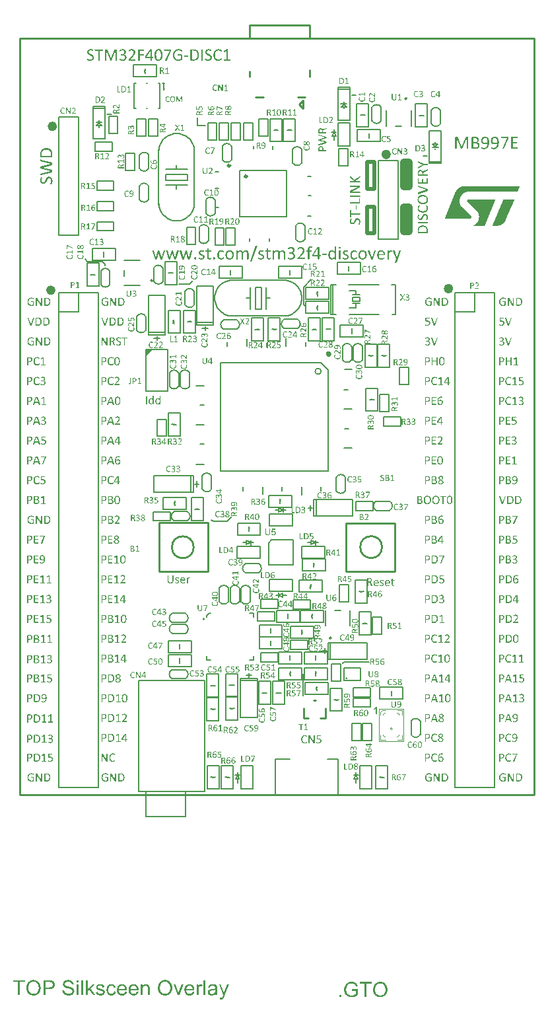
<source format=gto>
G04*
G04 #@! TF.GenerationSoftware,Altium Limited,Altium Designer,20.0.11 (256)*
G04*
G04 Layer_Color=65535*
%FSLAX43Y43*%
%MOMM*%
G71*
G01*
G75*
%ADD10C,0.254*%
%ADD11C,0.127*%
%ADD12C,0.152*%
%ADD13C,0.120*%
%ADD14C,0.305*%
%ADD15C,0.150*%
%ADD16C,0.203*%
%ADD17C,0.200*%
%ADD18C,0.140*%
%ADD19C,0.500*%
%ADD20C,1.000*%
G36*
X25124Y91048D02*
X25134D01*
X25145Y91047D01*
X25169Y91043D01*
X25170D01*
X25175Y91041D01*
X25180Y91040D01*
X25189Y91039D01*
X25207Y91033D01*
X25228Y91026D01*
X25230D01*
X25232Y91025D01*
X25238Y91022D01*
X25245Y91019D01*
X25261Y91012D01*
X25278Y91003D01*
X25279D01*
X25280Y91002D01*
X25289Y90996D01*
X25299Y90989D01*
X25307Y90982D01*
X25309Y90981D01*
X25311Y90978D01*
X25316Y90974D01*
X25317Y90970D01*
X25318Y90967D01*
X25321Y90960D01*
Y90958D01*
X25323Y90955D01*
Y90951D01*
X25324Y90946D01*
Y90944D01*
X25325Y90941D01*
Y90934D01*
Y90927D01*
Y90926D01*
Y90920D01*
Y90915D01*
X25324Y90908D01*
Y90906D01*
X25323Y90902D01*
X25320Y90892D01*
Y90891D01*
X25318Y90889D01*
X25314Y90884D01*
X25313D01*
X25306Y90882D01*
X25304D01*
X25300Y90884D01*
X25292Y90886D01*
X25282Y90893D01*
X25279Y90895D01*
X25270Y90900D01*
X25259Y90909D01*
X25242Y90919D01*
X25241Y90920D01*
X25238Y90922D01*
X25232Y90924D01*
X25225Y90929D01*
X25217Y90933D01*
X25207Y90937D01*
X25183Y90946D01*
X25182D01*
X25177Y90947D01*
X25170Y90950D01*
X25160Y90953D01*
X25148Y90954D01*
X25134Y90957D01*
X25118Y90958D01*
X25091D01*
X25082Y90957D01*
X25069Y90955D01*
X25053Y90953D01*
X25038Y90950D01*
X25021Y90944D01*
X25004Y90937D01*
X25003Y90936D01*
X24997Y90933D01*
X24989Y90929D01*
X24979Y90922D01*
X24967Y90913D01*
X24955Y90902D01*
X24943Y90889D01*
X24931Y90875D01*
X24929Y90874D01*
X24925Y90868D01*
X24919Y90860D01*
X24914Y90847D01*
X24905Y90833D01*
X24897Y90816D01*
X24890Y90796D01*
X24883Y90775D01*
Y90772D01*
X24880Y90765D01*
X24879Y90752D01*
X24876Y90737D01*
X24873Y90717D01*
X24870Y90695D01*
X24869Y90669D01*
X24867Y90641D01*
Y90640D01*
Y90638D01*
Y90634D01*
Y90628D01*
X24869Y90614D01*
Y90596D01*
X24872Y90576D01*
X24874Y90554D01*
X24877Y90531D01*
X24883Y90509D01*
X24884Y90506D01*
X24886Y90499D01*
X24890Y90489D01*
X24895Y90475D01*
X24901Y90459D01*
X24910Y90444D01*
X24919Y90428D01*
X24929Y90413D01*
X24931Y90411D01*
X24935Y90407D01*
X24942Y90400D01*
X24950Y90392D01*
X24962Y90382D01*
X24974Y90372D01*
X24989Y90363D01*
X25004Y90355D01*
X25005Y90354D01*
X25012Y90352D01*
X25021Y90349D01*
X25034Y90345D01*
X25048Y90341D01*
X25065Y90338D01*
X25083Y90337D01*
X25104Y90335D01*
X25121D01*
X25132Y90337D01*
X25145Y90338D01*
X25158Y90339D01*
X25186Y90346D01*
X25187D01*
X25192Y90348D01*
X25199Y90351D01*
X25207Y90354D01*
X25225Y90362D01*
X25245Y90372D01*
X25247D01*
X25249Y90375D01*
X25254Y90377D01*
X25259Y90380D01*
X25273Y90389D01*
X25286Y90397D01*
X25287D01*
X25289Y90399D01*
X25296Y90404D01*
X25304Y90408D01*
X25311Y90410D01*
X25314D01*
X25318Y90407D01*
X25320D01*
X25321Y90406D01*
X25323Y90404D01*
X25324Y90400D01*
Y90399D01*
X25325Y90397D01*
Y90393D01*
X25327Y90386D01*
Y90385D01*
X25328Y90380D01*
Y90373D01*
Y90363D01*
Y90362D01*
Y90358D01*
Y90352D01*
X25327Y90345D01*
Y90344D01*
Y90341D01*
X25324Y90332D01*
X25323Y90330D01*
X25320Y90324D01*
Y90323D01*
X25318Y90321D01*
X25316Y90317D01*
X25311Y90313D01*
X25310Y90311D01*
X25306Y90308D01*
X25299Y90303D01*
X25286Y90294D01*
X25285D01*
X25283Y90291D01*
X25279Y90290D01*
X25273Y90286D01*
X25258Y90279D01*
X25238Y90269D01*
X25237D01*
X25232Y90268D01*
X25227Y90265D01*
X25220Y90262D01*
X25210Y90259D01*
X25199Y90256D01*
X25172Y90251D01*
X25170D01*
X25165Y90249D01*
X25158Y90248D01*
X25148Y90246D01*
X25135Y90245D01*
X25121Y90244D01*
X25090Y90242D01*
X25077D01*
X25062Y90244D01*
X25044Y90245D01*
X25022Y90248D01*
X24998Y90253D01*
X24974Y90259D01*
X24950Y90268D01*
X24948Y90269D01*
X24941Y90272D01*
X24929Y90279D01*
X24915Y90286D01*
X24898Y90297D01*
X24881Y90310D01*
X24863Y90325D01*
X24846Y90342D01*
X24845Y90345D01*
X24839Y90351D01*
X24831Y90362D01*
X24821Y90377D01*
X24811Y90394D01*
X24800Y90416D01*
X24788Y90439D01*
X24778Y90466D01*
Y90468D01*
X24777Y90469D01*
Y90473D01*
X24776Y90479D01*
X24773Y90486D01*
X24771Y90494D01*
X24767Y90516D01*
X24763Y90540D01*
X24760Y90569D01*
X24757Y90600D01*
X24756Y90635D01*
Y90637D01*
Y90640D01*
Y90645D01*
Y90652D01*
X24757Y90661D01*
Y90671D01*
X24759Y90693D01*
X24762Y90720D01*
X24766Y90750D01*
X24771Y90779D01*
X24780Y90809D01*
Y90810D01*
X24781Y90812D01*
X24783Y90816D01*
X24784Y90822D01*
X24790Y90836D01*
X24798Y90854D01*
X24808Y90875D01*
X24821Y90896D01*
X24835Y90919D01*
X24850Y90940D01*
X24853Y90943D01*
X24859Y90948D01*
X24869Y90958D01*
X24881Y90971D01*
X24898Y90984D01*
X24917Y90998D01*
X24938Y91010D01*
X24960Y91022D01*
X24962D01*
X24963Y91023D01*
X24972Y91026D01*
X24984Y91030D01*
X25003Y91036D01*
X25024Y91041D01*
X25048Y91046D01*
X25075Y91048D01*
X25103Y91050D01*
X25115D01*
X25124Y91048D01*
D02*
G37*
G36*
X26035Y91040D02*
X26036D01*
X26042Y91039D01*
X26046Y91037D01*
X26051Y91036D01*
X26053D01*
X26054Y91034D01*
X26060Y91029D01*
X26061Y91027D01*
X26063Y91022D01*
Y90294D01*
Y90293D01*
Y90287D01*
X26061Y90282D01*
X26058Y90275D01*
X26057Y90273D01*
X26056Y90270D01*
X26047Y90260D01*
X26046Y90259D01*
X26043Y90258D01*
X26037Y90255D01*
X26032Y90252D01*
X26027D01*
X26022Y90251D01*
X25971D01*
X25963Y90252D01*
X25953Y90253D01*
X25951D01*
X25946Y90256D01*
X25937Y90259D01*
X25929Y90265D01*
X25927Y90266D01*
X25923Y90270D01*
X25916Y90279D01*
X25908Y90289D01*
Y90290D01*
X25906Y90291D01*
X25901Y90300D01*
X25892Y90311D01*
X25884Y90328D01*
X25643Y90776D01*
X25641Y90778D01*
X25640Y90782D01*
X25636Y90789D01*
X25631Y90798D01*
X25626Y90809D01*
X25619Y90822D01*
X25605Y90848D01*
X25603Y90850D01*
X25602Y90855D01*
X25598Y90862D01*
X25593Y90872D01*
X25588Y90884D01*
X25582Y90896D01*
X25569Y90923D01*
X25568D01*
Y90922D01*
Y90916D01*
Y90906D01*
X25569Y90895D01*
Y90882D01*
Y90867D01*
Y90833D01*
Y90831D01*
Y90826D01*
Y90816D01*
X25571Y90805D01*
Y90791D01*
Y90776D01*
Y90743D01*
Y90266D01*
Y90263D01*
X25568Y90258D01*
X25565Y90256D01*
X25562Y90255D01*
X25558Y90253D01*
X25557D01*
X25554Y90252D01*
X25550D01*
X25543Y90251D01*
X25541D01*
X25535Y90249D01*
X25527Y90248D01*
X25509D01*
X25500Y90249D01*
X25492Y90251D01*
X25490D01*
X25486Y90252D01*
X25481D01*
X25476Y90253D01*
X25475D01*
X25473Y90255D01*
X25468Y90258D01*
Y90259D01*
Y90260D01*
X25466Y90266D01*
Y90995D01*
Y90996D01*
Y90999D01*
X25468Y91008D01*
X25472Y91019D01*
X25479Y91029D01*
X25482Y91030D01*
X25489Y91034D01*
X25499Y91039D01*
X25510Y91040D01*
X25572D01*
X25581Y91039D01*
X25590Y91036D01*
X25593D01*
X25598Y91033D01*
X25606Y91030D01*
X25613Y91026D01*
X25614Y91025D01*
X25619Y91020D01*
X25624Y91015D01*
X25631Y91006D01*
X25633Y91005D01*
X25637Y90998D01*
X25644Y90988D01*
X25651Y90975D01*
X25837Y90630D01*
X25839Y90628D01*
X25840Y90624D01*
X25843Y90619D01*
X25847Y90610D01*
X25853Y90600D01*
X25858Y90589D01*
X25870Y90566D01*
X25871Y90565D01*
X25872Y90561D01*
X25875Y90555D01*
X25879Y90548D01*
X25889Y90528D01*
X25901Y90507D01*
X25902Y90506D01*
X25903Y90503D01*
X25906Y90497D01*
X25910Y90490D01*
X25920Y90472D01*
X25930Y90451D01*
Y90449D01*
X25933Y90447D01*
X25936Y90441D01*
X25939Y90432D01*
X25949Y90414D01*
X25958Y90393D01*
X25960D01*
Y90396D01*
Y90401D01*
Y90411D01*
Y90424D01*
X25958Y90438D01*
Y90455D01*
Y90473D01*
Y90493D01*
Y90496D01*
Y90502D01*
Y90513D01*
Y90525D01*
Y90541D01*
Y90558D01*
Y90593D01*
Y91022D01*
Y91023D01*
Y91025D01*
X25960Y91029D01*
Y91030D01*
X25963Y91032D01*
X25968Y91036D01*
X25970D01*
X25972Y91037D01*
X25978Y91039D01*
X25985Y91040D01*
X25987D01*
X25992Y91041D01*
X26026D01*
X26035Y91040D01*
D02*
G37*
G36*
X26542Y91044D02*
X26543D01*
X26548Y91043D01*
X26553Y91041D01*
X26558Y91040D01*
X26559D01*
X26560Y91039D01*
X26563Y91037D01*
X26565Y91034D01*
X26566Y91033D01*
X26567Y91027D01*
Y90337D01*
X26713D01*
X26718Y90334D01*
X26720D01*
X26721Y90332D01*
X26725Y90325D01*
Y90324D01*
X26727Y90321D01*
X26728Y90317D01*
X26729Y90311D01*
Y90310D01*
X26731Y90307D01*
X26732Y90300D01*
Y90293D01*
Y90291D01*
Y90286D01*
X26731Y90280D01*
X26729Y90273D01*
Y90272D01*
X26728Y90269D01*
X26725Y90260D01*
X26724Y90258D01*
X26718Y90253D01*
X26715D01*
X26710Y90252D01*
X26295D01*
X26290Y90253D01*
X26288Y90255D01*
X26283Y90260D01*
Y90262D01*
X26281Y90265D01*
X26278Y90273D01*
Y90275D01*
Y90279D01*
X26277Y90284D01*
Y90293D01*
Y90294D01*
Y90300D01*
Y90306D01*
X26278Y90311D01*
Y90313D01*
X26280Y90317D01*
X26283Y90325D01*
Y90327D01*
X26284Y90328D01*
X26290Y90334D01*
X26291D01*
X26292Y90335D01*
X26298Y90337D01*
X26463D01*
Y90936D01*
X26311Y90845D01*
X26309Y90844D01*
X26304Y90841D01*
X26298Y90838D01*
X26292Y90837D01*
X26285D01*
X26281Y90840D01*
Y90841D01*
X26278Y90843D01*
X26277Y90847D01*
X26276Y90853D01*
Y90854D01*
Y90860D01*
X26274Y90867D01*
Y90877D01*
Y90878D01*
Y90882D01*
Y90893D01*
Y90895D01*
X26276Y90898D01*
Y90902D01*
X26277Y90906D01*
Y90908D01*
X26278Y90909D01*
X26281Y90915D01*
X26283Y90916D01*
X26284Y90917D01*
X26291Y90922D01*
X26472Y91037D01*
X26473Y91039D01*
X26477Y91040D01*
X26479D01*
X26480Y91041D01*
X26487Y91043D01*
X26488D01*
X26491Y91044D01*
X26501D01*
X26505Y91046D01*
X26534D01*
X26542Y91044D01*
D02*
G37*
G36*
X36607Y7676D02*
X36620D01*
X36635Y7674D01*
X36667Y7669D01*
X36669D01*
X36674Y7667D01*
X36682Y7665D01*
X36693Y7663D01*
X36717Y7656D01*
X36745Y7647D01*
X36746D01*
X36750Y7645D01*
X36757Y7641D01*
X36767Y7637D01*
X36787Y7628D01*
X36809Y7617D01*
X36811D01*
X36813Y7615D01*
X36824Y7608D01*
X36837Y7598D01*
X36848Y7589D01*
X36850Y7587D01*
X36854Y7584D01*
X36859Y7578D01*
X36861Y7572D01*
X36863Y7569D01*
X36867Y7560D01*
Y7558D01*
X36869Y7554D01*
Y7548D01*
X36870Y7541D01*
Y7539D01*
X36872Y7535D01*
Y7526D01*
Y7517D01*
Y7515D01*
Y7508D01*
Y7500D01*
X36870Y7491D01*
Y7489D01*
X36869Y7484D01*
X36865Y7471D01*
Y7469D01*
X36863Y7467D01*
X36857Y7460D01*
X36856D01*
X36846Y7458D01*
X36845D01*
X36839Y7460D01*
X36828Y7463D01*
X36815Y7472D01*
X36811Y7474D01*
X36800Y7482D01*
X36785Y7493D01*
X36763Y7506D01*
X36761Y7508D01*
X36757Y7510D01*
X36750Y7513D01*
X36741Y7519D01*
X36730Y7524D01*
X36717Y7530D01*
X36685Y7541D01*
X36683D01*
X36678Y7543D01*
X36669Y7547D01*
X36656Y7550D01*
X36639Y7552D01*
X36620Y7556D01*
X36600Y7558D01*
X36565D01*
X36552Y7556D01*
X36535Y7554D01*
X36515Y7550D01*
X36495Y7547D01*
X36472Y7539D01*
X36450Y7530D01*
X36448Y7528D01*
X36441Y7524D01*
X36430Y7519D01*
X36417Y7510D01*
X36402Y7498D01*
X36385Y7484D01*
X36370Y7467D01*
X36354Y7448D01*
X36352Y7447D01*
X36346Y7439D01*
X36339Y7428D01*
X36332Y7411D01*
X36320Y7393D01*
X36309Y7371D01*
X36300Y7345D01*
X36291Y7317D01*
Y7313D01*
X36287Y7304D01*
X36285Y7287D01*
X36282Y7267D01*
X36278Y7241D01*
X36274Y7211D01*
X36272Y7178D01*
X36270Y7141D01*
Y7139D01*
Y7137D01*
Y7132D01*
Y7124D01*
X36272Y7106D01*
Y7082D01*
X36276Y7056D01*
X36280Y7026D01*
X36283Y6997D01*
X36291Y6967D01*
X36293Y6963D01*
X36295Y6954D01*
X36300Y6941D01*
X36308Y6923D01*
X36315Y6902D01*
X36326Y6882D01*
X36339Y6861D01*
X36352Y6841D01*
X36354Y6839D01*
X36359Y6834D01*
X36369Y6824D01*
X36380Y6813D01*
X36395Y6800D01*
X36411Y6787D01*
X36430Y6776D01*
X36450Y6765D01*
X36452Y6763D01*
X36461Y6761D01*
X36472Y6758D01*
X36489Y6752D01*
X36507Y6747D01*
X36530Y6743D01*
X36554Y6741D01*
X36582Y6739D01*
X36604D01*
X36619Y6741D01*
X36635Y6743D01*
X36652Y6745D01*
X36689Y6754D01*
X36691D01*
X36696Y6756D01*
X36706Y6760D01*
X36717Y6763D01*
X36741Y6774D01*
X36767Y6787D01*
X36769D01*
X36772Y6791D01*
X36778Y6795D01*
X36785Y6798D01*
X36804Y6810D01*
X36820Y6821D01*
X36822D01*
X36824Y6823D01*
X36833Y6830D01*
X36845Y6836D01*
X36854Y6837D01*
X36857D01*
X36863Y6834D01*
X36865D01*
X36867Y6832D01*
X36869Y6830D01*
X36870Y6824D01*
Y6823D01*
X36872Y6821D01*
Y6815D01*
X36874Y6806D01*
Y6804D01*
X36876Y6798D01*
Y6789D01*
Y6776D01*
Y6774D01*
Y6769D01*
Y6761D01*
X36874Y6752D01*
Y6750D01*
Y6747D01*
X36870Y6736D01*
X36869Y6732D01*
X36865Y6724D01*
Y6723D01*
X36863Y6721D01*
X36859Y6715D01*
X36854Y6710D01*
X36852Y6708D01*
X36846Y6704D01*
X36837Y6697D01*
X36820Y6686D01*
X36819D01*
X36817Y6682D01*
X36811Y6680D01*
X36804Y6674D01*
X36783Y6665D01*
X36757Y6652D01*
X36756D01*
X36750Y6650D01*
X36743Y6647D01*
X36733Y6643D01*
X36720Y6639D01*
X36706Y6636D01*
X36670Y6628D01*
X36669D01*
X36661Y6626D01*
X36652Y6624D01*
X36639Y6623D01*
X36622Y6621D01*
X36604Y6619D01*
X36563Y6617D01*
X36546D01*
X36526Y6619D01*
X36502Y6621D01*
X36474Y6624D01*
X36443Y6632D01*
X36411Y6639D01*
X36380Y6650D01*
X36376Y6652D01*
X36367Y6656D01*
X36352Y6665D01*
X36333Y6674D01*
X36311Y6689D01*
X36289Y6706D01*
X36265Y6726D01*
X36243Y6748D01*
X36241Y6752D01*
X36233Y6760D01*
X36222Y6774D01*
X36209Y6795D01*
X36196Y6817D01*
X36182Y6845D01*
X36167Y6876D01*
X36154Y6911D01*
Y6913D01*
X36152Y6915D01*
Y6921D01*
X36150Y6928D01*
X36146Y6937D01*
X36145Y6948D01*
X36139Y6976D01*
X36133Y7008D01*
X36130Y7047D01*
X36126Y7087D01*
X36124Y7134D01*
Y7135D01*
Y7139D01*
Y7147D01*
Y7156D01*
X36126Y7167D01*
Y7180D01*
X36128Y7210D01*
X36132Y7245D01*
X36137Y7284D01*
X36145Y7323D01*
X36156Y7361D01*
Y7363D01*
X36158Y7365D01*
X36159Y7371D01*
X36161Y7378D01*
X36169Y7397D01*
X36180Y7421D01*
X36193Y7448D01*
X36209Y7476D01*
X36228Y7506D01*
X36248Y7534D01*
X36252Y7537D01*
X36259Y7545D01*
X36272Y7558D01*
X36289Y7574D01*
X36311Y7591D01*
X36335Y7610D01*
X36363Y7626D01*
X36393Y7641D01*
X36395D01*
X36396Y7643D01*
X36408Y7647D01*
X36424Y7652D01*
X36448Y7660D01*
X36476Y7667D01*
X36507Y7672D01*
X36543Y7676D01*
X36580Y7678D01*
X36596D01*
X36607Y7676D01*
D02*
G37*
G36*
X37804Y7665D02*
X37806D01*
X37813Y7663D01*
X37818Y7661D01*
X37826Y7660D01*
X37828D01*
X37830Y7658D01*
X37837Y7650D01*
X37839Y7648D01*
X37841Y7641D01*
Y6686D01*
Y6684D01*
Y6676D01*
X37839Y6669D01*
X37835Y6660D01*
X37833Y6658D01*
X37831Y6654D01*
X37820Y6641D01*
X37818Y6639D01*
X37815Y6637D01*
X37807Y6634D01*
X37800Y6630D01*
X37794D01*
X37787Y6628D01*
X37720D01*
X37709Y6630D01*
X37696Y6632D01*
X37694D01*
X37687Y6636D01*
X37676Y6639D01*
X37665Y6647D01*
X37663Y6648D01*
X37657Y6654D01*
X37648Y6665D01*
X37637Y6678D01*
Y6680D01*
X37635Y6682D01*
X37628Y6693D01*
X37617Y6708D01*
X37606Y6730D01*
X37289Y7319D01*
X37287Y7321D01*
X37285Y7326D01*
X37280Y7335D01*
X37274Y7347D01*
X37267Y7361D01*
X37257Y7378D01*
X37239Y7413D01*
X37237Y7415D01*
X37235Y7422D01*
X37230Y7432D01*
X37224Y7445D01*
X37217Y7460D01*
X37209Y7476D01*
X37193Y7511D01*
X37191D01*
Y7510D01*
Y7502D01*
Y7489D01*
X37193Y7474D01*
Y7458D01*
Y7437D01*
Y7393D01*
Y7391D01*
Y7384D01*
Y7371D01*
X37194Y7356D01*
Y7337D01*
Y7319D01*
Y7274D01*
Y6648D01*
Y6645D01*
X37191Y6637D01*
X37187Y6636D01*
X37183Y6634D01*
X37178Y6632D01*
X37176D01*
X37172Y6630D01*
X37167D01*
X37157Y6628D01*
X37156D01*
X37148Y6626D01*
X37137Y6624D01*
X37113D01*
X37102Y6626D01*
X37091Y6628D01*
X37089D01*
X37083Y6630D01*
X37076D01*
X37070Y6632D01*
X37069D01*
X37067Y6634D01*
X37059Y6637D01*
Y6639D01*
Y6641D01*
X37057Y6648D01*
Y7606D01*
Y7608D01*
Y7611D01*
X37059Y7622D01*
X37065Y7637D01*
X37074Y7650D01*
X37078Y7652D01*
X37087Y7658D01*
X37100Y7663D01*
X37115Y7665D01*
X37196D01*
X37207Y7663D01*
X37220Y7660D01*
X37224D01*
X37230Y7656D01*
X37241Y7652D01*
X37250Y7647D01*
X37252Y7645D01*
X37257Y7639D01*
X37265Y7632D01*
X37274Y7621D01*
X37276Y7619D01*
X37281Y7610D01*
X37291Y7597D01*
X37300Y7580D01*
X37544Y7126D01*
X37546Y7124D01*
X37548Y7119D01*
X37552Y7111D01*
X37557Y7100D01*
X37565Y7087D01*
X37572Y7073D01*
X37587Y7043D01*
X37589Y7041D01*
X37591Y7036D01*
X37594Y7028D01*
X37600Y7019D01*
X37613Y6993D01*
X37628Y6965D01*
X37630Y6963D01*
X37631Y6960D01*
X37635Y6952D01*
X37641Y6943D01*
X37654Y6919D01*
X37667Y6891D01*
Y6889D01*
X37670Y6886D01*
X37674Y6878D01*
X37678Y6867D01*
X37691Y6843D01*
X37704Y6815D01*
X37706D01*
Y6819D01*
Y6826D01*
Y6839D01*
Y6856D01*
X37704Y6874D01*
Y6897D01*
Y6921D01*
Y6947D01*
Y6950D01*
Y6958D01*
Y6973D01*
Y6989D01*
Y7010D01*
Y7032D01*
Y7078D01*
Y7641D01*
Y7643D01*
Y7645D01*
X37706Y7650D01*
Y7652D01*
X37709Y7654D01*
X37717Y7660D01*
X37718D01*
X37722Y7661D01*
X37730Y7663D01*
X37739Y7665D01*
X37741D01*
X37748Y7667D01*
X37793D01*
X37804Y7665D01*
D02*
G37*
G36*
X38630Y7661D02*
X38631D01*
X38633Y7660D01*
X38639Y7650D01*
Y7648D01*
X38641Y7645D01*
X38642Y7639D01*
X38644Y7632D01*
Y7630D01*
X38646Y7624D01*
X38648Y7615D01*
Y7604D01*
Y7602D01*
Y7600D01*
X38646Y7587D01*
X38644Y7574D01*
X38639Y7560D01*
X38637Y7558D01*
X38633Y7552D01*
X38628Y7547D01*
X38618Y7545D01*
X38250D01*
Y7252D01*
X38252D01*
X38254Y7254D01*
X38259D01*
X38267Y7256D01*
X38283Y7258D01*
X38315D01*
X38322Y7260D01*
X38383D01*
X38400Y7258D01*
X38420D01*
X38442Y7254D01*
X38468Y7250D01*
X38494Y7245D01*
X38518Y7237D01*
X38522D01*
X38530Y7234D01*
X38541Y7228D01*
X38555Y7223D01*
X38574Y7213D01*
X38591Y7204D01*
X38609Y7191D01*
X38626Y7178D01*
X38628Y7176D01*
X38633Y7171D01*
X38641Y7163D01*
X38650Y7152D01*
X38661Y7137D01*
X38672Y7123D01*
X38681Y7104D01*
X38691Y7084D01*
X38692Y7082D01*
X38694Y7074D01*
X38698Y7063D01*
X38702Y7048D01*
X38705Y7030D01*
X38709Y7010D01*
X38713Y6985D01*
Y6961D01*
Y6958D01*
Y6947D01*
X38711Y6932D01*
X38709Y6911D01*
X38705Y6889D01*
X38700Y6863D01*
X38692Y6839D01*
X38683Y6813D01*
X38681Y6810D01*
X38678Y6802D01*
X38672Y6791D01*
X38663Y6776D01*
X38652Y6758D01*
X38639Y6739D01*
X38622Y6721D01*
X38604Y6704D01*
X38602Y6702D01*
X38594Y6697D01*
X38583Y6689D01*
X38570Y6680D01*
X38552Y6669D01*
X38531Y6658D01*
X38507Y6647D01*
X38481Y6637D01*
X38478D01*
X38468Y6634D01*
X38455Y6630D01*
X38435Y6626D01*
X38413Y6623D01*
X38387Y6619D01*
X38357Y6617D01*
X38326Y6615D01*
X38309D01*
X38296Y6617D01*
X38281D01*
X38267Y6619D01*
X38233Y6623D01*
X38231D01*
X38226Y6624D01*
X38218Y6626D01*
X38207Y6628D01*
X38183Y6634D01*
X38157Y6639D01*
X38155D01*
X38152Y6641D01*
X38146Y6643D01*
X38139Y6645D01*
X38120Y6650D01*
X38102Y6658D01*
X38098Y6660D01*
X38091Y6663D01*
X38081Y6669D01*
X38074Y6673D01*
Y6674D01*
X38070Y6676D01*
X38067Y6682D01*
Y6684D01*
X38065Y6686D01*
X38061Y6695D01*
Y6697D01*
Y6700D01*
X38059Y6711D01*
Y6713D01*
Y6719D01*
Y6726D01*
Y6737D01*
Y6739D01*
Y6745D01*
Y6752D01*
Y6761D01*
Y6763D01*
X38061Y6767D01*
Y6773D01*
X38063Y6778D01*
Y6780D01*
X38065Y6782D01*
X38070Y6789D01*
X38072D01*
X38074Y6791D01*
X38081Y6793D01*
X38083D01*
X38087Y6791D01*
X38094Y6789D01*
X38105Y6782D01*
X38109Y6780D01*
X38117Y6776D01*
X38131Y6769D01*
X38150Y6760D01*
X38152D01*
X38155Y6758D01*
X38161Y6756D01*
X38170Y6752D01*
X38180Y6748D01*
X38193Y6745D01*
X38220Y6737D01*
X38222D01*
X38228Y6736D01*
X38237Y6734D01*
X38248D01*
X38263Y6732D01*
X38281Y6730D01*
X38300Y6728D01*
X38339D01*
X38354Y6730D01*
X38368D01*
X38385Y6734D01*
X38418Y6739D01*
X38420D01*
X38426Y6741D01*
X38435Y6745D01*
X38446Y6748D01*
X38470Y6761D01*
X38496Y6780D01*
X38498Y6782D01*
X38502Y6786D01*
X38507Y6791D01*
X38515Y6798D01*
X38524Y6810D01*
X38531Y6821D01*
X38548Y6848D01*
Y6850D01*
X38552Y6856D01*
X38554Y6865D01*
X38557Y6876D01*
X38561Y6891D01*
X38563Y6908D01*
X38567Y6928D01*
Y6948D01*
Y6950D01*
Y6958D01*
Y6967D01*
X38565Y6978D01*
X38559Y7006D01*
X38550Y7036D01*
Y7037D01*
X38548Y7043D01*
X38544Y7048D01*
X38539Y7058D01*
X38524Y7078D01*
X38502Y7098D01*
X38500Y7100D01*
X38496Y7102D01*
X38489Y7108D01*
X38480Y7113D01*
X38468Y7119D01*
X38454Y7126D01*
X38439Y7132D01*
X38420Y7137D01*
X38418D01*
X38411Y7139D01*
X38402Y7141D01*
X38387Y7145D01*
X38370Y7147D01*
X38350Y7148D01*
X38326Y7150D01*
X38274D01*
X38246Y7148D01*
X38218Y7145D01*
X38213D01*
X38205Y7143D01*
X38198D01*
X38176Y7141D01*
X38154Y7139D01*
X38150D01*
X38141Y7141D01*
X38131Y7145D01*
X38122Y7150D01*
X38120Y7152D01*
X38118Y7160D01*
X38115Y7173D01*
X38113Y7191D01*
Y7611D01*
Y7613D01*
Y7615D01*
X38115Y7626D01*
X38118Y7641D01*
X38124Y7652D01*
X38126Y7654D01*
X38133Y7660D01*
X38144Y7663D01*
X38159Y7665D01*
X38620D01*
X38630Y7661D01*
D02*
G37*
G36*
X44505Y36018D02*
X44518D01*
X44533Y36015D01*
X44550Y36012D01*
X44567Y36008D01*
X44584Y36003D01*
X44585D01*
X44591Y36000D01*
X44599Y35995D01*
X44609Y35991D01*
X44633Y35977D01*
X44645Y35969D01*
X44656Y35959D01*
X44657Y35957D01*
X44660Y35953D01*
X44666Y35948D01*
X44673Y35940D01*
X44680Y35931D01*
X44687Y35919D01*
X44694Y35907D01*
X44700Y35893D01*
Y35891D01*
X44702Y35887D01*
X44704Y35878D01*
X44707Y35869D01*
X44709Y35857D01*
X44711Y35843D01*
X44714Y35814D01*
Y35812D01*
Y35808D01*
Y35800D01*
X44712Y35791D01*
Y35780D01*
X44711Y35767D01*
X44707Y35739D01*
Y35737D01*
X44705Y35732D01*
X44704Y35725D01*
X44701Y35715D01*
X44697Y35702D01*
X44691Y35688D01*
X44685Y35673D01*
X44677Y35657D01*
X44676Y35656D01*
X44673Y35650D01*
X44668Y35642D01*
X44661Y35629D01*
X44653Y35615D01*
X44642Y35599D01*
X44629Y35581D01*
X44615Y35561D01*
X44614Y35558D01*
X44608Y35551D01*
X44598Y35540D01*
X44587Y35526D01*
X44570Y35508D01*
X44551Y35487D01*
X44530Y35464D01*
X44506Y35439D01*
X44382Y35309D01*
X44728D01*
X44733Y35306D01*
X44735D01*
X44736Y35305D01*
X44742Y35298D01*
Y35296D01*
X44743Y35293D01*
X44745Y35289D01*
X44746Y35284D01*
Y35282D01*
X44747Y35278D01*
X44749Y35272D01*
Y35264D01*
Y35262D01*
Y35258D01*
X44747Y35253D01*
X44746Y35245D01*
Y35244D01*
X44745Y35240D01*
X44742Y35230D01*
Y35229D01*
X44740Y35227D01*
X44735Y35222D01*
X44732D01*
X44725Y35220D01*
X44284D01*
X44274Y35222D01*
X44272D01*
X44271Y35223D01*
X44264Y35229D01*
Y35230D01*
X44261Y35231D01*
X44260Y35236D01*
X44257Y35241D01*
Y35243D01*
Y35248D01*
X44255Y35255D01*
Y35265D01*
Y35268D01*
Y35272D01*
Y35279D01*
Y35286D01*
Y35288D01*
X44257Y35292D01*
X44260Y35302D01*
Y35303D01*
X44261Y35306D01*
X44267Y35316D01*
X44268Y35317D01*
X44271Y35320D01*
X44275Y35326D01*
X44279Y35331D01*
X44437Y35494D01*
X44440Y35496D01*
X44446Y35503D01*
X44457Y35513D01*
X44468Y35526D01*
X44482Y35542D01*
X44498Y35558D01*
X44512Y35575D01*
X44525Y35592D01*
X44526Y35594D01*
X44530Y35599D01*
X44536Y35609D01*
X44544Y35619D01*
X44551Y35632D01*
X44560Y35646D01*
X44568Y35660D01*
X44575Y35674D01*
X44577Y35675D01*
X44578Y35680D01*
X44581Y35687D01*
X44585Y35697D01*
X44594Y35718D01*
X44599Y35740D01*
Y35742D01*
X44601Y35746D01*
X44602Y35752D01*
X44604Y35759D01*
X44605Y35777D01*
X44606Y35797D01*
Y35798D01*
Y35801D01*
Y35807D01*
X44605Y35814D01*
X44602Y35829D01*
X44597Y35846D01*
Y35847D01*
X44595Y35850D01*
X44594Y35854D01*
X44591Y35860D01*
X44582Y35873D01*
X44571Y35887D01*
X44570Y35888D01*
X44568Y35890D01*
X44560Y35897D01*
X44546Y35907D01*
X44529Y35915D01*
X44528D01*
X44525Y35917D01*
X44519Y35919D01*
X44512Y35921D01*
X44504Y35924D01*
X44494Y35925D01*
X44471Y35926D01*
X44457D01*
X44449Y35925D01*
X44437Y35924D01*
X44426Y35922D01*
X44402Y35915D01*
X44401D01*
X44396Y35914D01*
X44391Y35911D01*
X44384Y35908D01*
X44367Y35901D01*
X44348Y35893D01*
X44347D01*
X44344Y35891D01*
X44340Y35888D01*
X44336Y35886D01*
X44323Y35877D01*
X44310Y35870D01*
X44308Y35869D01*
X44302Y35866D01*
X44294Y35862D01*
X44286Y35860D01*
X44284D01*
X44278Y35862D01*
X44277Y35864D01*
X44272Y35870D01*
Y35871D01*
X44271Y35874D01*
Y35878D01*
X44270Y35884D01*
Y35886D01*
Y35891D01*
Y35898D01*
Y35907D01*
Y35908D01*
Y35912D01*
Y35922D01*
Y35924D01*
Y35926D01*
X44271Y35933D01*
Y35935D01*
X44272Y35936D01*
X44275Y35943D01*
Y35945D01*
X44278Y35946D01*
X44281Y35949D01*
X44285Y35953D01*
X44286Y35955D01*
X44291Y35959D01*
X44299Y35964D01*
X44310Y35971D01*
X44312D01*
X44313Y35973D01*
X44317Y35976D01*
X44323Y35979D01*
X44337Y35986D01*
X44356Y35993D01*
X44357D01*
X44361Y35994D01*
X44367Y35997D01*
X44374Y36000D01*
X44382Y36003D01*
X44394Y36005D01*
X44416Y36011D01*
X44418D01*
X44422Y36012D01*
X44429Y36014D01*
X44437Y36015D01*
X44447Y36017D01*
X44458Y36018D01*
X44484Y36019D01*
X44494D01*
X44505Y36018D01*
D02*
G37*
G36*
X43872Y36007D02*
X43890Y36005D01*
X43910Y36003D01*
X43928Y35998D01*
X43947Y35994D01*
X43948D01*
X43954Y35991D01*
X43962Y35988D01*
X43973Y35984D01*
X43997Y35971D01*
X44010Y35963D01*
X44021Y35955D01*
X44023Y35953D01*
X44027Y35950D01*
X44033Y35945D01*
X44038Y35938D01*
X44047Y35928D01*
X44054Y35917D01*
X44061Y35905D01*
X44068Y35891D01*
X44069Y35890D01*
X44071Y35884D01*
X44074Y35877D01*
X44076Y35867D01*
X44079Y35854D01*
X44081Y35840D01*
X44083Y35825D01*
Y35808D01*
Y35807D01*
Y35804D01*
Y35798D01*
X44082Y35791D01*
X44081Y35774D01*
X44076Y35754D01*
Y35753D01*
X44075Y35750D01*
X44074Y35745D01*
X44071Y35739D01*
X44065Y35723D01*
X44055Y35706D01*
Y35705D01*
X44052Y35704D01*
X44047Y35694D01*
X44037Y35681D01*
X44023Y35668D01*
X44021D01*
X44020Y35666D01*
X44016Y35663D01*
X44010Y35659D01*
X43996Y35650D01*
X43978Y35640D01*
X43979D01*
X43983Y35639D01*
X43989Y35637D01*
X43997Y35636D01*
X44017Y35629D01*
X44038Y35618D01*
X44040D01*
X44043Y35615D01*
X44048Y35612D01*
X44055Y35606D01*
X44071Y35594D01*
X44086Y35577D01*
X44088Y35575D01*
X44091Y35573D01*
X44093Y35567D01*
X44099Y35560D01*
X44103Y35551D01*
X44109Y35542D01*
X44120Y35518D01*
Y35516D01*
X44122Y35512D01*
X44124Y35505D01*
X44127Y35496D01*
X44129Y35485D01*
X44131Y35474D01*
X44133Y35446D01*
Y35444D01*
Y35439D01*
Y35432D01*
X44131Y35423D01*
X44130Y35412D01*
X44129Y35401D01*
X44123Y35377D01*
Y35375D01*
X44122Y35371D01*
X44119Y35365D01*
X44116Y35358D01*
X44107Y35340D01*
X44096Y35320D01*
X44095Y35319D01*
X44093Y35316D01*
X44089Y35312D01*
X44085Y35305D01*
X44072Y35291D01*
X44055Y35277D01*
X44054Y35275D01*
X44051Y35274D01*
X44045Y35269D01*
X44040Y35265D01*
X44031Y35261D01*
X44021Y35255D01*
X44000Y35245D01*
X43999D01*
X43995Y35244D01*
X43989Y35241D01*
X43981Y35238D01*
X43972Y35236D01*
X43961Y35231D01*
X43935Y35226D01*
X43934D01*
X43930Y35224D01*
X43923D01*
X43913Y35223D01*
X43902Y35222D01*
X43888D01*
X43873Y35220D01*
X43648D01*
X43642Y35222D01*
X43634Y35224D01*
X43624Y35229D01*
X43622Y35230D01*
X43618Y35237D01*
X43614Y35247D01*
X43613Y35262D01*
Y35964D01*
Y35966D01*
Y35969D01*
X43614Y35977D01*
X43617Y35988D01*
X43624Y35998D01*
X43627Y36000D01*
X43632Y36004D01*
X43641Y36007D01*
X43651Y36008D01*
X43856D01*
X43872Y36007D01*
D02*
G37*
G36*
X40463Y25683D02*
X40480Y25682D01*
X40485D01*
X40489Y25680D01*
X40494D01*
X40507Y25678D01*
X40523Y25673D01*
X40525D01*
X40534Y25671D01*
X40545Y25668D01*
X40555Y25664D01*
X40558Y25662D01*
X40562Y25661D01*
X40569Y25658D01*
X40573Y25655D01*
X40575D01*
X40576Y25654D01*
X40579Y25648D01*
X40580Y25645D01*
X40583Y25640D01*
Y25638D01*
X40585Y25637D01*
Y25628D01*
Y25627D01*
X40586Y25624D01*
Y25620D01*
Y25614D01*
Y25613D01*
Y25609D01*
Y25603D01*
X40585Y25596D01*
Y25594D01*
Y25592D01*
X40583Y25587D01*
X40582Y25583D01*
X40580Y25580D01*
X40576Y25576D01*
X40575Y25575D01*
X40568Y25573D01*
X40564D01*
X40558Y25575D01*
X40549Y25578D01*
X40548Y25579D01*
X40542Y25580D01*
X40533Y25583D01*
X40521Y25586D01*
X40518Y25587D01*
X40510Y25589D01*
X40499Y25593D01*
X40482Y25596D01*
X40480D01*
X40478Y25597D01*
X40473D01*
X40466Y25599D01*
X40459Y25600D01*
X40449D01*
X40428Y25601D01*
X40418D01*
X40408Y25600D01*
X40394Y25599D01*
X40380Y25596D01*
X40363Y25592D01*
X40346Y25586D01*
X40331Y25578D01*
X40330Y25576D01*
X40324Y25573D01*
X40317Y25568D01*
X40307Y25562D01*
X40297Y25552D01*
X40286Y25542D01*
X40275Y25530D01*
X40263Y25516D01*
X40262Y25514D01*
X40259Y25508D01*
X40255Y25500D01*
X40249Y25489D01*
X40244Y25476D01*
X40236Y25461D01*
X40231Y25442D01*
X40225Y25424D01*
Y25421D01*
X40224Y25415D01*
X40221Y25406D01*
X40220Y25391D01*
X40217Y25376D01*
X40214Y25358D01*
X40213Y25338D01*
X40211Y25317D01*
X40213D01*
X40214Y25318D01*
X40221Y25322D01*
X40232Y25328D01*
X40246Y25335D01*
X40248D01*
X40251Y25336D01*
X40255Y25339D01*
X40260Y25341D01*
X40273Y25346D01*
X40290Y25352D01*
X40291D01*
X40294Y25353D01*
X40299Y25355D01*
X40306Y25356D01*
X40321Y25360D01*
X40339Y25363D01*
X40341D01*
X40344Y25365D01*
X40349D01*
X40356Y25366D01*
X40375Y25367D01*
X40396Y25369D01*
X40407D01*
X40418Y25367D01*
X40432Y25366D01*
X40449Y25365D01*
X40468Y25362D01*
X40486Y25356D01*
X40503Y25351D01*
X40504Y25349D01*
X40510Y25348D01*
X40518Y25344D01*
X40528Y25338D01*
X40541Y25331D01*
X40552Y25324D01*
X40564Y25314D01*
X40575Y25303D01*
X40576Y25301D01*
X40579Y25297D01*
X40583Y25290D01*
X40590Y25281D01*
X40596Y25272D01*
X40602Y25259D01*
X40609Y25245D01*
X40613Y25229D01*
Y25228D01*
X40614Y25222D01*
X40617Y25214D01*
X40620Y25203D01*
X40621Y25190D01*
X40624Y25174D01*
X40626Y25159D01*
Y25141D01*
Y25138D01*
Y25132D01*
X40624Y25121D01*
Y25108D01*
X40621Y25093D01*
X40619Y25076D01*
X40614Y25057D01*
X40609Y25039D01*
Y25038D01*
X40606Y25031D01*
X40602Y25022D01*
X40597Y25011D01*
X40590Y24997D01*
X40582Y24983D01*
X40571Y24969D01*
X40559Y24954D01*
X40558Y24953D01*
X40554Y24949D01*
X40547Y24942D01*
X40537Y24933D01*
X40525Y24923D01*
X40510Y24914D01*
X40494Y24904D01*
X40476Y24895D01*
X40473Y24894D01*
X40468Y24892D01*
X40456Y24888D01*
X40442Y24885D01*
X40425Y24881D01*
X40406Y24877D01*
X40383Y24875D01*
X40358Y24874D01*
X40341D01*
X40328Y24875D01*
X40315Y24877D01*
X40300Y24878D01*
X40270Y24885D01*
X40269D01*
X40265Y24888D01*
X40256Y24891D01*
X40248Y24895D01*
X40227Y24905D01*
X40204Y24921D01*
X40203Y24922D01*
X40200Y24925D01*
X40194Y24929D01*
X40189Y24936D01*
X40181Y24945D01*
X40173Y24953D01*
X40158Y24976D01*
X40156Y24977D01*
X40155Y24981D01*
X40150Y24988D01*
X40148Y24997D01*
X40142Y25008D01*
X40138Y25021D01*
X40132Y25035D01*
X40128Y25050D01*
Y25052D01*
X40127Y25057D01*
X40124Y25066D01*
X40122Y25077D01*
X40119Y25091D01*
X40117Y25107D01*
X40114Y25124D01*
X40112Y25142D01*
Y25145D01*
Y25150D01*
X40111Y25162D01*
Y25174D01*
X40110Y25190D01*
Y25208D01*
X40108Y25228D01*
Y25249D01*
Y25252D01*
Y25258D01*
Y25267D01*
Y25281D01*
X40110Y25297D01*
Y25314D01*
X40112Y25352D01*
Y25355D01*
X40114Y25360D01*
X40115Y25372D01*
X40117Y25384D01*
X40119Y25400D01*
X40124Y25417D01*
X40132Y25452D01*
Y25455D01*
X40135Y25461D01*
X40138Y25469D01*
X40142Y25482D01*
X40148Y25496D01*
X40155Y25510D01*
X40170Y25542D01*
X40172Y25544D01*
X40174Y25549D01*
X40180Y25558D01*
X40187Y25568D01*
X40196Y25579D01*
X40205Y25592D01*
X40218Y25603D01*
X40231Y25616D01*
X40232Y25617D01*
X40238Y25621D01*
X40245Y25627D01*
X40255Y25634D01*
X40267Y25642D01*
X40283Y25651D01*
X40299Y25659D01*
X40317Y25666D01*
X40320Y25668D01*
X40325Y25669D01*
X40337Y25672D01*
X40351Y25676D01*
X40368Y25679D01*
X40389Y25682D01*
X40411Y25683D01*
X40435Y25685D01*
X40449D01*
X40463Y25683D01*
D02*
G37*
G36*
X39902Y25676D02*
X39911Y25675D01*
X39912D01*
X39916Y25673D01*
X39922Y25672D01*
X39926Y25671D01*
X39928D01*
X39931Y25669D01*
X39933Y25668D01*
X39936Y25665D01*
X39938Y25664D01*
X39939Y25658D01*
Y25176D01*
Y25174D01*
Y25173D01*
Y25169D01*
Y25163D01*
X39938Y25150D01*
X39936Y25133D01*
X39933Y25112D01*
X39931Y25091D01*
X39925Y25069D01*
X39918Y25047D01*
X39916Y25045D01*
X39914Y25038D01*
X39909Y25028D01*
X39902Y25015D01*
X39894Y25000D01*
X39884Y24983D01*
X39871Y24967D01*
X39857Y24952D01*
X39856Y24950D01*
X39850Y24946D01*
X39842Y24939D01*
X39830Y24930D01*
X39816Y24921D01*
X39801Y24911D01*
X39781Y24902D01*
X39761Y24894D01*
X39759Y24892D01*
X39752Y24891D01*
X39740Y24888D01*
X39725Y24884D01*
X39706Y24880D01*
X39685Y24877D01*
X39661Y24875D01*
X39635Y24874D01*
X39623D01*
X39611Y24875D01*
X39595Y24877D01*
X39577Y24878D01*
X39557Y24883D01*
X39537Y24887D01*
X39516Y24892D01*
X39513Y24894D01*
X39508Y24895D01*
X39498Y24901D01*
X39485Y24907D01*
X39470Y24914D01*
X39456Y24923D01*
X39440Y24935D01*
X39424Y24947D01*
X39423Y24949D01*
X39419Y24954D01*
X39412Y24963D01*
X39403Y24973D01*
X39393Y24987D01*
X39384Y25002D01*
X39374Y25021D01*
X39365Y25040D01*
X39364Y25043D01*
X39362Y25050D01*
X39360Y25062D01*
X39355Y25077D01*
X39351Y25095D01*
X39348Y25118D01*
X39347Y25142D01*
X39346Y25169D01*
Y25658D01*
Y25659D01*
Y25661D01*
X39347Y25665D01*
Y25666D01*
X39350Y25668D01*
X39355Y25671D01*
X39357D01*
X39360Y25672D01*
X39365Y25673D01*
X39371Y25675D01*
X39372D01*
X39378Y25676D01*
X39386Y25678D01*
X39406D01*
X39413Y25676D01*
X39422Y25675D01*
X39423D01*
X39429Y25673D01*
X39433Y25672D01*
X39439Y25671D01*
X39440D01*
X39441Y25669D01*
X39447Y25665D01*
X39448Y25664D01*
X39450Y25658D01*
Y25181D01*
Y25179D01*
Y25172D01*
X39451Y25162D01*
Y25149D01*
X39453Y25133D01*
X39456Y25118D01*
X39463Y25086D01*
Y25084D01*
X39465Y25079D01*
X39468Y25071D01*
X39472Y25062D01*
X39484Y25040D01*
X39501Y25018D01*
X39502Y25016D01*
X39505Y25014D01*
X39510Y25008D01*
X39518Y25002D01*
X39526Y24997D01*
X39537Y24990D01*
X39561Y24977D01*
X39563D01*
X39568Y24976D01*
X39575Y24973D01*
X39585Y24971D01*
X39596Y24969D01*
X39611Y24966D01*
X39642Y24964D01*
X39650D01*
X39659Y24966D01*
X39670D01*
X39682Y24967D01*
X39695Y24970D01*
X39723Y24977D01*
X39725D01*
X39729Y24980D01*
X39736Y24983D01*
X39744Y24987D01*
X39763Y25000D01*
X39783Y25016D01*
X39784Y25018D01*
X39787Y25021D01*
X39791Y25028D01*
X39797Y25035D01*
X39804Y25045D01*
X39809Y25056D01*
X39815Y25069D01*
X39821Y25083D01*
Y25084D01*
X39823Y25090D01*
X39825Y25098D01*
X39828Y25110D01*
X39830Y25124D01*
X39832Y25139D01*
X39835Y25157D01*
Y25176D01*
Y25658D01*
Y25659D01*
Y25661D01*
X39836Y25665D01*
Y25666D01*
X39839Y25668D01*
X39845Y25671D01*
X39846D01*
X39849Y25672D01*
X39854Y25673D01*
X39861Y25675D01*
X39863D01*
X39869Y25676D01*
X39877Y25678D01*
X39895D01*
X39902Y25676D01*
D02*
G37*
G36*
X36768Y9146D02*
X36770D01*
X36774Y9145D01*
X36779Y9143D01*
X36784Y9142D01*
X36785D01*
X36786Y9141D01*
X36789Y9139D01*
X36791Y9136D01*
X36792Y9135D01*
X36793Y9129D01*
Y8439D01*
X36939D01*
X36944Y8436D01*
X36946D01*
X36947Y8434D01*
X36951Y8427D01*
Y8426D01*
X36953Y8423D01*
X36954Y8419D01*
X36956Y8413D01*
Y8412D01*
X36957Y8409D01*
X36958Y8402D01*
Y8395D01*
Y8393D01*
Y8388D01*
X36957Y8382D01*
X36956Y8375D01*
Y8374D01*
X36954Y8371D01*
X36951Y8362D01*
X36950Y8360D01*
X36944Y8355D01*
X36942D01*
X36936Y8354D01*
X36521D01*
X36516Y8355D01*
X36514Y8357D01*
X36509Y8362D01*
Y8364D01*
X36507Y8367D01*
X36504Y8375D01*
Y8377D01*
Y8381D01*
X36503Y8386D01*
Y8395D01*
Y8396D01*
Y8402D01*
Y8408D01*
X36504Y8413D01*
Y8415D01*
X36506Y8419D01*
X36509Y8427D01*
Y8429D01*
X36510Y8430D01*
X36516Y8436D01*
X36517D01*
X36519Y8437D01*
X36524Y8439D01*
X36689D01*
Y9038D01*
X36537Y8947D01*
X36535Y8946D01*
X36530Y8943D01*
X36524Y8940D01*
X36519Y8939D01*
X36512D01*
X36507Y8942D01*
Y8943D01*
X36504Y8945D01*
X36503Y8949D01*
X36502Y8955D01*
Y8956D01*
Y8962D01*
X36500Y8969D01*
Y8979D01*
Y8980D01*
Y8984D01*
Y8995D01*
Y8997D01*
X36502Y9000D01*
Y9004D01*
X36503Y9008D01*
Y9010D01*
X36504Y9011D01*
X36507Y9017D01*
X36509Y9018D01*
X36510Y9019D01*
X36517Y9024D01*
X36698Y9139D01*
X36699Y9141D01*
X36703Y9142D01*
X36705D01*
X36706Y9143D01*
X36713Y9145D01*
X36715D01*
X36717Y9146D01*
X36727D01*
X36731Y9148D01*
X36760D01*
X36768Y9146D01*
D02*
G37*
G36*
X36371Y9139D02*
X36372D01*
X36373Y9138D01*
X36378Y9131D01*
Y9129D01*
X36379Y9127D01*
X36380Y9122D01*
X36382Y9117D01*
Y9115D01*
X36383Y9111D01*
Y9105D01*
Y9097D01*
Y9095D01*
Y9090D01*
Y9083D01*
X36382Y9076D01*
Y9074D01*
X36380Y9072D01*
X36378Y9062D01*
X36376Y9059D01*
X36371Y9055D01*
X36368D01*
X36362Y9053D01*
X36141D01*
Y8368D01*
Y8365D01*
X36138Y8360D01*
X36135Y8358D01*
X36132Y8357D01*
X36128Y8355D01*
X36127D01*
X36124Y8354D01*
X36120D01*
X36113Y8353D01*
X36111D01*
X36106Y8351D01*
X36098Y8350D01*
X36080D01*
X36072Y8351D01*
X36063Y8353D01*
X36062D01*
X36058Y8354D01*
X36046Y8355D01*
X36045D01*
X36044Y8357D01*
X36038Y8360D01*
Y8361D01*
Y8362D01*
X36036Y8368D01*
Y9053D01*
X35811D01*
X35805Y9055D01*
X35802Y9056D01*
X35798Y9062D01*
Y9063D01*
X35797Y9066D01*
Y9070D01*
X35795Y9076D01*
Y9077D01*
Y9081D01*
X35794Y9088D01*
Y9097D01*
Y9098D01*
Y9104D01*
Y9110D01*
X35795Y9117D01*
Y9118D01*
X35797Y9122D01*
X35798Y9131D01*
Y9132D01*
X35800Y9134D01*
X35805Y9139D01*
X35807D01*
X35808Y9141D01*
X35814Y9142D01*
X36365D01*
X36371Y9139D01*
D02*
G37*
G36*
X51775Y83320D02*
X51789Y83318D01*
X51805Y83316D01*
X51837Y83307D01*
X51839D01*
X51844Y83304D01*
X51853Y83302D01*
X51861Y83297D01*
X51884Y83285D01*
X51895Y83276D01*
X51906Y83266D01*
X51908Y83265D01*
X51911Y83262D01*
X51916Y83256D01*
X51922Y83249D01*
X51929Y83241D01*
X51936Y83230D01*
X51949Y83206D01*
Y83204D01*
X51951Y83200D01*
X51953Y83192D01*
X51956Y83183D01*
X51959Y83170D01*
X51960Y83158D01*
X51963Y83142D01*
Y83127D01*
Y83125D01*
Y83121D01*
Y83114D01*
X51961Y83104D01*
X51960Y83094D01*
X51959Y83082D01*
X51953Y83058D01*
Y83056D01*
X51951Y83052D01*
X51949Y83046D01*
X51946Y83039D01*
X51936Y83021D01*
X51923Y83001D01*
X51922Y83000D01*
X51920Y82997D01*
X51916Y82993D01*
X51911Y82987D01*
X51896Y82973D01*
X51877Y82959D01*
X51875D01*
X51873Y82956D01*
X51867Y82953D01*
X51858Y82949D01*
X51850Y82946D01*
X51839Y82942D01*
X51815Y82935D01*
X51816D01*
X51822Y82934D01*
X51829Y82932D01*
X51840Y82931D01*
X51851Y82928D01*
X51864Y82924D01*
X51889Y82914D01*
X51891D01*
X51895Y82911D01*
X51902Y82908D01*
X51909Y82903D01*
X51928Y82890D01*
X51947Y82873D01*
X51949Y82872D01*
X51951Y82869D01*
X51956Y82863D01*
X51961Y82858D01*
X51967Y82849D01*
X51974Y82839D01*
X51985Y82817D01*
Y82815D01*
X51988Y82811D01*
X51990Y82804D01*
X51992Y82795D01*
X51995Y82786D01*
X51997Y82774D01*
X51999Y82748D01*
Y82745D01*
Y82738D01*
X51998Y82728D01*
X51997Y82715D01*
X51995Y82700D01*
X51991Y82683D01*
X51987Y82666D01*
X51980Y82649D01*
X51978Y82647D01*
X51977Y82642D01*
X51973Y82633D01*
X51966Y82623D01*
X51959Y82611D01*
X51950Y82600D01*
X51939Y82587D01*
X51926Y82574D01*
X51925Y82573D01*
X51920Y82569D01*
X51912Y82563D01*
X51902Y82557D01*
X51889Y82549D01*
X51874Y82540D01*
X51857Y82533D01*
X51839Y82526D01*
X51836D01*
X51830Y82523D01*
X51819Y82522D01*
X51805Y82519D01*
X51788Y82516D01*
X51767Y82514D01*
X51746Y82512D01*
X51722Y82511D01*
X51708D01*
X51698Y82512D01*
X51686D01*
X51674Y82514D01*
X51647Y82518D01*
X51646D01*
X51641Y82519D01*
X51634Y82521D01*
X51627Y82522D01*
X51607Y82526D01*
X51586Y82532D01*
X51585D01*
X51582Y82533D01*
X51576Y82535D01*
X51571Y82538D01*
X51557Y82543D01*
X51541Y82550D01*
X51538Y82552D01*
X51533Y82556D01*
X51526Y82560D01*
X51520Y82564D01*
Y82566D01*
X51517Y82567D01*
X51513Y82573D01*
Y82574D01*
X51512Y82576D01*
X51509Y82583D01*
Y82584D01*
X51507Y82587D01*
Y82591D01*
X51506Y82597D01*
Y82598D01*
Y82604D01*
Y82611D01*
Y82619D01*
Y82621D01*
Y82622D01*
Y82631D01*
X51507Y82640D01*
X51510Y82649D01*
X51512Y82650D01*
X51513Y82655D01*
X51517Y82657D01*
X51521Y82659D01*
X51523D01*
X51527Y82657D01*
X51533Y82655D01*
X51544Y82649D01*
X51545D01*
X51547Y82647D01*
X51555Y82642D01*
X51569Y82635D01*
X51586Y82626D01*
X51588D01*
X51591Y82625D01*
X51596Y82622D01*
X51605Y82619D01*
X51613Y82616D01*
X51623Y82612D01*
X51647Y82605D01*
X51648D01*
X51653Y82604D01*
X51661Y82602D01*
X51670Y82601D01*
X51681Y82600D01*
X51695Y82598D01*
X51724Y82597D01*
X51739D01*
X51748Y82598D01*
X51760Y82600D01*
X51772Y82601D01*
X51796Y82607D01*
X51798D01*
X51802Y82608D01*
X51808Y82611D01*
X51815Y82614D01*
X51832Y82622D01*
X51849Y82635D01*
X51850Y82636D01*
X51853Y82639D01*
X51856Y82642D01*
X51861Y82647D01*
X51871Y82662D01*
X51881Y82680D01*
Y82681D01*
X51882Y82684D01*
X51885Y82690D01*
X51887Y82697D01*
X51891Y82715D01*
X51892Y82736D01*
Y82738D01*
Y82742D01*
Y82749D01*
X51891Y82756D01*
X51887Y82776D01*
X51878Y82797D01*
Y82798D01*
X51875Y82801D01*
X51873Y82807D01*
X51868Y82812D01*
X51856Y82828D01*
X51837Y82843D01*
X51836Y82845D01*
X51833Y82846D01*
X51827Y82850D01*
X51820Y82855D01*
X51810Y82859D01*
X51799Y82865D01*
X51788Y82869D01*
X51774Y82873D01*
X51772D01*
X51767Y82874D01*
X51760Y82877D01*
X51750Y82879D01*
X51737Y82881D01*
X51722Y82883D01*
X51706Y82884D01*
X51609D01*
X51602Y82886D01*
X51599Y82887D01*
X51593Y82893D01*
Y82894D01*
X51592Y82896D01*
X51591Y82900D01*
X51588Y82905D01*
Y82907D01*
Y82911D01*
X51586Y82918D01*
Y82927D01*
Y82928D01*
Y82934D01*
Y82939D01*
X51588Y82945D01*
Y82946D01*
X51589Y82949D01*
X51591Y82953D01*
X51592Y82958D01*
X51593Y82959D01*
X51595Y82960D01*
X51600Y82965D01*
X51602D01*
X51603Y82966D01*
X51610Y82967D01*
X51692D01*
X51702Y82969D01*
X51713Y82970D01*
X51724Y82972D01*
X51748Y82977D01*
X51750D01*
X51754Y82979D01*
X51760Y82982D01*
X51768Y82984D01*
X51785Y82994D01*
X51803Y83007D01*
X51805Y83008D01*
X51808Y83011D01*
X51812Y83014D01*
X51816Y83020D01*
X51827Y83035D01*
X51837Y83053D01*
Y83055D01*
X51839Y83058D01*
X51841Y83063D01*
X51844Y83072D01*
X51846Y83080D01*
X51849Y83090D01*
X51850Y83114D01*
Y83115D01*
Y83118D01*
Y83123D01*
X51849Y83130D01*
X51847Y83144D01*
X51841Y83161D01*
Y83162D01*
X51840Y83165D01*
X51839Y83169D01*
X51836Y83173D01*
X51827Y83186D01*
X51818Y83199D01*
Y83200D01*
X51815Y83201D01*
X51806Y83209D01*
X51794Y83217D01*
X51777Y83225D01*
X51775D01*
X51772Y83227D01*
X51767Y83228D01*
X51761Y83231D01*
X51753Y83232D01*
X51743Y83234D01*
X51720Y83235D01*
X51708D01*
X51699Y83234D01*
X51679Y83231D01*
X51657Y83224D01*
X51655D01*
X51651Y83223D01*
X51646Y83220D01*
X51639Y83217D01*
X51622Y83209D01*
X51603Y83200D01*
X51602D01*
X51599Y83199D01*
X51595Y83196D01*
X51591Y83193D01*
X51578Y83186D01*
X51565Y83178D01*
X51562Y83176D01*
X51558Y83173D01*
X51551Y83169D01*
X51545Y83168D01*
X51543D01*
X51537Y83169D01*
X51536Y83170D01*
X51531Y83175D01*
Y83176D01*
X51530Y83178D01*
Y83182D01*
X51529Y83187D01*
Y83189D01*
Y83193D01*
Y83200D01*
Y83209D01*
Y83210D01*
Y83214D01*
Y83225D01*
Y83227D01*
Y83230D01*
X51530Y83237D01*
Y83238D01*
X51531Y83240D01*
X51534Y83247D01*
Y83248D01*
X51537Y83249D01*
X51543Y83256D01*
X51544Y83258D01*
X51548Y83261D01*
X51555Y83266D01*
X51567Y83273D01*
X51568D01*
X51569Y83275D01*
X51574Y83278D01*
X51579Y83280D01*
X51593Y83287D01*
X51610Y83295D01*
X51612D01*
X51615Y83296D01*
X51620Y83299D01*
X51627Y83302D01*
X51636Y83304D01*
X51646Y83307D01*
X51670Y83313D01*
X51671D01*
X51675Y83314D01*
X51682Y83316D01*
X51692Y83317D01*
X51702Y83318D01*
X51715Y83320D01*
X51743Y83321D01*
X51763D01*
X51775Y83320D01*
D02*
G37*
G36*
X51022Y83309D02*
X51032D01*
X51056Y83307D01*
X51083Y83303D01*
X51113Y83299D01*
X51141Y83292D01*
X51169Y83283D01*
X51170D01*
X51172Y83282D01*
X51182Y83279D01*
X51194Y83272D01*
X51211Y83263D01*
X51230Y83252D01*
X51249Y83240D01*
X51271Y83224D01*
X51289Y83207D01*
X51292Y83204D01*
X51297Y83199D01*
X51306Y83187D01*
X51316Y83173D01*
X51327Y83156D01*
X51340Y83135D01*
X51351Y83111D01*
X51361Y83086D01*
Y83084D01*
X51362Y83083D01*
X51364Y83079D01*
X51365Y83073D01*
X51369Y83059D01*
X51373Y83039D01*
X51378Y83015D01*
X51382Y82989D01*
X51385Y82959D01*
X51386Y82927D01*
Y82925D01*
Y82922D01*
Y82917D01*
Y82910D01*
X51385Y82901D01*
Y82890D01*
X51383Y82866D01*
X51379Y82838D01*
X51375Y82808D01*
X51368Y82777D01*
X51359Y82748D01*
Y82746D01*
X51358Y82745D01*
X51357Y82741D01*
X51355Y82735D01*
X51348Y82721D01*
X51340Y82704D01*
X51328Y82683D01*
X51316Y82662D01*
X51300Y82640D01*
X51282Y82621D01*
X51279Y82618D01*
X51273Y82612D01*
X51262Y82604D01*
X51248Y82592D01*
X51230Y82581D01*
X51210Y82569D01*
X51186Y82556D01*
X51159Y82546D01*
X51158D01*
X51156Y82545D01*
X51152Y82543D01*
X51147Y82542D01*
X51139Y82540D01*
X51131Y82539D01*
X51110Y82535D01*
X51084Y82529D01*
X51055Y82526D01*
X51022Y82523D01*
X50986Y82522D01*
X50815D01*
X50810Y82523D01*
X50801Y82526D01*
X50791Y82530D01*
X50790Y82532D01*
X50786Y82539D01*
X50781Y82549D01*
X50780Y82564D01*
Y83266D01*
Y83268D01*
Y83271D01*
X50781Y83279D01*
X50784Y83290D01*
X50791Y83300D01*
X50794Y83302D01*
X50800Y83306D01*
X50808Y83309D01*
X50818Y83310D01*
X51014D01*
X51022Y83309D01*
D02*
G37*
G36*
X24013Y56047D02*
X24021Y56046D01*
X24023D01*
X24027Y56044D01*
X24033Y56043D01*
X24037Y56041D01*
X24038D01*
X24041Y56040D01*
X24044Y56038D01*
X24047Y56036D01*
X24048Y56034D01*
X24050Y56029D01*
Y55546D01*
Y55545D01*
Y55544D01*
Y55539D01*
Y55534D01*
X24048Y55521D01*
X24047Y55504D01*
X24044Y55483D01*
X24041Y55462D01*
X24035Y55439D01*
X24028Y55418D01*
X24027Y55415D01*
X24024Y55408D01*
X24020Y55398D01*
X24013Y55386D01*
X24004Y55370D01*
X23995Y55353D01*
X23982Y55338D01*
X23968Y55322D01*
X23966Y55321D01*
X23961Y55317D01*
X23952Y55310D01*
X23941Y55301D01*
X23927Y55291D01*
X23911Y55281D01*
X23892Y55273D01*
X23872Y55265D01*
X23869Y55263D01*
X23862Y55262D01*
X23851Y55259D01*
X23835Y55255D01*
X23817Y55250D01*
X23796Y55248D01*
X23772Y55246D01*
X23745Y55245D01*
X23734D01*
X23721Y55246D01*
X23706Y55248D01*
X23687Y55249D01*
X23668Y55253D01*
X23648Y55257D01*
X23627Y55263D01*
X23624Y55265D01*
X23618Y55266D01*
X23608Y55272D01*
X23596Y55277D01*
X23580Y55284D01*
X23566Y55294D01*
X23551Y55305D01*
X23535Y55318D01*
X23534Y55320D01*
X23529Y55325D01*
X23522Y55334D01*
X23514Y55343D01*
X23504Y55358D01*
X23494Y55373D01*
X23484Y55391D01*
X23476Y55411D01*
X23474Y55414D01*
X23473Y55421D01*
X23470Y55432D01*
X23466Y55448D01*
X23462Y55466D01*
X23459Y55489D01*
X23457Y55513D01*
X23456Y55539D01*
Y56029D01*
Y56030D01*
Y56031D01*
X23457Y56036D01*
Y56037D01*
X23460Y56038D01*
X23466Y56041D01*
X23467D01*
X23470Y56043D01*
X23476Y56044D01*
X23481Y56046D01*
X23483D01*
X23489Y56047D01*
X23497Y56048D01*
X23517D01*
X23524Y56047D01*
X23532Y56046D01*
X23534D01*
X23539Y56044D01*
X23543Y56043D01*
X23549Y56041D01*
X23551D01*
X23552Y56040D01*
X23558Y56036D01*
X23559Y56034D01*
X23560Y56029D01*
Y55552D01*
Y55549D01*
Y55542D01*
X23562Y55532D01*
Y55520D01*
X23563Y55504D01*
X23566Y55489D01*
X23573Y55456D01*
Y55455D01*
X23576Y55449D01*
X23579Y55442D01*
X23583Y55432D01*
X23594Y55411D01*
X23611Y55389D01*
X23613Y55387D01*
X23615Y55384D01*
X23621Y55379D01*
X23628Y55373D01*
X23637Y55367D01*
X23648Y55360D01*
X23672Y55348D01*
X23673D01*
X23679Y55346D01*
X23686Y55343D01*
X23696Y55342D01*
X23707Y55339D01*
X23721Y55336D01*
X23752Y55335D01*
X23761D01*
X23769Y55336D01*
X23780D01*
X23793Y55338D01*
X23806Y55341D01*
X23834Y55348D01*
X23835D01*
X23840Y55351D01*
X23847Y55353D01*
X23855Y55358D01*
X23873Y55370D01*
X23893Y55387D01*
X23894Y55389D01*
X23897Y55391D01*
X23902Y55398D01*
X23907Y55406D01*
X23914Y55415D01*
X23920Y55427D01*
X23926Y55439D01*
X23931Y55453D01*
Y55455D01*
X23934Y55460D01*
X23935Y55469D01*
X23938Y55480D01*
X23941Y55494D01*
X23942Y55510D01*
X23945Y55528D01*
Y55546D01*
Y56029D01*
Y56030D01*
Y56031D01*
X23947Y56036D01*
Y56037D01*
X23949Y56038D01*
X23955Y56041D01*
X23957D01*
X23959Y56043D01*
X23965Y56044D01*
X23972Y56046D01*
X23973D01*
X23979Y56047D01*
X23988Y56048D01*
X24006D01*
X24013Y56047D01*
D02*
G37*
G36*
X24582D02*
X24594Y56046D01*
X24597D01*
X24602Y56044D01*
X24611Y56043D01*
X24618Y56041D01*
X24619D01*
X24623Y56040D01*
X24629Y56038D01*
X24633Y56036D01*
X24635D01*
X24636Y56033D01*
X24637Y56030D01*
X24639Y56026D01*
Y55523D01*
X24729D01*
X24733Y55521D01*
X24739Y55518D01*
X24743Y55511D01*
X24745Y55510D01*
X24747Y55503D01*
X24749Y55493D01*
X24750Y55479D01*
Y55477D01*
Y55476D01*
X24749Y55468D01*
X24747Y55458D01*
X24743Y55448D01*
X24742Y55446D01*
X24739Y55442D01*
X24735Y55438D01*
X24728Y55437D01*
X24639D01*
Y55270D01*
Y55269D01*
Y55267D01*
X24636Y55262D01*
X24633Y55260D01*
X24630Y55259D01*
X24626Y55256D01*
X24625D01*
X24622Y55255D01*
X24618D01*
X24611Y55253D01*
X24604D01*
X24595Y55252D01*
X24568D01*
X24560Y55253D01*
X24558D01*
X24554Y55255D01*
X24549D01*
X24544Y55256D01*
X24543D01*
X24542Y55257D01*
X24536Y55262D01*
Y55265D01*
X24535Y55270D01*
Y55437D01*
X24206D01*
X24198Y55438D01*
X24195Y55439D01*
X24189Y55444D01*
Y55445D01*
X24188Y55448D01*
X24186Y55452D01*
X24185Y55458D01*
Y55459D01*
Y55465D01*
X24183Y55472D01*
Y55482D01*
Y55483D01*
Y55489D01*
Y55494D01*
Y55501D01*
Y55503D01*
Y55507D01*
X24185Y55518D01*
Y55520D01*
X24186Y55524D01*
X24191Y55534D01*
Y55535D01*
X24192Y55538D01*
X24195Y55544D01*
X24198Y55549D01*
X24480Y56029D01*
Y56030D01*
X24482Y56031D01*
X24488Y56037D01*
X24489Y56038D01*
X24492Y56040D01*
X24498Y56041D01*
X24503Y56043D01*
X24505D01*
X24511Y56044D01*
X24518Y56046D01*
X24526Y56047D01*
X24529D01*
X24536Y56048D01*
X24571D01*
X24582Y56047D01*
D02*
G37*
G36*
X23397Y24385D02*
X23405Y24383D01*
X23407D01*
X23411Y24382D01*
X23417Y24381D01*
X23421Y24379D01*
X23422D01*
X23425Y24378D01*
X23428Y24376D01*
X23431Y24374D01*
X23432Y24372D01*
X23433Y24367D01*
Y23884D01*
Y23883D01*
Y23882D01*
Y23877D01*
Y23872D01*
X23432Y23859D01*
X23431Y23842D01*
X23428Y23821D01*
X23425Y23800D01*
X23419Y23777D01*
X23412Y23756D01*
X23411Y23753D01*
X23408Y23746D01*
X23404Y23736D01*
X23397Y23724D01*
X23388Y23708D01*
X23379Y23691D01*
X23366Y23676D01*
X23352Y23660D01*
X23350Y23659D01*
X23345Y23655D01*
X23336Y23648D01*
X23325Y23639D01*
X23311Y23629D01*
X23295Y23619D01*
X23276Y23611D01*
X23256Y23602D01*
X23253Y23601D01*
X23246Y23600D01*
X23235Y23597D01*
X23219Y23593D01*
X23201Y23588D01*
X23180Y23586D01*
X23156Y23584D01*
X23129Y23583D01*
X23118D01*
X23105Y23584D01*
X23090Y23586D01*
X23071Y23587D01*
X23051Y23591D01*
X23032Y23595D01*
X23011Y23601D01*
X23008Y23602D01*
X23002Y23604D01*
X22992Y23610D01*
X22980Y23615D01*
X22964Y23622D01*
X22950Y23632D01*
X22934Y23643D01*
X22919Y23656D01*
X22918Y23657D01*
X22913Y23663D01*
X22906Y23672D01*
X22898Y23681D01*
X22888Y23695D01*
X22878Y23711D01*
X22868Y23729D01*
X22860Y23749D01*
X22858Y23752D01*
X22857Y23759D01*
X22854Y23770D01*
X22850Y23786D01*
X22846Y23804D01*
X22843Y23827D01*
X22841Y23851D01*
X22840Y23877D01*
Y24367D01*
Y24368D01*
Y24369D01*
X22841Y24374D01*
Y24375D01*
X22844Y24376D01*
X22850Y24379D01*
X22851D01*
X22854Y24381D01*
X22860Y24382D01*
X22865Y24383D01*
X22867D01*
X22872Y24385D01*
X22881Y24386D01*
X22901D01*
X22908Y24385D01*
X22916Y24383D01*
X22918D01*
X22923Y24382D01*
X22927Y24381D01*
X22933Y24379D01*
X22934D01*
X22936Y24378D01*
X22941Y24374D01*
X22943Y24372D01*
X22944Y24367D01*
Y23890D01*
Y23887D01*
Y23880D01*
X22946Y23870D01*
Y23858D01*
X22947Y23842D01*
X22950Y23827D01*
X22957Y23794D01*
Y23793D01*
X22960Y23787D01*
X22963Y23780D01*
X22967Y23770D01*
X22978Y23749D01*
X22995Y23727D01*
X22996Y23725D01*
X22999Y23722D01*
X23005Y23717D01*
X23012Y23711D01*
X23020Y23705D01*
X23032Y23698D01*
X23056Y23686D01*
X23057D01*
X23063Y23684D01*
X23070Y23681D01*
X23080Y23680D01*
X23091Y23677D01*
X23105Y23674D01*
X23136Y23673D01*
X23145D01*
X23153Y23674D01*
X23164D01*
X23177Y23676D01*
X23190Y23679D01*
X23218Y23686D01*
X23219D01*
X23223Y23688D01*
X23230Y23691D01*
X23239Y23695D01*
X23257Y23708D01*
X23277Y23725D01*
X23278Y23727D01*
X23281Y23729D01*
X23285Y23736D01*
X23291Y23743D01*
X23298Y23753D01*
X23304Y23765D01*
X23309Y23777D01*
X23315Y23791D01*
Y23793D01*
X23318Y23798D01*
X23319Y23807D01*
X23322Y23818D01*
X23325Y23832D01*
X23326Y23848D01*
X23329Y23866D01*
Y23884D01*
Y24367D01*
Y24368D01*
Y24369D01*
X23331Y24374D01*
Y24375D01*
X23333Y24376D01*
X23339Y24379D01*
X23340D01*
X23343Y24381D01*
X23349Y24382D01*
X23356Y24383D01*
X23357D01*
X23363Y24385D01*
X23371Y24386D01*
X23390D01*
X23397Y24385D01*
D02*
G37*
G36*
X24095Y24379D02*
X24096D01*
X24099Y24378D01*
X24102Y24376D01*
X24104Y24372D01*
X24106Y24371D01*
X24107Y24368D01*
X24109Y24364D01*
X24110Y24358D01*
Y24357D01*
X24112Y24352D01*
X24113Y24345D01*
Y24337D01*
Y24336D01*
Y24330D01*
Y24323D01*
X24112Y24316D01*
Y24314D01*
X24110Y24310D01*
Y24304D01*
X24109Y24299D01*
Y24297D01*
X24107Y24295D01*
X24106Y24289D01*
X24104Y24283D01*
Y24282D01*
X24103Y24279D01*
X24102Y24273D01*
X24099Y24268D01*
X23814Y23612D01*
Y23611D01*
X23813Y23608D01*
X23806Y23601D01*
X23804D01*
X23803Y23598D01*
X23794Y23594D01*
X23793D01*
X23790Y23593D01*
X23783D01*
X23776Y23591D01*
X23769D01*
X23761Y23590D01*
X23738D01*
X23728Y23591D01*
X23717Y23593D01*
X23715D01*
X23711Y23594D01*
X23706Y23595D01*
X23700Y23597D01*
Y23598D01*
X23699Y23600D01*
X23697Y23602D01*
X23696Y23607D01*
Y23608D01*
X23697Y23611D01*
X23699Y23615D01*
X23701Y23621D01*
X24000Y24290D01*
X23620D01*
X23615Y24292D01*
X23610Y24295D01*
X23604Y24302D01*
X23603Y24304D01*
X23601Y24310D01*
X23600Y24321D01*
X23598Y24336D01*
Y24337D01*
Y24343D01*
Y24348D01*
X23600Y24355D01*
Y24357D01*
X23601Y24361D01*
X23604Y24369D01*
Y24371D01*
X23605Y24374D01*
X23608Y24376D01*
X23611Y24379D01*
X23613D01*
X23614Y24381D01*
X23621Y24382D01*
X24086D01*
X24095Y24379D01*
D02*
G37*
G36*
X14575Y15785D02*
X14585D01*
X14596Y15784D01*
X14620Y15780D01*
X14622D01*
X14626Y15778D01*
X14631Y15777D01*
X14640Y15776D01*
X14658Y15770D01*
X14679Y15763D01*
X14681D01*
X14684Y15762D01*
X14689Y15759D01*
X14696Y15756D01*
X14712Y15749D01*
X14729Y15740D01*
X14730D01*
X14731Y15739D01*
X14740Y15733D01*
X14750Y15726D01*
X14758Y15719D01*
X14760Y15718D01*
X14763Y15715D01*
X14767Y15711D01*
X14768Y15707D01*
X14770Y15704D01*
X14772Y15697D01*
Y15695D01*
X14774Y15692D01*
Y15688D01*
X14775Y15683D01*
Y15681D01*
X14777Y15678D01*
Y15671D01*
Y15664D01*
Y15663D01*
Y15657D01*
Y15652D01*
X14775Y15645D01*
Y15643D01*
X14774Y15639D01*
X14771Y15629D01*
Y15628D01*
X14770Y15626D01*
X14765Y15621D01*
X14764D01*
X14757Y15619D01*
X14755D01*
X14751Y15621D01*
X14743Y15623D01*
X14733Y15630D01*
X14730Y15632D01*
X14722Y15637D01*
X14710Y15646D01*
X14693Y15656D01*
X14692Y15657D01*
X14689Y15659D01*
X14684Y15661D01*
X14677Y15666D01*
X14668Y15670D01*
X14658Y15674D01*
X14634Y15683D01*
X14633D01*
X14629Y15684D01*
X14622Y15687D01*
X14612Y15690D01*
X14599Y15691D01*
X14585Y15694D01*
X14569Y15695D01*
X14543D01*
X14533Y15694D01*
X14520Y15692D01*
X14505Y15690D01*
X14489Y15687D01*
X14472Y15681D01*
X14455Y15674D01*
X14454Y15673D01*
X14448Y15670D01*
X14440Y15666D01*
X14430Y15659D01*
X14419Y15650D01*
X14406Y15639D01*
X14395Y15626D01*
X14382Y15612D01*
X14380Y15611D01*
X14376Y15605D01*
X14371Y15597D01*
X14365Y15584D01*
X14357Y15570D01*
X14348Y15553D01*
X14341Y15533D01*
X14334Y15512D01*
Y15509D01*
X14331Y15502D01*
X14330Y15489D01*
X14327Y15474D01*
X14324Y15454D01*
X14321Y15432D01*
X14320Y15406D01*
X14318Y15378D01*
Y15377D01*
Y15375D01*
Y15371D01*
Y15365D01*
X14320Y15351D01*
Y15333D01*
X14323Y15313D01*
X14326Y15291D01*
X14328Y15268D01*
X14334Y15246D01*
X14335Y15243D01*
X14337Y15236D01*
X14341Y15226D01*
X14347Y15212D01*
X14352Y15196D01*
X14361Y15181D01*
X14371Y15165D01*
X14380Y15150D01*
X14382Y15148D01*
X14386Y15144D01*
X14393Y15137D01*
X14402Y15129D01*
X14413Y15119D01*
X14426Y15109D01*
X14440Y15100D01*
X14455Y15092D01*
X14457Y15090D01*
X14464Y15089D01*
X14472Y15086D01*
X14485Y15082D01*
X14499Y15078D01*
X14516Y15075D01*
X14534Y15074D01*
X14555Y15072D01*
X14572D01*
X14583Y15074D01*
X14596Y15075D01*
X14609Y15076D01*
X14637Y15083D01*
X14638D01*
X14643Y15085D01*
X14650Y15088D01*
X14658Y15090D01*
X14677Y15099D01*
X14696Y15109D01*
X14698D01*
X14700Y15112D01*
X14705Y15114D01*
X14710Y15117D01*
X14724Y15126D01*
X14737Y15134D01*
X14739D01*
X14740Y15136D01*
X14747Y15141D01*
X14755Y15145D01*
X14763Y15147D01*
X14765D01*
X14770Y15144D01*
X14771D01*
X14772Y15143D01*
X14774Y15141D01*
X14775Y15137D01*
Y15136D01*
X14777Y15134D01*
Y15130D01*
X14778Y15123D01*
Y15122D01*
X14779Y15117D01*
Y15110D01*
Y15100D01*
Y15099D01*
Y15095D01*
Y15089D01*
X14778Y15082D01*
Y15081D01*
Y15078D01*
X14775Y15069D01*
X14774Y15067D01*
X14771Y15061D01*
Y15059D01*
X14770Y15058D01*
X14767Y15054D01*
X14763Y15050D01*
X14761Y15048D01*
X14757Y15045D01*
X14750Y15040D01*
X14737Y15031D01*
X14736D01*
X14734Y15028D01*
X14730Y15027D01*
X14724Y15023D01*
X14709Y15016D01*
X14689Y15006D01*
X14688D01*
X14684Y15005D01*
X14678Y15002D01*
X14671Y14999D01*
X14661Y14996D01*
X14650Y14993D01*
X14623Y14988D01*
X14622D01*
X14616Y14986D01*
X14609Y14985D01*
X14599Y14983D01*
X14586Y14982D01*
X14572Y14981D01*
X14541Y14979D01*
X14528D01*
X14513Y14981D01*
X14495Y14982D01*
X14474Y14985D01*
X14450Y14990D01*
X14426Y14996D01*
X14402Y15005D01*
X14399Y15006D01*
X14392Y15009D01*
X14380Y15016D01*
X14366Y15023D01*
X14349Y15034D01*
X14333Y15047D01*
X14314Y15062D01*
X14297Y15079D01*
X14296Y15082D01*
X14290Y15088D01*
X14282Y15099D01*
X14272Y15114D01*
X14262Y15131D01*
X14251Y15153D01*
X14240Y15176D01*
X14230Y15203D01*
Y15205D01*
X14228Y15206D01*
Y15210D01*
X14227Y15216D01*
X14224Y15223D01*
X14223Y15231D01*
X14218Y15253D01*
X14214Y15277D01*
X14211Y15306D01*
X14208Y15337D01*
X14207Y15372D01*
Y15374D01*
Y15377D01*
Y15382D01*
Y15389D01*
X14208Y15398D01*
Y15408D01*
X14210Y15430D01*
X14213Y15457D01*
X14217Y15487D01*
X14223Y15516D01*
X14231Y15546D01*
Y15547D01*
X14232Y15549D01*
X14234Y15553D01*
X14235Y15559D01*
X14241Y15573D01*
X14249Y15591D01*
X14259Y15612D01*
X14272Y15633D01*
X14286Y15656D01*
X14302Y15677D01*
X14304Y15680D01*
X14310Y15685D01*
X14320Y15695D01*
X14333Y15708D01*
X14349Y15721D01*
X14368Y15735D01*
X14389Y15747D01*
X14411Y15759D01*
X14413D01*
X14414Y15760D01*
X14423Y15763D01*
X14435Y15767D01*
X14454Y15773D01*
X14475Y15778D01*
X14499Y15783D01*
X14526Y15785D01*
X14554Y15787D01*
X14567D01*
X14575Y15785D01*
D02*
G37*
G36*
X15486Y15777D02*
X15487D01*
X15493Y15776D01*
X15497Y15774D01*
X15503Y15773D01*
X15504D01*
X15505Y15771D01*
X15511Y15766D01*
X15512Y15764D01*
X15514Y15759D01*
Y15031D01*
Y15030D01*
Y15024D01*
X15512Y15019D01*
X15510Y15012D01*
X15508Y15010D01*
X15507Y15007D01*
X15498Y14997D01*
X15497Y14996D01*
X15494Y14995D01*
X15489Y14992D01*
X15483Y14989D01*
X15479D01*
X15473Y14988D01*
X15422D01*
X15414Y14989D01*
X15404Y14990D01*
X15403D01*
X15397Y14993D01*
X15388Y14996D01*
X15380Y15002D01*
X15379Y15003D01*
X15374Y15007D01*
X15367Y15016D01*
X15359Y15026D01*
Y15027D01*
X15357Y15028D01*
X15352Y15037D01*
X15343Y15048D01*
X15335Y15065D01*
X15094Y15513D01*
X15092Y15515D01*
X15091Y15519D01*
X15087Y15526D01*
X15083Y15535D01*
X15077Y15546D01*
X15070Y15559D01*
X15056Y15585D01*
X15054Y15587D01*
X15053Y15592D01*
X15049Y15599D01*
X15044Y15609D01*
X15039Y15621D01*
X15033Y15633D01*
X15020Y15660D01*
X15019D01*
Y15659D01*
Y15653D01*
Y15643D01*
X15020Y15632D01*
Y15619D01*
Y15604D01*
Y15570D01*
Y15568D01*
Y15563D01*
Y15553D01*
X15022Y15542D01*
Y15528D01*
Y15513D01*
Y15480D01*
Y15003D01*
Y15000D01*
X15019Y14995D01*
X15016Y14993D01*
X15013Y14992D01*
X15009Y14990D01*
X15008D01*
X15005Y14989D01*
X15001D01*
X14994Y14988D01*
X14992D01*
X14987Y14986D01*
X14978Y14985D01*
X14960D01*
X14951Y14986D01*
X14943Y14988D01*
X14942D01*
X14937Y14989D01*
X14932D01*
X14927Y14990D01*
X14926D01*
X14925Y14992D01*
X14919Y14995D01*
Y14996D01*
Y14997D01*
X14918Y15003D01*
Y15732D01*
Y15733D01*
Y15736D01*
X14919Y15745D01*
X14923Y15756D01*
X14930Y15766D01*
X14933Y15767D01*
X14940Y15771D01*
X14950Y15776D01*
X14961Y15777D01*
X15023D01*
X15032Y15776D01*
X15042Y15773D01*
X15044D01*
X15049Y15770D01*
X15057Y15767D01*
X15064Y15763D01*
X15066Y15762D01*
X15070Y15757D01*
X15075Y15752D01*
X15083Y15743D01*
X15084Y15742D01*
X15088Y15735D01*
X15095Y15725D01*
X15102Y15712D01*
X15288Y15367D01*
X15290Y15365D01*
X15291Y15361D01*
X15294Y15356D01*
X15298Y15347D01*
X15304Y15337D01*
X15309Y15326D01*
X15321Y15303D01*
X15322Y15302D01*
X15324Y15298D01*
X15326Y15292D01*
X15331Y15285D01*
X15340Y15265D01*
X15352Y15244D01*
X15353Y15243D01*
X15355Y15240D01*
X15357Y15234D01*
X15362Y15227D01*
X15372Y15209D01*
X15381Y15188D01*
Y15186D01*
X15384Y15184D01*
X15387Y15178D01*
X15390Y15169D01*
X15400Y15151D01*
X15410Y15130D01*
X15411D01*
Y15133D01*
Y15138D01*
Y15148D01*
Y15161D01*
X15410Y15175D01*
Y15192D01*
Y15210D01*
Y15230D01*
Y15233D01*
Y15239D01*
Y15250D01*
Y15262D01*
Y15278D01*
Y15295D01*
Y15330D01*
Y15759D01*
Y15760D01*
Y15762D01*
X15411Y15766D01*
Y15767D01*
X15414Y15769D01*
X15419Y15773D01*
X15421D01*
X15424Y15774D01*
X15429Y15776D01*
X15436Y15777D01*
X15438D01*
X15443Y15778D01*
X15477D01*
X15486Y15777D01*
D02*
G37*
G36*
X16047Y15780D02*
X16058Y15778D01*
X16061D01*
X16066Y15777D01*
X16075Y15776D01*
X16082Y15774D01*
X16083D01*
X16088Y15773D01*
X16093Y15771D01*
X16097Y15769D01*
X16099D01*
X16100Y15766D01*
X16102Y15763D01*
X16103Y15759D01*
Y15255D01*
X16193D01*
X16198Y15254D01*
X16203Y15251D01*
X16207Y15244D01*
X16209Y15243D01*
X16212Y15236D01*
X16213Y15226D01*
X16215Y15212D01*
Y15210D01*
Y15209D01*
X16213Y15200D01*
X16212Y15191D01*
X16207Y15181D01*
X16206Y15179D01*
X16203Y15175D01*
X16199Y15171D01*
X16192Y15169D01*
X16103D01*
Y15003D01*
Y15002D01*
Y15000D01*
X16100Y14995D01*
X16097Y14993D01*
X16095Y14992D01*
X16090Y14989D01*
X16089D01*
X16086Y14988D01*
X16082D01*
X16075Y14986D01*
X16068D01*
X16059Y14985D01*
X16033D01*
X16024Y14986D01*
X16023D01*
X16019Y14988D01*
X16013D01*
X16009Y14989D01*
X16007D01*
X16006Y14990D01*
X16000Y14995D01*
Y14997D01*
X15999Y15003D01*
Y15169D01*
X15670D01*
X15662Y15171D01*
X15659Y15172D01*
X15653Y15176D01*
Y15178D01*
X15652Y15181D01*
X15651Y15185D01*
X15649Y15191D01*
Y15192D01*
Y15198D01*
X15648Y15205D01*
Y15215D01*
Y15216D01*
Y15222D01*
Y15227D01*
Y15234D01*
Y15236D01*
Y15240D01*
X15649Y15251D01*
Y15253D01*
X15651Y15257D01*
X15655Y15267D01*
Y15268D01*
X15656Y15271D01*
X15659Y15277D01*
X15662Y15282D01*
X15944Y15762D01*
Y15763D01*
X15947Y15764D01*
X15952Y15770D01*
X15954Y15771D01*
X15957Y15773D01*
X15962Y15774D01*
X15968Y15776D01*
X15969D01*
X15975Y15777D01*
X15982Y15778D01*
X15990Y15780D01*
X15993D01*
X16000Y15781D01*
X16035D01*
X16047Y15780D01*
D02*
G37*
G36*
X48225Y12016D02*
X48234Y12014D01*
X48235D01*
X48239Y12013D01*
X48245Y12011D01*
X48249Y12010D01*
X48251D01*
X48254Y12009D01*
X48256Y12007D01*
X48259Y12004D01*
X48261Y12003D01*
X48262Y11997D01*
Y11515D01*
Y11514D01*
Y11512D01*
Y11508D01*
Y11503D01*
X48261Y11490D01*
X48259Y11473D01*
X48256Y11452D01*
X48254Y11431D01*
X48248Y11408D01*
X48241Y11387D01*
X48239Y11384D01*
X48237Y11377D01*
X48232Y11367D01*
X48225Y11354D01*
X48217Y11339D01*
X48207Y11322D01*
X48194Y11307D01*
X48180Y11291D01*
X48179Y11290D01*
X48173Y11285D01*
X48165Y11278D01*
X48153Y11270D01*
X48139Y11260D01*
X48124Y11250D01*
X48104Y11242D01*
X48084Y11233D01*
X48082Y11232D01*
X48074Y11230D01*
X48063Y11228D01*
X48048Y11223D01*
X48029Y11219D01*
X48008Y11216D01*
X47984Y11215D01*
X47957Y11214D01*
X47946D01*
X47934Y11215D01*
X47918Y11216D01*
X47900Y11218D01*
X47880Y11222D01*
X47860Y11226D01*
X47839Y11232D01*
X47836Y11233D01*
X47831Y11235D01*
X47821Y11240D01*
X47808Y11246D01*
X47793Y11253D01*
X47778Y11263D01*
X47763Y11274D01*
X47747Y11287D01*
X47746Y11288D01*
X47742Y11294D01*
X47735Y11302D01*
X47726Y11312D01*
X47716Y11326D01*
X47707Y11342D01*
X47697Y11360D01*
X47688Y11380D01*
X47687Y11383D01*
X47685Y11390D01*
X47683Y11401D01*
X47678Y11417D01*
X47674Y11435D01*
X47671Y11457D01*
X47670Y11481D01*
X47668Y11508D01*
Y11997D01*
Y11999D01*
Y12000D01*
X47670Y12004D01*
Y12006D01*
X47673Y12007D01*
X47678Y12010D01*
X47680D01*
X47683Y12011D01*
X47688Y12013D01*
X47694Y12014D01*
X47695D01*
X47701Y12016D01*
X47709Y12017D01*
X47729D01*
X47736Y12016D01*
X47745Y12014D01*
X47746D01*
X47752Y12013D01*
X47756Y12011D01*
X47762Y12010D01*
X47763D01*
X47764Y12009D01*
X47770Y12004D01*
X47771Y12003D01*
X47773Y11997D01*
Y11521D01*
Y11518D01*
Y11511D01*
X47774Y11501D01*
Y11488D01*
X47776Y11473D01*
X47778Y11457D01*
X47786Y11425D01*
Y11424D01*
X47788Y11418D01*
X47791Y11411D01*
X47795Y11401D01*
X47807Y11380D01*
X47824Y11357D01*
X47825Y11356D01*
X47828Y11353D01*
X47833Y11347D01*
X47840Y11342D01*
X47849Y11336D01*
X47860Y11329D01*
X47884Y11316D01*
X47886D01*
X47891Y11315D01*
X47898Y11312D01*
X47908Y11311D01*
X47919Y11308D01*
X47934Y11305D01*
X47965Y11304D01*
X47973D01*
X47981Y11305D01*
X47993D01*
X48005Y11307D01*
X48018Y11309D01*
X48046Y11316D01*
X48048D01*
X48052Y11319D01*
X48059Y11322D01*
X48067Y11326D01*
X48086Y11339D01*
X48106Y11356D01*
X48107Y11357D01*
X48110Y11360D01*
X48114Y11367D01*
X48120Y11374D01*
X48127Y11384D01*
X48132Y11395D01*
X48138Y11408D01*
X48144Y11422D01*
Y11424D01*
X48146Y11429D01*
X48148Y11438D01*
X48151Y11449D01*
X48153Y11463D01*
X48155Y11479D01*
X48158Y11497D01*
Y11515D01*
Y11997D01*
Y11999D01*
Y12000D01*
X48159Y12004D01*
Y12006D01*
X48162Y12007D01*
X48168Y12010D01*
X48169D01*
X48172Y12011D01*
X48177Y12013D01*
X48184Y12014D01*
X48186D01*
X48192Y12016D01*
X48200Y12017D01*
X48218D01*
X48225Y12016D01*
D02*
G37*
G36*
X48709Y12023D02*
X48723Y12021D01*
X48737Y12018D01*
X48767Y12011D01*
X48768D01*
X48774Y12009D01*
X48781Y12006D01*
X48789Y12002D01*
X48810Y11990D01*
X48833Y11975D01*
X48834Y11973D01*
X48837Y11971D01*
X48843Y11966D01*
X48850Y11959D01*
X48857Y11951D01*
X48864Y11941D01*
X48879Y11918D01*
X48881Y11917D01*
X48882Y11913D01*
X48886Y11906D01*
X48891Y11897D01*
X48896Y11886D01*
X48901Y11873D01*
X48906Y11859D01*
X48910Y11844D01*
Y11842D01*
X48913Y11837D01*
X48915Y11828D01*
X48917Y11817D01*
X48920Y11803D01*
X48923Y11787D01*
X48926Y11770D01*
X48929Y11752D01*
Y11749D01*
X48930Y11744D01*
Y11734D01*
X48932Y11721D01*
X48933Y11706D01*
Y11687D01*
X48934Y11669D01*
Y11649D01*
Y11646D01*
Y11641D01*
Y11631D01*
X48933Y11617D01*
Y11601D01*
X48932Y11584D01*
X48927Y11546D01*
Y11543D01*
X48926Y11538D01*
X48925Y11526D01*
X48923Y11514D01*
X48920Y11498D01*
X48916Y11481D01*
X48906Y11445D01*
Y11443D01*
X48903Y11436D01*
X48901Y11428D01*
X48896Y11415D01*
X48891Y11401D01*
X48884Y11387D01*
X48867Y11354D01*
X48865Y11353D01*
X48863Y11347D01*
X48857Y11339D01*
X48850Y11329D01*
X48841Y11318D01*
X48830Y11305D01*
X48819Y11292D01*
X48805Y11280D01*
X48803Y11278D01*
X48798Y11274D01*
X48791Y11269D01*
X48779Y11261D01*
X48767Y11254D01*
X48751Y11246D01*
X48734Y11237D01*
X48716Y11230D01*
X48713D01*
X48707Y11228D01*
X48696Y11225D01*
X48682Y11222D01*
X48665Y11219D01*
X48644Y11216D01*
X48621Y11215D01*
X48597Y11214D01*
X48581D01*
X48564Y11215D01*
X48545Y11218D01*
X48541D01*
X48537Y11219D01*
X48531D01*
X48517Y11222D01*
X48502Y11225D01*
X48500D01*
X48499Y11226D01*
X48490Y11228D01*
X48479Y11230D01*
X48468Y11235D01*
X48466Y11236D01*
X48461Y11239D01*
X48454Y11242D01*
X48448Y11246D01*
X48447Y11247D01*
X48445Y11250D01*
X48442Y11254D01*
X48440Y11260D01*
Y11261D01*
Y11267D01*
X48438Y11276D01*
Y11285D01*
Y11288D01*
Y11294D01*
Y11301D01*
Y11307D01*
Y11308D01*
X48440Y11311D01*
Y11315D01*
X48441Y11319D01*
Y11321D01*
X48442Y11322D01*
X48445Y11325D01*
X48447D01*
X48448Y11326D01*
X48459D01*
X48465Y11325D01*
X48473Y11322D01*
X48476D01*
X48482Y11319D01*
X48492Y11316D01*
X48504Y11312D01*
X48506D01*
X48507Y11311D01*
X48512D01*
X48517Y11309D01*
X48530Y11305D01*
X48547Y11302D01*
X48551D01*
X48557Y11301D01*
X48564D01*
X48572Y11300D01*
X48582D01*
X48603Y11298D01*
X48613D01*
X48624Y11300D01*
X48638Y11301D01*
X48654Y11304D01*
X48671Y11308D01*
X48688Y11314D01*
X48705Y11321D01*
X48706Y11322D01*
X48712Y11325D01*
X48720Y11331D01*
X48729Y11336D01*
X48740Y11346D01*
X48751Y11356D01*
X48762Y11367D01*
X48774Y11381D01*
X48775Y11383D01*
X48778Y11388D01*
X48784Y11395D01*
X48789Y11407D01*
X48795Y11419D01*
X48802Y11435D01*
X48808Y11452D01*
X48813Y11470D01*
Y11473D01*
X48816Y11479D01*
X48817Y11490D01*
X48820Y11503D01*
X48823Y11518D01*
X48826Y11536D01*
X48827Y11556D01*
X48829Y11577D01*
X48827Y11576D01*
X48823Y11574D01*
X48816Y11570D01*
X48808Y11566D01*
X48795Y11560D01*
X48782Y11555D01*
X48768Y11549D01*
X48751Y11543D01*
X48750D01*
X48743Y11541D01*
X48734Y11539D01*
X48722Y11536D01*
X48706Y11534D01*
X48689Y11532D01*
X48669Y11529D01*
X48637D01*
X48624Y11531D01*
X48610Y11532D01*
X48592Y11534D01*
X48574Y11536D01*
X48555Y11541D01*
X48537Y11546D01*
X48535Y11548D01*
X48530Y11549D01*
X48521Y11553D01*
X48512Y11559D01*
X48500Y11566D01*
X48488Y11574D01*
X48476Y11584D01*
X48465Y11596D01*
X48464Y11597D01*
X48461Y11601D01*
X48457Y11608D01*
X48451Y11617D01*
X48444Y11627D01*
X48438Y11639D01*
X48431Y11653D01*
X48427Y11669D01*
Y11670D01*
X48426Y11676D01*
X48424Y11684D01*
X48421Y11697D01*
X48420Y11710D01*
X48417Y11727D01*
X48416Y11744D01*
Y11762D01*
Y11765D01*
Y11770D01*
X48417Y11780D01*
Y11794D01*
X48418Y11808D01*
X48421Y11825D01*
X48430Y11861D01*
X48431Y11863D01*
X48433Y11869D01*
X48437Y11877D01*
X48441Y11889D01*
X48448Y11901D01*
X48457Y11916D01*
X48466Y11930D01*
X48478Y11944D01*
X48479Y11945D01*
X48483Y11949D01*
X48490Y11956D01*
X48500Y11965D01*
X48512Y11973D01*
X48526Y11983D01*
X48541Y11993D01*
X48559Y12002D01*
X48562Y12003D01*
X48568Y12006D01*
X48579Y12009D01*
X48593Y12013D01*
X48612Y12017D01*
X48631Y12021D01*
X48654Y12023D01*
X48679Y12024D01*
X48698D01*
X48709Y12023D01*
D02*
G37*
G36*
X45794Y10338D02*
X45676D01*
Y11088D01*
X45675Y11087D01*
X45668Y11081D01*
X45660Y11073D01*
X45646Y11063D01*
X45631Y11051D01*
X45611Y11037D01*
X45589Y11022D01*
X45564Y11006D01*
X45563D01*
X45561Y11005D01*
X45553Y10999D01*
X45539Y10992D01*
X45522Y10984D01*
X45503Y10974D01*
X45482Y10965D01*
X45461Y10955D01*
X45441Y10947D01*
Y11060D01*
X45442D01*
X45445Y11063D01*
X45450Y11064D01*
X45457Y11069D01*
X45466Y11073D01*
X45475Y11078D01*
X45499Y11092D01*
X45527Y11108D01*
X45554Y11127D01*
X45583Y11149D01*
X45613Y11173D01*
X45614Y11174D01*
X45615Y11175D01*
X45619Y11180D01*
X45625Y11184D01*
X45638Y11198D01*
X45654Y11214D01*
X45671Y11234D01*
X45689Y11256D01*
X45704Y11278D01*
X45718Y11302D01*
X45794D01*
Y10338D01*
D02*
G37*
G36*
X49358Y64192D02*
X49368Y64191D01*
X49369D01*
X49375Y64189D01*
X49379Y64188D01*
X49384Y64185D01*
X49386Y64183D01*
X49387Y64182D01*
X49389Y64178D01*
Y64172D01*
Y64171D01*
X49387Y64167D01*
X49384Y64161D01*
X49380Y64151D01*
X49176Y63803D01*
X49389Y63438D01*
X49390Y63435D01*
X49393Y63429D01*
X49397Y63422D01*
X49399Y63415D01*
Y63414D01*
Y63411D01*
X49397Y63408D01*
X49394Y63404D01*
X49393D01*
X49390Y63403D01*
X49384Y63401D01*
X49376Y63400D01*
X49373D01*
X49368Y63398D01*
X49356Y63397D01*
X49322D01*
X49313Y63398D01*
X49311D01*
X49306Y63400D01*
X49300D01*
X49294Y63401D01*
X49293D01*
X49291Y63403D01*
X49284Y63405D01*
Y63407D01*
X49283Y63408D01*
X49280Y63415D01*
X49104Y63730D01*
X48926Y63415D01*
Y63414D01*
X48925Y63412D01*
X48919Y63405D01*
X48916Y63404D01*
X48914Y63403D01*
X48909Y63401D01*
X48908D01*
X48905Y63400D01*
X48900D01*
X48892Y63398D01*
X48884D01*
X48876Y63397D01*
X48852D01*
X48842Y63398D01*
X48832Y63400D01*
X48830D01*
X48826Y63401D01*
X48821Y63403D01*
X48815Y63404D01*
Y63405D01*
X48814Y63407D01*
X48812Y63411D01*
Y63415D01*
Y63417D01*
X48814Y63421D01*
X48816Y63428D01*
X48822Y63438D01*
X49038Y63800D01*
X48832Y64151D01*
X48830Y64154D01*
X48828Y64160D01*
X48825Y64167D01*
X48822Y64172D01*
Y64174D01*
Y64176D01*
Y64181D01*
X48825Y64185D01*
X48826Y64186D01*
X48829Y64188D01*
X48835Y64191D01*
X48842Y64192D01*
X48845D01*
X48850Y64193D01*
X48895D01*
X48905Y64192D01*
X48907D01*
X48912Y64191D01*
X48918Y64189D01*
X48923Y64188D01*
X48925D01*
X48928Y64186D01*
X48931Y64185D01*
X48933Y64182D01*
X48935Y64181D01*
X48940Y64174D01*
X49110Y63879D01*
X49277Y64174D01*
Y64175D01*
X49279Y64176D01*
X49283Y64182D01*
X49284Y64183D01*
X49286Y64185D01*
X49293Y64188D01*
X49294D01*
X49297Y64189D01*
X49301Y64191D01*
X49308Y64192D01*
X49310D01*
X49317Y64193D01*
X49348D01*
X49358Y64192D01*
D02*
G37*
G36*
X49762Y64199D02*
X49776Y64198D01*
X49792Y64195D01*
X49824Y64186D01*
X49826D01*
X49831Y64183D01*
X49840Y64181D01*
X49848Y64176D01*
X49871Y64164D01*
X49882Y64155D01*
X49893Y64145D01*
X49895Y64144D01*
X49898Y64141D01*
X49903Y64136D01*
X49909Y64129D01*
X49916Y64120D01*
X49923Y64109D01*
X49936Y64085D01*
Y64083D01*
X49938Y64079D01*
X49940Y64071D01*
X49943Y64062D01*
X49946Y64050D01*
X49947Y64037D01*
X49950Y64021D01*
Y64006D01*
Y64004D01*
Y64000D01*
Y63993D01*
X49948Y63983D01*
X49947Y63973D01*
X49946Y63961D01*
X49940Y63937D01*
Y63935D01*
X49938Y63931D01*
X49936Y63925D01*
X49933Y63918D01*
X49923Y63900D01*
X49910Y63880D01*
X49909Y63879D01*
X49907Y63876D01*
X49903Y63872D01*
X49898Y63866D01*
X49883Y63852D01*
X49864Y63838D01*
X49862D01*
X49860Y63835D01*
X49854Y63832D01*
X49845Y63828D01*
X49837Y63825D01*
X49826Y63821D01*
X49802Y63814D01*
X49803D01*
X49809Y63813D01*
X49816Y63811D01*
X49827Y63810D01*
X49838Y63807D01*
X49851Y63803D01*
X49876Y63793D01*
X49878D01*
X49882Y63790D01*
X49889Y63787D01*
X49896Y63782D01*
X49915Y63769D01*
X49934Y63752D01*
X49936Y63751D01*
X49938Y63748D01*
X49943Y63742D01*
X49948Y63737D01*
X49954Y63728D01*
X49961Y63718D01*
X49972Y63696D01*
Y63694D01*
X49975Y63690D01*
X49977Y63683D01*
X49979Y63675D01*
X49982Y63665D01*
X49984Y63653D01*
X49986Y63627D01*
Y63624D01*
Y63617D01*
X49985Y63607D01*
X49984Y63594D01*
X49982Y63579D01*
X49978Y63562D01*
X49974Y63545D01*
X49967Y63528D01*
X49965Y63527D01*
X49964Y63521D01*
X49960Y63512D01*
X49953Y63503D01*
X49946Y63490D01*
X49937Y63479D01*
X49926Y63466D01*
X49913Y63453D01*
X49912Y63452D01*
X49907Y63448D01*
X49899Y63442D01*
X49889Y63436D01*
X49876Y63428D01*
X49861Y63419D01*
X49844Y63412D01*
X49826Y63405D01*
X49823D01*
X49817Y63403D01*
X49806Y63401D01*
X49792Y63398D01*
X49775Y63395D01*
X49754Y63393D01*
X49733Y63391D01*
X49709Y63390D01*
X49695D01*
X49685Y63391D01*
X49673D01*
X49661Y63393D01*
X49634Y63397D01*
X49633D01*
X49628Y63398D01*
X49621Y63400D01*
X49614Y63401D01*
X49595Y63405D01*
X49573Y63411D01*
X49572D01*
X49569Y63412D01*
X49563Y63414D01*
X49558Y63417D01*
X49544Y63422D01*
X49528Y63429D01*
X49525Y63431D01*
X49520Y63435D01*
X49513Y63439D01*
X49507Y63443D01*
Y63445D01*
X49504Y63446D01*
X49500Y63452D01*
Y63453D01*
X49499Y63455D01*
X49496Y63462D01*
Y63463D01*
X49494Y63466D01*
Y63470D01*
X49493Y63476D01*
Y63477D01*
Y63483D01*
Y63490D01*
Y63498D01*
Y63500D01*
Y63501D01*
Y63510D01*
X49494Y63520D01*
X49497Y63528D01*
X49499Y63529D01*
X49500Y63534D01*
X49504Y63536D01*
X49509Y63538D01*
X49510D01*
X49514Y63536D01*
X49520Y63534D01*
X49531Y63528D01*
X49532D01*
X49534Y63527D01*
X49542Y63521D01*
X49556Y63514D01*
X49573Y63505D01*
X49575D01*
X49578Y63504D01*
X49583Y63501D01*
X49592Y63498D01*
X49600Y63496D01*
X49610Y63491D01*
X49634Y63484D01*
X49635D01*
X49640Y63483D01*
X49648Y63481D01*
X49657Y63480D01*
X49668Y63479D01*
X49682Y63477D01*
X49712Y63476D01*
X49726D01*
X49735Y63477D01*
X49747Y63479D01*
X49759Y63480D01*
X49783Y63486D01*
X49785D01*
X49789Y63487D01*
X49795Y63490D01*
X49802Y63493D01*
X49819Y63501D01*
X49836Y63514D01*
X49837Y63515D01*
X49840Y63518D01*
X49843Y63521D01*
X49848Y63527D01*
X49858Y63541D01*
X49868Y63559D01*
Y63560D01*
X49869Y63563D01*
X49872Y63569D01*
X49874Y63576D01*
X49878Y63594D01*
X49879Y63615D01*
Y63617D01*
Y63621D01*
Y63628D01*
X49878Y63635D01*
X49874Y63655D01*
X49865Y63676D01*
Y63677D01*
X49862Y63680D01*
X49860Y63686D01*
X49855Y63691D01*
X49843Y63707D01*
X49824Y63722D01*
X49823Y63724D01*
X49820Y63725D01*
X49814Y63730D01*
X49807Y63734D01*
X49798Y63738D01*
X49786Y63744D01*
X49775Y63748D01*
X49761Y63752D01*
X49759D01*
X49754Y63754D01*
X49747Y63756D01*
X49737Y63758D01*
X49724Y63761D01*
X49709Y63762D01*
X49693Y63763D01*
X49596D01*
X49589Y63765D01*
X49586Y63766D01*
X49580Y63772D01*
Y63773D01*
X49579Y63775D01*
X49578Y63779D01*
X49575Y63785D01*
Y63786D01*
Y63790D01*
X49573Y63797D01*
Y63806D01*
Y63807D01*
Y63813D01*
Y63818D01*
X49575Y63824D01*
Y63825D01*
X49576Y63828D01*
X49578Y63832D01*
X49579Y63837D01*
X49580Y63838D01*
X49582Y63840D01*
X49587Y63844D01*
X49589D01*
X49590Y63845D01*
X49597Y63847D01*
X49679D01*
X49689Y63848D01*
X49700Y63849D01*
X49712Y63851D01*
X49735Y63856D01*
X49737D01*
X49741Y63858D01*
X49747Y63861D01*
X49755Y63863D01*
X49772Y63873D01*
X49790Y63886D01*
X49792Y63887D01*
X49795Y63890D01*
X49799Y63893D01*
X49803Y63899D01*
X49814Y63914D01*
X49824Y63933D01*
Y63934D01*
X49826Y63937D01*
X49829Y63942D01*
X49831Y63951D01*
X49833Y63959D01*
X49836Y63969D01*
X49837Y63993D01*
Y63995D01*
Y63997D01*
Y64002D01*
X49836Y64009D01*
X49834Y64023D01*
X49829Y64040D01*
Y64041D01*
X49827Y64044D01*
X49826Y64048D01*
X49823Y64052D01*
X49814Y64065D01*
X49805Y64078D01*
Y64079D01*
X49802Y64081D01*
X49793Y64088D01*
X49781Y64096D01*
X49764Y64105D01*
X49762D01*
X49759Y64106D01*
X49754Y64107D01*
X49748Y64110D01*
X49740Y64112D01*
X49730Y64113D01*
X49707Y64114D01*
X49695D01*
X49686Y64113D01*
X49666Y64110D01*
X49644Y64103D01*
X49642D01*
X49638Y64102D01*
X49633Y64099D01*
X49626Y64096D01*
X49609Y64088D01*
X49590Y64079D01*
X49589D01*
X49586Y64078D01*
X49582Y64075D01*
X49578Y64072D01*
X49565Y64065D01*
X49552Y64057D01*
X49549Y64055D01*
X49545Y64052D01*
X49538Y64048D01*
X49532Y64047D01*
X49530D01*
X49524Y64048D01*
X49523Y64050D01*
X49518Y64054D01*
Y64055D01*
X49517Y64057D01*
Y64061D01*
X49516Y64066D01*
Y64068D01*
Y64072D01*
Y64079D01*
Y64088D01*
Y64089D01*
Y64093D01*
Y64105D01*
Y64106D01*
Y64109D01*
X49517Y64116D01*
Y64117D01*
X49518Y64119D01*
X49521Y64126D01*
Y64127D01*
X49524Y64129D01*
X49530Y64136D01*
X49531Y64137D01*
X49535Y64140D01*
X49542Y64145D01*
X49554Y64152D01*
X49555D01*
X49556Y64154D01*
X49561Y64157D01*
X49566Y64160D01*
X49580Y64167D01*
X49597Y64174D01*
X49599D01*
X49602Y64175D01*
X49607Y64178D01*
X49614Y64181D01*
X49623Y64183D01*
X49633Y64186D01*
X49657Y64192D01*
X49658D01*
X49662Y64193D01*
X49669Y64195D01*
X49679Y64196D01*
X49689Y64198D01*
X49702Y64199D01*
X49730Y64200D01*
X49750D01*
X49762Y64199D01*
D02*
G37*
G36*
X24057Y80391D02*
X24065Y80389D01*
X24067D01*
X24071Y80388D01*
X24077Y80387D01*
X24081Y80385D01*
X24082D01*
X24085Y80384D01*
X24088Y80382D01*
X24091Y80380D01*
X24092Y80378D01*
X24093Y80373D01*
Y79890D01*
Y79889D01*
Y79888D01*
Y79883D01*
Y79878D01*
X24092Y79865D01*
X24091Y79848D01*
X24088Y79827D01*
X24085Y79806D01*
X24079Y79783D01*
X24072Y79762D01*
X24071Y79759D01*
X24068Y79752D01*
X24064Y79742D01*
X24057Y79730D01*
X24048Y79714D01*
X24038Y79697D01*
X24026Y79682D01*
X24012Y79666D01*
X24010Y79665D01*
X24005Y79661D01*
X23996Y79654D01*
X23985Y79645D01*
X23971Y79635D01*
X23955Y79625D01*
X23936Y79617D01*
X23916Y79608D01*
X23913Y79607D01*
X23906Y79606D01*
X23895Y79603D01*
X23879Y79599D01*
X23861Y79594D01*
X23840Y79592D01*
X23816Y79590D01*
X23789Y79589D01*
X23778D01*
X23765Y79590D01*
X23750Y79592D01*
X23731Y79593D01*
X23711Y79597D01*
X23692Y79601D01*
X23671Y79607D01*
X23668Y79608D01*
X23662Y79610D01*
X23652Y79616D01*
X23640Y79621D01*
X23624Y79628D01*
X23610Y79638D01*
X23594Y79649D01*
X23579Y79662D01*
X23578Y79663D01*
X23573Y79669D01*
X23566Y79678D01*
X23558Y79687D01*
X23548Y79701D01*
X23538Y79717D01*
X23528Y79735D01*
X23520Y79755D01*
X23518Y79758D01*
X23517Y79765D01*
X23514Y79776D01*
X23510Y79792D01*
X23506Y79810D01*
X23503Y79833D01*
X23501Y79857D01*
X23500Y79883D01*
Y80373D01*
Y80374D01*
Y80375D01*
X23501Y80380D01*
Y80381D01*
X23504Y80382D01*
X23510Y80385D01*
X23511D01*
X23514Y80387D01*
X23520Y80388D01*
X23525Y80389D01*
X23527D01*
X23532Y80391D01*
X23541Y80392D01*
X23561D01*
X23568Y80391D01*
X23576Y80389D01*
X23578D01*
X23583Y80388D01*
X23587Y80387D01*
X23593Y80385D01*
X23594D01*
X23596Y80384D01*
X23601Y80380D01*
X23603Y80378D01*
X23604Y80373D01*
Y79896D01*
Y79893D01*
Y79886D01*
X23606Y79876D01*
Y79864D01*
X23607Y79848D01*
X23610Y79833D01*
X23617Y79800D01*
Y79799D01*
X23620Y79793D01*
X23623Y79786D01*
X23627Y79776D01*
X23638Y79755D01*
X23655Y79733D01*
X23656Y79731D01*
X23659Y79728D01*
X23665Y79723D01*
X23672Y79717D01*
X23680Y79711D01*
X23692Y79704D01*
X23716Y79692D01*
X23717D01*
X23723Y79690D01*
X23730Y79687D01*
X23740Y79686D01*
X23751Y79683D01*
X23765Y79680D01*
X23796Y79679D01*
X23804D01*
X23813Y79680D01*
X23824D01*
X23837Y79682D01*
X23850Y79685D01*
X23878Y79692D01*
X23879D01*
X23883Y79694D01*
X23890Y79697D01*
X23899Y79701D01*
X23917Y79714D01*
X23937Y79731D01*
X23938Y79733D01*
X23941Y79735D01*
X23945Y79742D01*
X23951Y79749D01*
X23958Y79759D01*
X23964Y79771D01*
X23969Y79783D01*
X23975Y79797D01*
Y79799D01*
X23978Y79804D01*
X23979Y79813D01*
X23982Y79824D01*
X23985Y79838D01*
X23986Y79854D01*
X23989Y79872D01*
Y79890D01*
Y80373D01*
Y80374D01*
Y80375D01*
X23991Y80380D01*
Y80381D01*
X23993Y80382D01*
X23999Y80385D01*
X24000D01*
X24003Y80387D01*
X24009Y80388D01*
X24016Y80389D01*
X24017D01*
X24023Y80391D01*
X24031Y80392D01*
X24050D01*
X24057Y80391D01*
D02*
G37*
G36*
X24516Y80398D02*
X24529D01*
X24545Y80395D01*
X24562Y80392D01*
X24578Y80388D01*
X24595Y80382D01*
X24597D01*
X24602Y80380D01*
X24611Y80375D01*
X24621Y80371D01*
X24645Y80357D01*
X24656Y80349D01*
X24667Y80339D01*
X24669Y80337D01*
X24671Y80333D01*
X24677Y80327D01*
X24684Y80320D01*
X24691Y80310D01*
X24698Y80299D01*
X24705Y80287D01*
X24711Y80272D01*
Y80271D01*
X24714Y80267D01*
X24715Y80258D01*
X24718Y80248D01*
X24721Y80237D01*
X24722Y80223D01*
X24725Y80193D01*
Y80192D01*
Y80188D01*
Y80179D01*
X24724Y80171D01*
Y80160D01*
X24722Y80147D01*
X24718Y80119D01*
Y80117D01*
X24717Y80112D01*
X24715Y80105D01*
X24712Y80095D01*
X24708Y80082D01*
X24702Y80068D01*
X24697Y80053D01*
X24688Y80037D01*
X24687Y80036D01*
X24684Y80030D01*
X24680Y80021D01*
X24673Y80009D01*
X24664Y79995D01*
X24653Y79979D01*
X24640Y79961D01*
X24626Y79941D01*
X24625Y79938D01*
X24619Y79931D01*
X24609Y79920D01*
X24598Y79906D01*
X24581Y79888D01*
X24563Y79866D01*
X24542Y79844D01*
X24518Y79818D01*
X24394Y79689D01*
X24739D01*
X24745Y79686D01*
X24746D01*
X24748Y79685D01*
X24753Y79678D01*
Y79676D01*
X24755Y79673D01*
X24756Y79669D01*
X24757Y79663D01*
Y79662D01*
X24759Y79658D01*
X24760Y79652D01*
Y79644D01*
Y79642D01*
Y79638D01*
X24759Y79632D01*
X24757Y79625D01*
Y79624D01*
X24756Y79620D01*
X24753Y79610D01*
Y79608D01*
X24752Y79607D01*
X24746Y79601D01*
X24743D01*
X24736Y79600D01*
X24295D01*
X24285Y79601D01*
X24284D01*
X24282Y79603D01*
X24275Y79608D01*
Y79610D01*
X24273Y79611D01*
X24271Y79616D01*
X24268Y79621D01*
Y79623D01*
Y79628D01*
X24267Y79635D01*
Y79645D01*
Y79648D01*
Y79652D01*
Y79659D01*
Y79666D01*
Y79668D01*
X24268Y79672D01*
X24271Y79682D01*
Y79683D01*
X24273Y79686D01*
X24278Y79696D01*
X24280Y79697D01*
X24282Y79700D01*
X24287Y79706D01*
X24291Y79711D01*
X24449Y79873D01*
X24452Y79876D01*
X24457Y79883D01*
X24468Y79893D01*
X24480Y79906D01*
X24494Y79921D01*
X24509Y79938D01*
X24523Y79955D01*
X24536Y79972D01*
X24538Y79974D01*
X24542Y79979D01*
X24547Y79989D01*
X24556Y79999D01*
X24563Y80012D01*
X24571Y80026D01*
X24580Y80040D01*
X24587Y80054D01*
X24588Y80055D01*
X24590Y80060D01*
X24593Y80067D01*
X24597Y80076D01*
X24605Y80098D01*
X24611Y80120D01*
Y80122D01*
X24612Y80126D01*
X24614Y80131D01*
X24615Y80138D01*
X24616Y80157D01*
X24618Y80177D01*
Y80178D01*
Y80181D01*
Y80186D01*
X24616Y80193D01*
X24614Y80209D01*
X24608Y80226D01*
Y80227D01*
X24607Y80230D01*
X24605Y80234D01*
X24602Y80240D01*
X24594Y80253D01*
X24583Y80267D01*
X24581Y80268D01*
X24580Y80270D01*
X24571Y80277D01*
X24557Y80287D01*
X24540Y80295D01*
X24539D01*
X24536Y80296D01*
X24530Y80299D01*
X24523Y80301D01*
X24515Y80303D01*
X24505Y80305D01*
X24483Y80306D01*
X24468D01*
X24460Y80305D01*
X24449Y80303D01*
X24437Y80302D01*
X24413Y80295D01*
X24412D01*
X24408Y80294D01*
X24402Y80291D01*
X24395Y80288D01*
X24378Y80281D01*
X24360Y80272D01*
X24359D01*
X24356Y80271D01*
X24351Y80268D01*
X24347Y80265D01*
X24335Y80257D01*
X24322Y80250D01*
X24319Y80248D01*
X24313Y80246D01*
X24305Y80241D01*
X24298Y80240D01*
X24295D01*
X24289Y80241D01*
X24288Y80244D01*
X24284Y80250D01*
Y80251D01*
X24282Y80254D01*
Y80258D01*
X24281Y80264D01*
Y80265D01*
Y80271D01*
Y80278D01*
Y80287D01*
Y80288D01*
Y80292D01*
Y80302D01*
Y80303D01*
Y80306D01*
X24282Y80313D01*
Y80315D01*
X24284Y80316D01*
X24287Y80323D01*
Y80325D01*
X24289Y80326D01*
X24292Y80329D01*
X24296Y80333D01*
X24298Y80334D01*
X24302Y80339D01*
X24311Y80344D01*
X24322Y80351D01*
X24323D01*
X24325Y80353D01*
X24329Y80356D01*
X24335Y80358D01*
X24349Y80365D01*
X24367Y80373D01*
X24368D01*
X24373Y80374D01*
X24378Y80377D01*
X24385Y80380D01*
X24394Y80382D01*
X24405Y80385D01*
X24428Y80391D01*
X24429D01*
X24433Y80392D01*
X24440Y80394D01*
X24449Y80395D01*
X24459Y80396D01*
X24470Y80398D01*
X24495Y80399D01*
X24505D01*
X24516Y80398D01*
D02*
G37*
G36*
X32154Y33651D02*
Y33650D01*
Y33645D01*
Y33639D01*
Y33630D01*
X32152Y33620D01*
Y33608D01*
X32151Y33593D01*
X32150Y33579D01*
X32146Y33546D01*
X32142Y33513D01*
X32134Y33480D01*
X32130Y33465D01*
X32125Y33450D01*
Y33449D01*
X32124Y33447D01*
X32121Y33443D01*
X32119Y33438D01*
X32112Y33425D01*
X32101Y33408D01*
X32086Y33389D01*
X32069Y33370D01*
X32048Y33349D01*
X32021Y33331D01*
X32020D01*
X32018Y33329D01*
X32014Y33328D01*
X32008Y33324D01*
X32001Y33320D01*
X31991Y33317D01*
X31982Y33313D01*
X31970Y33308D01*
X31957Y33304D01*
X31942Y33300D01*
X31927Y33296D01*
X31908Y33293D01*
X31890Y33290D01*
X31871Y33288D01*
X31828Y33286D01*
X31817D01*
X31809Y33287D01*
X31799D01*
X31787Y33288D01*
X31774Y33289D01*
X31761Y33290D01*
X31731Y33295D01*
X31698Y33302D01*
X31667Y33312D01*
X31637Y33325D01*
X31636D01*
X31633Y33328D01*
X31630Y33330D01*
X31625Y33332D01*
X31612Y33342D01*
X31596Y33355D01*
X31578Y33372D01*
X31561Y33391D01*
X31544Y33415D01*
X31531Y33442D01*
Y33443D01*
X31530Y33445D01*
X31529Y33450D01*
X31526Y33456D01*
X31524Y33463D01*
X31522Y33473D01*
X31518Y33484D01*
X31516Y33497D01*
X31513Y33511D01*
X31510Y33527D01*
X31507Y33544D01*
X31505Y33562D01*
X31502Y33582D01*
X31501Y33604D01*
X31500Y33627D01*
Y33651D01*
Y34131D01*
X31611D01*
Y33651D01*
Y33650D01*
Y33646D01*
Y33640D01*
Y33633D01*
X31612Y33624D01*
Y33614D01*
X31613Y33591D01*
X31615Y33564D01*
X31619Y33538D01*
X31624Y33513D01*
X31626Y33502D01*
X31630Y33491D01*
X31631Y33489D01*
X31633Y33483D01*
X31639Y33474D01*
X31647Y33462D01*
X31655Y33450D01*
X31667Y33437D01*
X31681Y33424D01*
X31698Y33413D01*
X31701Y33412D01*
X31707Y33408D01*
X31717Y33405D01*
X31732Y33400D01*
X31749Y33394D01*
X31770Y33390D01*
X31793Y33387D01*
X31818Y33385D01*
X31830D01*
X31838Y33387D01*
X31848D01*
X31859Y33388D01*
X31886Y33393D01*
X31914Y33399D01*
X31942Y33408D01*
X31969Y33421D01*
X31981Y33430D01*
X31991Y33439D01*
X31993Y33441D01*
X31994Y33442D01*
X31996Y33445D01*
X32000Y33450D01*
X32003Y33457D01*
X32008Y33465D01*
X32013Y33475D01*
X32018Y33486D01*
X32023Y33499D01*
X32026Y33515D01*
X32031Y33533D01*
X32035Y33552D01*
X32038Y33574D01*
X32041Y33597D01*
X32043Y33623D01*
Y33651D01*
Y34131D01*
X32154D01*
Y33651D01*
D02*
G37*
G36*
X32807Y34023D02*
X32474D01*
X32430Y33799D01*
X32431Y33800D01*
X32433Y33801D01*
X32437Y33803D01*
X32443Y33807D01*
X32450Y33811D01*
X32459Y33815D01*
X32478Y33825D01*
X32502Y33835D01*
X32528Y33843D01*
X32557Y33849D01*
X32572Y33851D01*
X32598D01*
X32605Y33850D01*
X32615Y33849D01*
X32626Y33848D01*
X32638Y33845D01*
X32651Y33842D01*
X32680Y33833D01*
X32695Y33827D01*
X32711Y33819D01*
X32727Y33811D01*
X32742Y33801D01*
X32757Y33789D01*
X32771Y33776D01*
X32772Y33775D01*
X32775Y33772D01*
X32778Y33769D01*
X32783Y33763D01*
X32789Y33754D01*
X32795Y33746D01*
X32802Y33735D01*
X32810Y33723D01*
X32816Y33710D01*
X32823Y33695D01*
X32829Y33678D01*
X32835Y33662D01*
X32840Y33644D01*
X32843Y33623D01*
X32846Y33603D01*
X32847Y33581D01*
Y33580D01*
Y33576D01*
Y33570D01*
X32846Y33562D01*
X32844Y33552D01*
X32843Y33541D01*
X32841Y33528D01*
X32838Y33515D01*
X32831Y33484D01*
X32819Y33451D01*
X32812Y33435D01*
X32802Y33419D01*
X32793Y33402D01*
X32781Y33387D01*
X32780Y33385D01*
X32777Y33382D01*
X32772Y33377D01*
X32766Y33371D01*
X32758Y33364D01*
X32748Y33354D01*
X32736Y33346D01*
X32723Y33336D01*
X32709Y33326D01*
X32692Y33318D01*
X32674Y33310D01*
X32655Y33301D01*
X32634Y33295D01*
X32611Y33290D01*
X32587Y33287D01*
X32562Y33286D01*
X32551D01*
X32543Y33287D01*
X32533Y33288D01*
X32522Y33289D01*
X32509Y33290D01*
X32496Y33294D01*
X32466Y33301D01*
X32436Y33312D01*
X32420Y33319D01*
X32405Y33328D01*
X32390Y33337D01*
X32376Y33348D01*
X32375Y33349D01*
X32372Y33350D01*
X32370Y33355D01*
X32365Y33360D01*
X32359Y33366D01*
X32353Y33373D01*
X32346Y33383D01*
X32340Y33394D01*
X32333Y33405D01*
X32325Y33418D01*
X32312Y33447D01*
X32301Y33480D01*
X32298Y33498D01*
X32295Y33517D01*
X32402Y33526D01*
Y33525D01*
Y33522D01*
X32403Y33519D01*
X32405Y33513D01*
X32408Y33499D01*
X32413Y33481D01*
X32420Y33463D01*
X32430Y33443D01*
X32442Y33425D01*
X32456Y33408D01*
X32459Y33407D01*
X32464Y33402D01*
X32473Y33396D01*
X32486Y33389D01*
X32501Y33382D01*
X32519Y33376D01*
X32539Y33371D01*
X32562Y33370D01*
X32569D01*
X32574Y33371D01*
X32588Y33372D01*
X32605Y33377D01*
X32626Y33383D01*
X32646Y33393D01*
X32668Y33407D01*
X32677Y33415D01*
X32687Y33425D01*
X32688Y33426D01*
X32689Y33427D01*
X32692Y33431D01*
X32695Y33435D01*
X32704Y33448D01*
X32713Y33465D01*
X32722Y33485D01*
X32730Y33510D01*
X32736Y33540D01*
X32739Y33556D01*
Y33573D01*
Y33574D01*
Y33576D01*
Y33581D01*
X32737Y33587D01*
Y33594D01*
X32736Y33603D01*
X32733Y33622D01*
X32727Y33645D01*
X32718Y33668D01*
X32706Y33689D01*
X32689Y33710D01*
Y33711D01*
X32687Y33712D01*
X32681Y33718D01*
X32670Y33727D01*
X32656Y33736D01*
X32637Y33745D01*
X32615Y33753D01*
X32590Y33759D01*
X32575Y33761D01*
X32552D01*
X32543Y33760D01*
X32531Y33759D01*
X32516Y33755D01*
X32502Y33752D01*
X32486Y33746D01*
X32471Y33739D01*
X32470Y33737D01*
X32465Y33735D01*
X32458Y33729D01*
X32448Y33723D01*
X32438Y33714D01*
X32429Y33704D01*
X32418Y33693D01*
X32409Y33680D01*
X32313Y33693D01*
X32394Y34121D01*
X32807D01*
Y34023D01*
D02*
G37*
G36*
X42403Y4061D02*
X42413D01*
X42437Y4059D01*
X42463Y4055D01*
X42493Y4051D01*
X42521Y4044D01*
X42549Y4035D01*
X42551D01*
X42552Y4034D01*
X42562Y4031D01*
X42575Y4024D01*
X42592Y4016D01*
X42610Y4004D01*
X42630Y3992D01*
X42651Y3976D01*
X42669Y3959D01*
X42672Y3956D01*
X42678Y3951D01*
X42686Y3939D01*
X42696Y3925D01*
X42707Y3908D01*
X42720Y3887D01*
X42731Y3863D01*
X42741Y3838D01*
Y3836D01*
X42743Y3835D01*
X42744Y3831D01*
X42745Y3825D01*
X42750Y3811D01*
X42754Y3791D01*
X42758Y3767D01*
X42762Y3741D01*
X42765Y3711D01*
X42767Y3679D01*
Y3677D01*
Y3674D01*
Y3669D01*
Y3662D01*
X42765Y3653D01*
Y3642D01*
X42764Y3618D01*
X42760Y3590D01*
X42755Y3560D01*
X42748Y3529D01*
X42740Y3500D01*
Y3498D01*
X42738Y3497D01*
X42737Y3493D01*
X42736Y3487D01*
X42729Y3473D01*
X42720Y3456D01*
X42709Y3435D01*
X42696Y3414D01*
X42681Y3392D01*
X42662Y3373D01*
X42659Y3370D01*
X42654Y3364D01*
X42643Y3356D01*
X42628Y3344D01*
X42610Y3333D01*
X42590Y3321D01*
X42566Y3308D01*
X42540Y3298D01*
X42538D01*
X42537Y3297D01*
X42533Y3295D01*
X42527Y3294D01*
X42520Y3292D01*
X42511Y3291D01*
X42490Y3287D01*
X42465Y3281D01*
X42435Y3278D01*
X42403Y3275D01*
X42366Y3274D01*
X42196D01*
X42190Y3275D01*
X42182Y3278D01*
X42172Y3282D01*
X42170Y3284D01*
X42166Y3291D01*
X42162Y3301D01*
X42160Y3316D01*
Y4018D01*
Y4020D01*
Y4023D01*
X42162Y4031D01*
X42165Y4042D01*
X42172Y4052D01*
X42175Y4054D01*
X42180Y4058D01*
X42189Y4061D01*
X42198Y4062D01*
X42394D01*
X42403Y4061D01*
D02*
G37*
G36*
X41704Y4065D02*
X41712Y4063D01*
X41714D01*
X41718Y4062D01*
X41723Y4061D01*
X41728Y4059D01*
X41729D01*
X41732Y4058D01*
X41735Y4056D01*
X41737Y4054D01*
X41739Y4052D01*
X41740Y4047D01*
Y3364D01*
X42025D01*
X42032Y3361D01*
X42034D01*
X42035Y3360D01*
X42039Y3353D01*
Y3352D01*
X42041Y3349D01*
X42042Y3344D01*
X42043Y3339D01*
Y3337D01*
X42045Y3333D01*
Y3328D01*
Y3319D01*
Y3318D01*
Y3312D01*
Y3305D01*
X42043Y3298D01*
Y3297D01*
X42042Y3294D01*
X42039Y3284D01*
Y3282D01*
X42038Y3281D01*
X42032Y3275D01*
X42029D01*
X42022Y3274D01*
X41671D01*
X41666Y3275D01*
X41657Y3278D01*
X41647Y3282D01*
X41646Y3284D01*
X41642Y3291D01*
X41637Y3301D01*
X41636Y3316D01*
Y4047D01*
Y4048D01*
Y4049D01*
X41637Y4054D01*
Y4055D01*
X41640Y4056D01*
X41646Y4059D01*
X41647D01*
X41650Y4061D01*
X41656Y4062D01*
X41663Y4063D01*
X41664D01*
X41670Y4065D01*
X41678Y4066D01*
X41697D01*
X41704Y4065D01*
D02*
G37*
G36*
X43166Y4072D02*
X43180D01*
X43195Y4069D01*
X43213Y4066D01*
X43230Y4063D01*
X43247Y4058D01*
X43249D01*
X43254Y4055D01*
X43263Y4052D01*
X43273Y4048D01*
X43297Y4035D01*
X43308Y4027D01*
X43319Y4018D01*
X43321Y4017D01*
X43323Y4014D01*
X43329Y4008D01*
X43335Y4003D01*
X43342Y3994D01*
X43349Y3984D01*
X43361Y3961D01*
Y3959D01*
X43364Y3955D01*
X43366Y3948D01*
X43369Y3939D01*
X43371Y3930D01*
X43373Y3917D01*
X43376Y3890D01*
Y3889D01*
Y3884D01*
Y3879D01*
X43374Y3870D01*
X43371Y3852D01*
X43364Y3829D01*
Y3828D01*
X43363Y3825D01*
X43360Y3820D01*
X43357Y3813D01*
X43347Y3796D01*
X43335Y3776D01*
X43333Y3774D01*
X43332Y3772D01*
X43328Y3766D01*
X43322Y3760D01*
X43306Y3745D01*
X43287Y3728D01*
X43285Y3727D01*
X43283Y3724D01*
X43275Y3719D01*
X43268Y3714D01*
X43259Y3708D01*
X43247Y3701D01*
X43222Y3686D01*
X43223Y3684D01*
X43229Y3681D01*
X43237Y3677D01*
X43249Y3673D01*
X43260Y3666D01*
X43273Y3659D01*
X43299Y3642D01*
X43301Y3641D01*
X43305Y3638D01*
X43311Y3633D01*
X43319Y3628D01*
X43338Y3612D01*
X43356Y3594D01*
X43357Y3593D01*
X43360Y3590D01*
X43364Y3584D01*
X43370Y3577D01*
X43381Y3560D01*
X43391Y3539D01*
Y3538D01*
X43392Y3535D01*
X43395Y3528D01*
X43398Y3521D01*
X43400Y3511D01*
X43402Y3501D01*
X43404Y3476D01*
Y3473D01*
Y3467D01*
X43402Y3457D01*
X43401Y3445D01*
X43400Y3430D01*
X43397Y3415D01*
X43391Y3399D01*
X43385Y3384D01*
X43384Y3383D01*
X43383Y3377D01*
X43378Y3370D01*
X43371Y3361D01*
X43364Y3350D01*
X43356Y3339D01*
X43345Y3328D01*
X43332Y3316D01*
X43330Y3315D01*
X43326Y3312D01*
X43319Y3306D01*
X43309Y3301D01*
X43297Y3295D01*
X43283Y3288D01*
X43266Y3281D01*
X43247Y3275D01*
X43244D01*
X43239Y3274D01*
X43228Y3271D01*
X43213Y3270D01*
X43197Y3267D01*
X43177Y3264D01*
X43156Y3263D01*
X43122D01*
X43109Y3264D01*
X43095D01*
X43078Y3266D01*
X43060Y3268D01*
X43022Y3275D01*
X43020D01*
X43013Y3278D01*
X43005Y3281D01*
X42994Y3285D01*
X42981Y3290D01*
X42967Y3297D01*
X42940Y3312D01*
X42939Y3313D01*
X42934Y3316D01*
X42929Y3322D01*
X42922Y3329D01*
X42913Y3339D01*
X42905Y3349D01*
X42889Y3374D01*
Y3375D01*
X42886Y3381D01*
X42884Y3388D01*
X42881Y3398D01*
X42878Y3411D01*
X42875Y3425D01*
X42874Y3440D01*
X42872Y3457D01*
Y3459D01*
Y3463D01*
Y3470D01*
X42874Y3480D01*
X42875Y3490D01*
X42877Y3501D01*
X42884Y3525D01*
Y3526D01*
X42886Y3531D01*
X42889Y3536D01*
X42893Y3543D01*
X42903Y3563D01*
X42919Y3583D01*
X42920Y3584D01*
X42923Y3587D01*
X42927Y3593D01*
X42934Y3600D01*
X42943Y3607D01*
X42953Y3615D01*
X42975Y3632D01*
X42977Y3633D01*
X42981Y3636D01*
X42988Y3641D01*
X42998Y3646D01*
X43009Y3653D01*
X43022Y3660D01*
X43050Y3676D01*
X43049Y3677D01*
X43044Y3679D01*
X43037Y3683D01*
X43029Y3687D01*
X43008Y3700D01*
X42985Y3715D01*
X42984Y3717D01*
X42981Y3719D01*
X42975Y3724D01*
X42968Y3729D01*
X42953Y3743D01*
X42937Y3760D01*
X42936Y3762D01*
X42934Y3765D01*
X42932Y3770D01*
X42927Y3776D01*
X42917Y3793D01*
X42909Y3813D01*
Y3814D01*
X42908Y3818D01*
X42906Y3824D01*
X42905Y3831D01*
X42902Y3841D01*
X42901Y3851D01*
X42899Y3875D01*
Y3876D01*
Y3882D01*
X42901Y3890D01*
Y3900D01*
X42902Y3911D01*
X42905Y3924D01*
X42913Y3952D01*
X42915Y3953D01*
X42916Y3958D01*
X42920Y3965D01*
X42924Y3973D01*
X42939Y3994D01*
X42958Y4014D01*
X42960Y4016D01*
X42964Y4018D01*
X42971Y4024D01*
X42979Y4030D01*
X42991Y4037D01*
X43005Y4044D01*
X43019Y4051D01*
X43036Y4056D01*
X43039Y4058D01*
X43044Y4059D01*
X43054Y4062D01*
X43067Y4065D01*
X43082Y4068D01*
X43101Y4070D01*
X43122Y4073D01*
X43154D01*
X43166Y4072D01*
D02*
G37*
G36*
X5600Y88096D02*
X5610D01*
X5621Y88095D01*
X5645Y88091D01*
X5647D01*
X5651Y88089D01*
X5657Y88088D01*
X5665Y88086D01*
X5683Y88081D01*
X5705Y88074D01*
X5706D01*
X5709Y88072D01*
X5715Y88070D01*
X5722Y88067D01*
X5737Y88060D01*
X5754Y88051D01*
X5755D01*
X5757Y88050D01*
X5765Y88044D01*
X5775Y88037D01*
X5784Y88030D01*
X5785Y88029D01*
X5788Y88026D01*
X5792Y88022D01*
X5793Y88017D01*
X5795Y88015D01*
X5798Y88007D01*
Y88006D01*
X5799Y88003D01*
Y87999D01*
X5801Y87993D01*
Y87992D01*
X5802Y87989D01*
Y87982D01*
Y87975D01*
Y87974D01*
Y87968D01*
Y87962D01*
X5801Y87955D01*
Y87954D01*
X5799Y87950D01*
X5796Y87940D01*
Y87938D01*
X5795Y87937D01*
X5791Y87931D01*
X5789D01*
X5782Y87930D01*
X5781D01*
X5777Y87931D01*
X5768Y87934D01*
X5758Y87941D01*
X5755Y87943D01*
X5747Y87948D01*
X5736Y87957D01*
X5719Y87967D01*
X5717Y87968D01*
X5715Y87969D01*
X5709Y87972D01*
X5702Y87976D01*
X5693Y87981D01*
X5683Y87985D01*
X5660Y87993D01*
X5658D01*
X5654Y87995D01*
X5647Y87998D01*
X5637Y88000D01*
X5624Y88002D01*
X5610Y88005D01*
X5595Y88006D01*
X5568D01*
X5558Y88005D01*
X5545Y88003D01*
X5530Y88000D01*
X5514Y87998D01*
X5497Y87992D01*
X5481Y87985D01*
X5479Y87983D01*
X5473Y87981D01*
X5465Y87976D01*
X5455Y87969D01*
X5444Y87961D01*
X5431Y87950D01*
X5420Y87937D01*
X5407Y87923D01*
X5406Y87921D01*
X5402Y87916D01*
X5396Y87907D01*
X5390Y87895D01*
X5382Y87881D01*
X5373Y87864D01*
X5366Y87844D01*
X5359Y87823D01*
Y87820D01*
X5356Y87813D01*
X5355Y87800D01*
X5352Y87785D01*
X5349Y87765D01*
X5347Y87742D01*
X5345Y87717D01*
X5344Y87689D01*
Y87687D01*
Y87686D01*
Y87682D01*
Y87676D01*
X5345Y87662D01*
Y87644D01*
X5348Y87624D01*
X5351Y87601D01*
X5354Y87579D01*
X5359Y87556D01*
X5361Y87554D01*
X5362Y87547D01*
X5366Y87537D01*
X5372Y87523D01*
X5378Y87507D01*
X5386Y87492D01*
X5396Y87476D01*
X5406Y87461D01*
X5407Y87459D01*
X5411Y87455D01*
X5418Y87448D01*
X5427Y87439D01*
X5438Y87429D01*
X5451Y87420D01*
X5465Y87411D01*
X5481Y87403D01*
X5482Y87401D01*
X5489Y87400D01*
X5497Y87397D01*
X5510Y87393D01*
X5524Y87389D01*
X5541Y87386D01*
X5559Y87384D01*
X5581Y87383D01*
X5598D01*
X5609Y87384D01*
X5621Y87386D01*
X5634Y87387D01*
X5662Y87394D01*
X5664D01*
X5668Y87396D01*
X5675Y87398D01*
X5683Y87401D01*
X5702Y87410D01*
X5722Y87420D01*
X5723D01*
X5726Y87422D01*
X5730Y87425D01*
X5736Y87428D01*
X5750Y87437D01*
X5762Y87445D01*
X5764D01*
X5765Y87446D01*
X5772Y87452D01*
X5781Y87456D01*
X5788Y87458D01*
X5791D01*
X5795Y87455D01*
X5796D01*
X5798Y87453D01*
X5799Y87452D01*
X5801Y87448D01*
Y87446D01*
X5802Y87445D01*
Y87441D01*
X5803Y87434D01*
Y87432D01*
X5805Y87428D01*
Y87421D01*
Y87411D01*
Y87410D01*
Y87406D01*
Y87400D01*
X5803Y87393D01*
Y87391D01*
Y87389D01*
X5801Y87380D01*
X5799Y87377D01*
X5796Y87372D01*
Y87370D01*
X5795Y87369D01*
X5792Y87365D01*
X5788Y87360D01*
X5786Y87359D01*
X5782Y87356D01*
X5775Y87351D01*
X5762Y87342D01*
X5761D01*
X5760Y87339D01*
X5755Y87338D01*
X5750Y87334D01*
X5734Y87327D01*
X5715Y87317D01*
X5713D01*
X5709Y87315D01*
X5703Y87312D01*
X5696Y87310D01*
X5686Y87307D01*
X5675Y87304D01*
X5648Y87298D01*
X5647D01*
X5641Y87297D01*
X5634Y87296D01*
X5624Y87294D01*
X5612Y87293D01*
X5598Y87291D01*
X5567Y87290D01*
X5554D01*
X5538Y87291D01*
X5520Y87293D01*
X5499Y87296D01*
X5475Y87301D01*
X5451Y87307D01*
X5427Y87315D01*
X5424Y87317D01*
X5417Y87320D01*
X5406Y87327D01*
X5392Y87334D01*
X5375Y87345D01*
X5358Y87358D01*
X5340Y87373D01*
X5323Y87390D01*
X5321Y87393D01*
X5316Y87398D01*
X5307Y87410D01*
X5297Y87425D01*
X5287Y87442D01*
X5276Y87463D01*
X5265Y87487D01*
X5255Y87514D01*
Y87515D01*
X5254Y87517D01*
Y87521D01*
X5252Y87527D01*
X5249Y87534D01*
X5248Y87542D01*
X5244Y87563D01*
X5239Y87587D01*
X5237Y87617D01*
X5234Y87648D01*
X5232Y87683D01*
Y87685D01*
Y87687D01*
Y87693D01*
Y87700D01*
X5234Y87709D01*
Y87718D01*
X5235Y87741D01*
X5238Y87768D01*
X5242Y87797D01*
X5248Y87827D01*
X5256Y87857D01*
Y87858D01*
X5258Y87859D01*
X5259Y87864D01*
X5261Y87869D01*
X5266Y87883D01*
X5275Y87902D01*
X5285Y87923D01*
X5297Y87944D01*
X5311Y87967D01*
X5327Y87988D01*
X5330Y87991D01*
X5335Y87996D01*
X5345Y88006D01*
X5358Y88019D01*
X5375Y88031D01*
X5393Y88046D01*
X5414Y88058D01*
X5437Y88070D01*
X5438D01*
X5440Y88071D01*
X5448Y88074D01*
X5461Y88078D01*
X5479Y88084D01*
X5500Y88089D01*
X5524Y88093D01*
X5551Y88096D01*
X5579Y88098D01*
X5592D01*
X5600Y88096D01*
D02*
G37*
G36*
X6511Y88088D02*
X6512D01*
X6518Y88086D01*
X6522Y88085D01*
X6528Y88084D01*
X6529D01*
X6531Y88082D01*
X6536Y88077D01*
X6538Y88075D01*
X6539Y88070D01*
Y87342D01*
Y87341D01*
Y87335D01*
X6538Y87329D01*
X6535Y87322D01*
X6534Y87321D01*
X6532Y87318D01*
X6524Y87308D01*
X6522Y87307D01*
X6519Y87305D01*
X6514Y87303D01*
X6508Y87300D01*
X6504D01*
X6498Y87298D01*
X6448D01*
X6439Y87300D01*
X6429Y87301D01*
X6428D01*
X6422Y87304D01*
X6414Y87307D01*
X6405Y87312D01*
X6404Y87314D01*
X6400Y87318D01*
X6393Y87327D01*
X6384Y87336D01*
Y87338D01*
X6383Y87339D01*
X6377Y87348D01*
X6369Y87359D01*
X6360Y87376D01*
X6119Y87824D01*
X6118Y87826D01*
X6116Y87830D01*
X6112Y87837D01*
X6108Y87845D01*
X6102Y87857D01*
X6095Y87869D01*
X6081Y87896D01*
X6080Y87898D01*
X6078Y87903D01*
X6074Y87910D01*
X6070Y87920D01*
X6064Y87931D01*
X6058Y87944D01*
X6046Y87971D01*
X6044D01*
Y87969D01*
Y87964D01*
Y87954D01*
X6046Y87943D01*
Y87930D01*
Y87914D01*
Y87881D01*
Y87879D01*
Y87874D01*
Y87864D01*
X6047Y87852D01*
Y87838D01*
Y87824D01*
Y87790D01*
Y87314D01*
Y87311D01*
X6044Y87305D01*
X6042Y87304D01*
X6039Y87303D01*
X6035Y87301D01*
X6033D01*
X6030Y87300D01*
X6026D01*
X6019Y87298D01*
X6018D01*
X6012Y87297D01*
X6004Y87296D01*
X5985D01*
X5977Y87297D01*
X5968Y87298D01*
X5967D01*
X5963Y87300D01*
X5957D01*
X5953Y87301D01*
X5951D01*
X5950Y87303D01*
X5944Y87305D01*
Y87307D01*
Y87308D01*
X5943Y87314D01*
Y88043D01*
Y88044D01*
Y88047D01*
X5944Y88055D01*
X5949Y88067D01*
X5956Y88077D01*
X5958Y88078D01*
X5965Y88082D01*
X5975Y88086D01*
X5987Y88088D01*
X6049D01*
X6057Y88086D01*
X6067Y88084D01*
X6070D01*
X6074Y88081D01*
X6082Y88078D01*
X6089Y88074D01*
X6091Y88072D01*
X6095Y88068D01*
X6101Y88062D01*
X6108Y88054D01*
X6109Y88053D01*
X6113Y88046D01*
X6121Y88036D01*
X6128Y88023D01*
X6314Y87678D01*
X6315Y87676D01*
X6316Y87672D01*
X6319Y87666D01*
X6324Y87658D01*
X6329Y87648D01*
X6335Y87637D01*
X6346Y87614D01*
X6347Y87613D01*
X6349Y87609D01*
X6352Y87603D01*
X6356Y87596D01*
X6366Y87576D01*
X6377Y87555D01*
X6378Y87554D01*
X6380Y87551D01*
X6383Y87545D01*
X6387Y87538D01*
X6397Y87520D01*
X6407Y87499D01*
Y87497D01*
X6410Y87494D01*
X6412Y87489D01*
X6415Y87480D01*
X6425Y87462D01*
X6435Y87441D01*
X6436D01*
Y87444D01*
Y87449D01*
Y87459D01*
Y87472D01*
X6435Y87486D01*
Y87503D01*
Y87521D01*
Y87541D01*
Y87544D01*
Y87549D01*
Y87561D01*
Y87573D01*
Y87589D01*
Y87606D01*
Y87641D01*
Y88070D01*
Y88071D01*
Y88072D01*
X6436Y88077D01*
Y88078D01*
X6439Y88079D01*
X6445Y88084D01*
X6446D01*
X6449Y88085D01*
X6455Y88086D01*
X6462Y88088D01*
X6463D01*
X6469Y88089D01*
X6503D01*
X6511Y88088D01*
D02*
G37*
G36*
X6962Y88098D02*
X6975D01*
X6990Y88095D01*
X7007Y88092D01*
X7024Y88088D01*
X7041Y88082D01*
X7042D01*
X7048Y88079D01*
X7057Y88075D01*
X7066Y88071D01*
X7090Y88057D01*
X7102Y88048D01*
X7113Y88038D01*
X7114Y88037D01*
X7117Y88033D01*
X7123Y88027D01*
X7130Y88020D01*
X7137Y88010D01*
X7144Y87999D01*
X7151Y87986D01*
X7157Y87972D01*
Y87971D01*
X7159Y87967D01*
X7161Y87958D01*
X7164Y87948D01*
X7167Y87937D01*
X7168Y87923D01*
X7171Y87893D01*
Y87892D01*
Y87888D01*
Y87879D01*
X7169Y87871D01*
Y87859D01*
X7168Y87847D01*
X7164Y87819D01*
Y87817D01*
X7162Y87812D01*
X7161Y87804D01*
X7158Y87795D01*
X7154Y87782D01*
X7148Y87768D01*
X7143Y87752D01*
X7134Y87737D01*
X7133Y87735D01*
X7130Y87730D01*
X7126Y87721D01*
X7119Y87709D01*
X7110Y87695D01*
X7099Y87679D01*
X7086Y87661D01*
X7072Y87641D01*
X7071Y87638D01*
X7065Y87631D01*
X7055Y87620D01*
X7044Y87606D01*
X7027Y87587D01*
X7009Y87566D01*
X6987Y87544D01*
X6964Y87518D01*
X6839Y87389D01*
X7185D01*
X7190Y87386D01*
X7192D01*
X7193Y87384D01*
X7199Y87377D01*
Y87376D01*
X7200Y87373D01*
X7202Y87369D01*
X7203Y87363D01*
Y87362D01*
X7205Y87358D01*
X7206Y87352D01*
Y87343D01*
Y87342D01*
Y87338D01*
X7205Y87332D01*
X7203Y87325D01*
Y87324D01*
X7202Y87320D01*
X7199Y87310D01*
Y87308D01*
X7198Y87307D01*
X7192Y87301D01*
X7189D01*
X7182Y87300D01*
X6741D01*
X6731Y87301D01*
X6729D01*
X6728Y87303D01*
X6721Y87308D01*
Y87310D01*
X6718Y87311D01*
X6717Y87315D01*
X6714Y87321D01*
Y87322D01*
Y87328D01*
X6713Y87335D01*
Y87345D01*
Y87348D01*
Y87352D01*
Y87359D01*
Y87366D01*
Y87367D01*
X6714Y87372D01*
X6717Y87382D01*
Y87383D01*
X6718Y87386D01*
X6724Y87396D01*
X6725Y87397D01*
X6728Y87400D01*
X6732Y87406D01*
X6737Y87411D01*
X6894Y87573D01*
X6897Y87576D01*
X6903Y87583D01*
X6914Y87593D01*
X6925Y87606D01*
X6940Y87621D01*
X6955Y87638D01*
X6969Y87655D01*
X6982Y87672D01*
X6983Y87673D01*
X6987Y87679D01*
X6993Y87689D01*
X7002Y87699D01*
X7009Y87711D01*
X7017Y87726D01*
X7026Y87740D01*
X7033Y87754D01*
X7034Y87755D01*
X7035Y87759D01*
X7038Y87766D01*
X7042Y87776D01*
X7051Y87797D01*
X7057Y87820D01*
Y87821D01*
X7058Y87826D01*
X7059Y87831D01*
X7061Y87838D01*
X7062Y87857D01*
X7064Y87876D01*
Y87878D01*
Y87881D01*
Y87886D01*
X7062Y87893D01*
X7059Y87909D01*
X7054Y87926D01*
Y87927D01*
X7052Y87930D01*
X7051Y87934D01*
X7048Y87940D01*
X7040Y87952D01*
X7028Y87967D01*
X7027Y87968D01*
X7026Y87969D01*
X7017Y87976D01*
X7003Y87986D01*
X6986Y87995D01*
X6985D01*
X6982Y87996D01*
X6976Y87999D01*
X6969Y88000D01*
X6961Y88003D01*
X6951Y88005D01*
X6928Y88006D01*
X6914D01*
X6906Y88005D01*
X6894Y88003D01*
X6883Y88002D01*
X6859Y87995D01*
X6858D01*
X6854Y87993D01*
X6848Y87991D01*
X6841Y87988D01*
X6824Y87981D01*
X6806Y87972D01*
X6804D01*
X6801Y87971D01*
X6797Y87968D01*
X6793Y87965D01*
X6780Y87957D01*
X6768Y87950D01*
X6765Y87948D01*
X6759Y87945D01*
X6751Y87941D01*
X6744Y87940D01*
X6741D01*
X6735Y87941D01*
X6734Y87944D01*
X6729Y87950D01*
Y87951D01*
X6728Y87954D01*
Y87958D01*
X6727Y87964D01*
Y87965D01*
Y87971D01*
Y87978D01*
Y87986D01*
Y87988D01*
Y87992D01*
Y88002D01*
Y88003D01*
Y88006D01*
X6728Y88013D01*
Y88015D01*
X6729Y88016D01*
X6732Y88023D01*
Y88024D01*
X6735Y88026D01*
X6738Y88029D01*
X6742Y88033D01*
X6744Y88034D01*
X6748Y88038D01*
X6756Y88044D01*
X6768Y88051D01*
X6769D01*
X6770Y88053D01*
X6775Y88055D01*
X6780Y88058D01*
X6794Y88065D01*
X6813Y88072D01*
X6814D01*
X6818Y88074D01*
X6824Y88077D01*
X6831Y88079D01*
X6839Y88082D01*
X6851Y88085D01*
X6873Y88091D01*
X6875D01*
X6879Y88092D01*
X6886Y88093D01*
X6894Y88095D01*
X6904Y88096D01*
X6916Y88098D01*
X6941Y88099D01*
X6951D01*
X6962Y88098D01*
D02*
G37*
G36*
X48136Y82904D02*
X48146D01*
X48157Y82902D01*
X48181Y82898D01*
X48183D01*
X48187Y82897D01*
X48192Y82895D01*
X48201Y82894D01*
X48219Y82888D01*
X48240Y82881D01*
X48242D01*
X48245Y82880D01*
X48250Y82877D01*
X48257Y82874D01*
X48273Y82867D01*
X48290Y82858D01*
X48291D01*
X48293Y82857D01*
X48301Y82851D01*
X48311Y82844D01*
X48319Y82837D01*
X48321Y82836D01*
X48324Y82833D01*
X48328Y82829D01*
X48329Y82825D01*
X48331Y82822D01*
X48333Y82815D01*
Y82813D01*
X48335Y82811D01*
Y82806D01*
X48336Y82801D01*
Y82799D01*
X48338Y82796D01*
Y82789D01*
Y82782D01*
Y82781D01*
Y82775D01*
Y82770D01*
X48336Y82763D01*
Y82761D01*
X48335Y82757D01*
X48332Y82747D01*
Y82746D01*
X48331Y82744D01*
X48326Y82739D01*
X48325D01*
X48318Y82737D01*
X48316D01*
X48312Y82739D01*
X48304Y82741D01*
X48294Y82748D01*
X48291Y82750D01*
X48283Y82756D01*
X48271Y82764D01*
X48254Y82774D01*
X48253Y82775D01*
X48250Y82777D01*
X48245Y82780D01*
X48238Y82784D01*
X48229Y82788D01*
X48219Y82792D01*
X48195Y82801D01*
X48194D01*
X48190Y82802D01*
X48183Y82805D01*
X48173Y82808D01*
X48160Y82809D01*
X48146Y82812D01*
X48130Y82813D01*
X48104D01*
X48094Y82812D01*
X48081Y82811D01*
X48066Y82808D01*
X48050Y82805D01*
X48033Y82799D01*
X48016Y82792D01*
X48015Y82791D01*
X48009Y82788D01*
X48001Y82784D01*
X47991Y82777D01*
X47980Y82768D01*
X47967Y82757D01*
X47956Y82744D01*
X47943Y82730D01*
X47942Y82729D01*
X47937Y82723D01*
X47932Y82715D01*
X47926Y82702D01*
X47918Y82688D01*
X47909Y82671D01*
X47902Y82651D01*
X47895Y82630D01*
Y82627D01*
X47892Y82620D01*
X47891Y82608D01*
X47888Y82592D01*
X47885Y82572D01*
X47882Y82550D01*
X47881Y82524D01*
X47879Y82496D01*
Y82495D01*
Y82493D01*
Y82489D01*
Y82483D01*
X47881Y82469D01*
Y82451D01*
X47884Y82431D01*
X47887Y82409D01*
X47889Y82386D01*
X47895Y82364D01*
X47896Y82361D01*
X47898Y82354D01*
X47902Y82344D01*
X47908Y82330D01*
X47913Y82314D01*
X47922Y82299D01*
X47932Y82283D01*
X47942Y82268D01*
X47943Y82266D01*
X47947Y82262D01*
X47954Y82255D01*
X47963Y82247D01*
X47974Y82237D01*
X47987Y82227D01*
X48001Y82218D01*
X48016Y82210D01*
X48018Y82209D01*
X48025Y82207D01*
X48033Y82204D01*
X48046Y82200D01*
X48060Y82196D01*
X48077Y82193D01*
X48095Y82192D01*
X48116Y82190D01*
X48133D01*
X48145Y82192D01*
X48157Y82193D01*
X48170Y82194D01*
X48198Y82202D01*
X48199D01*
X48204Y82203D01*
X48211Y82206D01*
X48219Y82209D01*
X48238Y82217D01*
X48257Y82227D01*
X48259D01*
X48262Y82230D01*
X48266Y82233D01*
X48271Y82235D01*
X48285Y82244D01*
X48298Y82252D01*
X48300D01*
X48301Y82254D01*
X48308Y82259D01*
X48316Y82264D01*
X48324Y82265D01*
X48326D01*
X48331Y82262D01*
X48332D01*
X48333Y82261D01*
X48335Y82259D01*
X48336Y82255D01*
Y82254D01*
X48338Y82252D01*
Y82248D01*
X48339Y82241D01*
Y82240D01*
X48340Y82235D01*
Y82228D01*
Y82218D01*
Y82217D01*
Y82213D01*
Y82207D01*
X48339Y82200D01*
Y82199D01*
Y82196D01*
X48336Y82187D01*
X48335Y82185D01*
X48332Y82179D01*
Y82178D01*
X48331Y82176D01*
X48328Y82172D01*
X48324Y82168D01*
X48322Y82166D01*
X48318Y82163D01*
X48311Y82158D01*
X48298Y82149D01*
X48297D01*
X48295Y82147D01*
X48291Y82145D01*
X48285Y82141D01*
X48270Y82134D01*
X48250Y82124D01*
X48249D01*
X48245Y82123D01*
X48239Y82120D01*
X48232Y82117D01*
X48222Y82114D01*
X48211Y82111D01*
X48184Y82106D01*
X48183D01*
X48177Y82104D01*
X48170Y82103D01*
X48160Y82101D01*
X48147Y82100D01*
X48133Y82099D01*
X48102Y82097D01*
X48090D01*
X48074Y82099D01*
X48056Y82100D01*
X48035Y82103D01*
X48011Y82108D01*
X47987Y82114D01*
X47963Y82123D01*
X47960Y82124D01*
X47953Y82127D01*
X47942Y82134D01*
X47927Y82141D01*
X47910Y82152D01*
X47894Y82165D01*
X47875Y82180D01*
X47858Y82197D01*
X47857Y82200D01*
X47851Y82206D01*
X47843Y82217D01*
X47833Y82233D01*
X47823Y82249D01*
X47812Y82271D01*
X47801Y82295D01*
X47791Y82321D01*
Y82323D01*
X47789Y82324D01*
Y82328D01*
X47788Y82334D01*
X47785Y82341D01*
X47784Y82350D01*
X47779Y82371D01*
X47775Y82395D01*
X47772Y82424D01*
X47770Y82455D01*
X47768Y82491D01*
Y82492D01*
Y82495D01*
Y82500D01*
Y82507D01*
X47770Y82516D01*
Y82526D01*
X47771Y82548D01*
X47774Y82575D01*
X47778Y82605D01*
X47784Y82634D01*
X47792Y82664D01*
Y82665D01*
X47793Y82667D01*
X47795Y82671D01*
X47796Y82677D01*
X47802Y82691D01*
X47810Y82709D01*
X47820Y82730D01*
X47833Y82751D01*
X47847Y82774D01*
X47863Y82795D01*
X47865Y82798D01*
X47871Y82803D01*
X47881Y82813D01*
X47894Y82826D01*
X47910Y82839D01*
X47929Y82853D01*
X47950Y82866D01*
X47973Y82877D01*
X47974D01*
X47975Y82878D01*
X47984Y82881D01*
X47996Y82885D01*
X48015Y82891D01*
X48036Y82897D01*
X48060Y82901D01*
X48087Y82904D01*
X48115Y82905D01*
X48128D01*
X48136Y82904D01*
D02*
G37*
G36*
X49047Y82895D02*
X49048D01*
X49054Y82894D01*
X49058Y82892D01*
X49064Y82891D01*
X49065D01*
X49066Y82889D01*
X49072Y82884D01*
X49074Y82882D01*
X49075Y82877D01*
Y82149D01*
Y82148D01*
Y82142D01*
X49074Y82137D01*
X49071Y82130D01*
X49069Y82128D01*
X49068Y82125D01*
X49059Y82116D01*
X49058Y82114D01*
X49055Y82113D01*
X49050Y82110D01*
X49044Y82107D01*
X49040D01*
X49034Y82106D01*
X48983D01*
X48975Y82107D01*
X48965Y82108D01*
X48964D01*
X48958Y82111D01*
X48949Y82114D01*
X48941Y82120D01*
X48940Y82121D01*
X48935Y82125D01*
X48928Y82134D01*
X48920Y82144D01*
Y82145D01*
X48918Y82147D01*
X48913Y82155D01*
X48904Y82166D01*
X48896Y82183D01*
X48655Y82632D01*
X48653Y82633D01*
X48652Y82637D01*
X48648Y82644D01*
X48644Y82653D01*
X48638Y82664D01*
X48631Y82677D01*
X48617Y82703D01*
X48615Y82705D01*
X48614Y82710D01*
X48610Y82717D01*
X48605Y82727D01*
X48600Y82739D01*
X48594Y82751D01*
X48582Y82778D01*
X48580D01*
Y82777D01*
Y82771D01*
Y82761D01*
X48582Y82750D01*
Y82737D01*
Y82722D01*
Y82688D01*
Y82686D01*
Y82681D01*
Y82671D01*
X48583Y82660D01*
Y82646D01*
Y82632D01*
Y82598D01*
Y82121D01*
Y82118D01*
X48580Y82113D01*
X48577Y82111D01*
X48574Y82110D01*
X48570Y82108D01*
X48569D01*
X48566Y82107D01*
X48562D01*
X48555Y82106D01*
X48553D01*
X48548Y82104D01*
X48539Y82103D01*
X48521D01*
X48512Y82104D01*
X48504Y82106D01*
X48503D01*
X48498Y82107D01*
X48493D01*
X48488Y82108D01*
X48487D01*
X48486Y82110D01*
X48480Y82113D01*
Y82114D01*
Y82116D01*
X48479Y82121D01*
Y82850D01*
Y82851D01*
Y82854D01*
X48480Y82863D01*
X48484Y82874D01*
X48491Y82884D01*
X48494Y82885D01*
X48501Y82889D01*
X48511Y82894D01*
X48522Y82895D01*
X48584D01*
X48593Y82894D01*
X48603Y82891D01*
X48605D01*
X48610Y82888D01*
X48618Y82885D01*
X48625Y82881D01*
X48627Y82880D01*
X48631Y82875D01*
X48636Y82870D01*
X48644Y82861D01*
X48645Y82860D01*
X48649Y82853D01*
X48656Y82843D01*
X48663Y82830D01*
X48849Y82485D01*
X48851Y82483D01*
X48852Y82479D01*
X48855Y82474D01*
X48859Y82465D01*
X48865Y82455D01*
X48870Y82444D01*
X48882Y82421D01*
X48883Y82420D01*
X48885Y82416D01*
X48887Y82410D01*
X48892Y82403D01*
X48902Y82383D01*
X48913Y82362D01*
X48914Y82361D01*
X48916Y82358D01*
X48918Y82352D01*
X48923Y82345D01*
X48933Y82327D01*
X48942Y82306D01*
Y82304D01*
X48945Y82302D01*
X48948Y82296D01*
X48951Y82288D01*
X48961Y82269D01*
X48971Y82248D01*
X48972D01*
Y82251D01*
Y82257D01*
Y82266D01*
Y82279D01*
X48971Y82293D01*
Y82310D01*
Y82328D01*
Y82348D01*
Y82351D01*
Y82357D01*
Y82368D01*
Y82381D01*
Y82396D01*
Y82413D01*
Y82448D01*
Y82877D01*
Y82878D01*
Y82880D01*
X48972Y82884D01*
Y82885D01*
X48975Y82887D01*
X48980Y82891D01*
X48982D01*
X48985Y82892D01*
X48990Y82894D01*
X48997Y82895D01*
X48999D01*
X49004Y82897D01*
X49038D01*
X49047Y82895D01*
D02*
G37*
G36*
X49512Y82905D02*
X49526Y82904D01*
X49542Y82901D01*
X49574Y82892D01*
X49575D01*
X49581Y82889D01*
X49589Y82887D01*
X49598Y82882D01*
X49620Y82870D01*
X49632Y82861D01*
X49643Y82851D01*
X49644Y82850D01*
X49647Y82847D01*
X49653Y82842D01*
X49659Y82835D01*
X49666Y82826D01*
X49673Y82815D01*
X49685Y82791D01*
Y82789D01*
X49688Y82785D01*
X49690Y82777D01*
X49692Y82768D01*
X49695Y82756D01*
X49697Y82743D01*
X49699Y82727D01*
Y82712D01*
Y82710D01*
Y82706D01*
Y82699D01*
X49698Y82689D01*
X49697Y82679D01*
X49695Y82667D01*
X49690Y82643D01*
Y82641D01*
X49688Y82637D01*
X49685Y82632D01*
X49682Y82624D01*
X49673Y82606D01*
X49660Y82586D01*
X49659Y82585D01*
X49657Y82582D01*
X49653Y82578D01*
X49647Y82572D01*
X49633Y82558D01*
X49613Y82544D01*
X49612D01*
X49609Y82541D01*
X49604Y82538D01*
X49595Y82534D01*
X49587Y82531D01*
X49575Y82527D01*
X49551Y82520D01*
X49553D01*
X49558Y82519D01*
X49565Y82517D01*
X49577Y82516D01*
X49588Y82513D01*
X49601Y82509D01*
X49626Y82499D01*
X49628D01*
X49632Y82496D01*
X49639Y82493D01*
X49646Y82488D01*
X49664Y82475D01*
X49684Y82458D01*
X49685Y82457D01*
X49688Y82454D01*
X49692Y82448D01*
X49698Y82443D01*
X49704Y82434D01*
X49711Y82424D01*
X49722Y82402D01*
Y82400D01*
X49725Y82396D01*
X49726Y82389D01*
X49729Y82381D01*
X49732Y82371D01*
X49733Y82359D01*
X49736Y82333D01*
Y82330D01*
Y82323D01*
X49735Y82313D01*
X49733Y82300D01*
X49732Y82285D01*
X49728Y82268D01*
X49723Y82251D01*
X49716Y82234D01*
X49715Y82233D01*
X49714Y82227D01*
X49709Y82218D01*
X49702Y82209D01*
X49695Y82196D01*
X49687Y82185D01*
X49675Y82172D01*
X49663Y82159D01*
X49661Y82158D01*
X49657Y82154D01*
X49649Y82148D01*
X49639Y82142D01*
X49626Y82134D01*
X49611Y82125D01*
X49594Y82118D01*
X49575Y82111D01*
X49573D01*
X49567Y82108D01*
X49556Y82107D01*
X49542Y82104D01*
X49525Y82101D01*
X49503Y82099D01*
X49482Y82097D01*
X49458Y82096D01*
X49444D01*
X49434Y82097D01*
X49423D01*
X49410Y82099D01*
X49384Y82103D01*
X49382D01*
X49378Y82104D01*
X49371Y82106D01*
X49364Y82107D01*
X49344Y82111D01*
X49323Y82117D01*
X49322D01*
X49319Y82118D01*
X49313Y82120D01*
X49308Y82123D01*
X49293Y82128D01*
X49278Y82135D01*
X49275Y82137D01*
X49269Y82141D01*
X49262Y82145D01*
X49257Y82149D01*
Y82151D01*
X49254Y82152D01*
X49250Y82158D01*
Y82159D01*
X49248Y82161D01*
X49245Y82168D01*
Y82169D01*
X49244Y82172D01*
Y82176D01*
X49243Y82182D01*
Y82183D01*
Y82189D01*
Y82196D01*
Y82204D01*
Y82206D01*
Y82207D01*
Y82216D01*
X49244Y82226D01*
X49247Y82234D01*
X49248Y82235D01*
X49250Y82240D01*
X49254Y82242D01*
X49258Y82244D01*
X49260D01*
X49264Y82242D01*
X49269Y82240D01*
X49281Y82234D01*
X49282D01*
X49284Y82233D01*
X49292Y82227D01*
X49306Y82220D01*
X49323Y82211D01*
X49324D01*
X49327Y82210D01*
X49333Y82207D01*
X49341Y82204D01*
X49350Y82202D01*
X49360Y82197D01*
X49384Y82190D01*
X49385D01*
X49389Y82189D01*
X49398Y82187D01*
X49406Y82186D01*
X49417Y82185D01*
X49432Y82183D01*
X49461Y82182D01*
X49475D01*
X49485Y82183D01*
X49496Y82185D01*
X49509Y82186D01*
X49533Y82192D01*
X49534D01*
X49539Y82193D01*
X49544Y82196D01*
X49551Y82199D01*
X49568Y82207D01*
X49585Y82220D01*
X49587Y82221D01*
X49589Y82224D01*
X49592Y82227D01*
X49598Y82233D01*
X49608Y82247D01*
X49618Y82265D01*
Y82266D01*
X49619Y82269D01*
X49622Y82275D01*
X49623Y82282D01*
X49628Y82300D01*
X49629Y82321D01*
Y82323D01*
Y82327D01*
Y82334D01*
X49628Y82341D01*
X49623Y82361D01*
X49615Y82382D01*
Y82383D01*
X49612Y82386D01*
X49609Y82392D01*
X49605Y82397D01*
X49592Y82413D01*
X49574Y82428D01*
X49573Y82430D01*
X49570Y82431D01*
X49564Y82436D01*
X49557Y82440D01*
X49547Y82444D01*
X49536Y82450D01*
X49525Y82454D01*
X49511Y82458D01*
X49509D01*
X49503Y82460D01*
X49496Y82462D01*
X49487Y82464D01*
X49474Y82467D01*
X49458Y82468D01*
X49443Y82469D01*
X49346D01*
X49339Y82471D01*
X49336Y82472D01*
X49330Y82478D01*
Y82479D01*
X49329Y82481D01*
X49327Y82485D01*
X49324Y82491D01*
Y82492D01*
Y82496D01*
X49323Y82503D01*
Y82512D01*
Y82513D01*
Y82519D01*
Y82524D01*
X49324Y82530D01*
Y82531D01*
X49326Y82534D01*
X49327Y82538D01*
X49329Y82543D01*
X49330Y82544D01*
X49331Y82546D01*
X49337Y82550D01*
X49339D01*
X49340Y82551D01*
X49347Y82553D01*
X49429D01*
X49439Y82554D01*
X49450Y82555D01*
X49461Y82557D01*
X49485Y82562D01*
X49487D01*
X49491Y82564D01*
X49496Y82567D01*
X49505Y82569D01*
X49522Y82579D01*
X49540Y82592D01*
X49542Y82593D01*
X49544Y82596D01*
X49549Y82599D01*
X49553Y82605D01*
X49564Y82620D01*
X49574Y82639D01*
Y82640D01*
X49575Y82643D01*
X49578Y82648D01*
X49581Y82657D01*
X49582Y82665D01*
X49585Y82675D01*
X49587Y82699D01*
Y82701D01*
Y82703D01*
Y82708D01*
X49585Y82715D01*
X49584Y82729D01*
X49578Y82746D01*
Y82747D01*
X49577Y82750D01*
X49575Y82754D01*
X49573Y82758D01*
X49564Y82771D01*
X49554Y82784D01*
Y82785D01*
X49551Y82787D01*
X49543Y82794D01*
X49530Y82802D01*
X49513Y82811D01*
X49512D01*
X49509Y82812D01*
X49503Y82813D01*
X49498Y82816D01*
X49489Y82818D01*
X49479Y82819D01*
X49457Y82820D01*
X49444D01*
X49436Y82819D01*
X49416Y82816D01*
X49394Y82809D01*
X49392D01*
X49388Y82808D01*
X49382Y82805D01*
X49375Y82802D01*
X49358Y82794D01*
X49340Y82785D01*
X49339D01*
X49336Y82784D01*
X49331Y82781D01*
X49327Y82778D01*
X49315Y82771D01*
X49302Y82763D01*
X49299Y82761D01*
X49295Y82758D01*
X49288Y82754D01*
X49282Y82753D01*
X49279D01*
X49274Y82754D01*
X49272Y82756D01*
X49268Y82760D01*
Y82761D01*
X49267Y82763D01*
Y82767D01*
X49265Y82772D01*
Y82774D01*
Y82778D01*
Y82785D01*
Y82794D01*
Y82795D01*
Y82799D01*
Y82811D01*
Y82812D01*
Y82815D01*
X49267Y82822D01*
Y82823D01*
X49268Y82825D01*
X49271Y82832D01*
Y82833D01*
X49274Y82835D01*
X49279Y82842D01*
X49281Y82843D01*
X49285Y82846D01*
X49292Y82851D01*
X49303Y82858D01*
X49305D01*
X49306Y82860D01*
X49310Y82863D01*
X49316Y82866D01*
X49330Y82873D01*
X49347Y82880D01*
X49348D01*
X49351Y82881D01*
X49357Y82884D01*
X49364Y82887D01*
X49372Y82889D01*
X49382Y82892D01*
X49406Y82898D01*
X49408D01*
X49412Y82899D01*
X49419Y82901D01*
X49429Y82902D01*
X49439Y82904D01*
X49451Y82905D01*
X49479Y82906D01*
X49499D01*
X49512Y82905D01*
D02*
G37*
G36*
X58653Y65707D02*
X58665D01*
X58681Y65704D01*
X58698Y65702D01*
X58715Y65697D01*
X58732Y65692D01*
X58733D01*
X58739Y65689D01*
X58747Y65685D01*
X58757Y65680D01*
X58781Y65666D01*
X58792Y65658D01*
X58804Y65648D01*
X58805Y65647D01*
X58808Y65642D01*
X58813Y65637D01*
X58820Y65630D01*
X58828Y65620D01*
X58835Y65608D01*
X58842Y65596D01*
X58847Y65582D01*
Y65580D01*
X58850Y65576D01*
X58852Y65568D01*
X58854Y65558D01*
X58857Y65546D01*
X58859Y65532D01*
X58861Y65503D01*
Y65501D01*
Y65497D01*
Y65489D01*
X58860Y65480D01*
Y65469D01*
X58859Y65456D01*
X58854Y65428D01*
Y65427D01*
X58853Y65421D01*
X58852Y65414D01*
X58849Y65404D01*
X58844Y65391D01*
X58839Y65377D01*
X58833Y65362D01*
X58825Y65346D01*
X58823Y65345D01*
X58820Y65339D01*
X58816Y65331D01*
X58809Y65318D01*
X58801Y65304D01*
X58789Y65288D01*
X58777Y65270D01*
X58763Y65250D01*
X58761Y65248D01*
X58756Y65241D01*
X58746Y65229D01*
X58735Y65215D01*
X58718Y65197D01*
X58699Y65176D01*
X58678Y65153D01*
X58654Y65128D01*
X58530Y64998D01*
X58875D01*
X58881Y64995D01*
X58883D01*
X58884Y64994D01*
X58890Y64987D01*
Y64985D01*
X58891Y64983D01*
X58892Y64978D01*
X58894Y64973D01*
Y64971D01*
X58895Y64967D01*
X58897Y64961D01*
Y64953D01*
Y64952D01*
Y64947D01*
X58895Y64942D01*
X58894Y64935D01*
Y64933D01*
X58892Y64929D01*
X58890Y64919D01*
Y64918D01*
X58888Y64916D01*
X58883Y64911D01*
X58880D01*
X58873Y64909D01*
X58431D01*
X58422Y64911D01*
X58420D01*
X58419Y64912D01*
X58412Y64918D01*
Y64919D01*
X58409Y64921D01*
X58407Y64925D01*
X58405Y64930D01*
Y64932D01*
Y64937D01*
X58403Y64945D01*
Y64954D01*
Y64957D01*
Y64961D01*
Y64968D01*
Y64976D01*
Y64977D01*
X58405Y64981D01*
X58407Y64991D01*
Y64992D01*
X58409Y64995D01*
X58415Y65005D01*
X58416Y65007D01*
X58419Y65009D01*
X58423Y65015D01*
X58427Y65021D01*
X58585Y65183D01*
X58588Y65186D01*
X58594Y65193D01*
X58605Y65202D01*
X58616Y65215D01*
X58630Y65231D01*
X58646Y65248D01*
X58660Y65265D01*
X58672Y65281D01*
X58674Y65283D01*
X58678Y65288D01*
X58684Y65298D01*
X58692Y65308D01*
X58699Y65321D01*
X58708Y65335D01*
X58716Y65349D01*
X58723Y65363D01*
X58725Y65365D01*
X58726Y65369D01*
X58729Y65376D01*
X58733Y65386D01*
X58742Y65407D01*
X58747Y65429D01*
Y65431D01*
X58749Y65435D01*
X58750Y65441D01*
X58751Y65448D01*
X58753Y65466D01*
X58754Y65486D01*
Y65487D01*
Y65490D01*
Y65496D01*
X58753Y65503D01*
X58750Y65518D01*
X58744Y65535D01*
Y65537D01*
X58743Y65539D01*
X58742Y65544D01*
X58739Y65549D01*
X58730Y65562D01*
X58719Y65576D01*
X58718Y65577D01*
X58716Y65579D01*
X58708Y65586D01*
X58694Y65596D01*
X58677Y65604D01*
X58675D01*
X58672Y65606D01*
X58667Y65608D01*
X58660Y65610D01*
X58651Y65613D01*
X58641Y65614D01*
X58619Y65616D01*
X58605D01*
X58596Y65614D01*
X58585Y65613D01*
X58574Y65611D01*
X58550Y65604D01*
X58548D01*
X58544Y65603D01*
X58539Y65600D01*
X58532Y65597D01*
X58515Y65590D01*
X58496Y65582D01*
X58495D01*
X58492Y65580D01*
X58488Y65577D01*
X58484Y65575D01*
X58471Y65566D01*
X58458Y65559D01*
X58455Y65558D01*
X58450Y65555D01*
X58441Y65551D01*
X58434Y65549D01*
X58431D01*
X58426Y65551D01*
X58424Y65553D01*
X58420Y65559D01*
Y65561D01*
X58419Y65563D01*
Y65568D01*
X58417Y65573D01*
Y65575D01*
Y65580D01*
Y65587D01*
Y65596D01*
Y65597D01*
Y65601D01*
Y65611D01*
Y65613D01*
Y65616D01*
X58419Y65623D01*
Y65624D01*
X58420Y65625D01*
X58423Y65632D01*
Y65634D01*
X58426Y65635D01*
X58429Y65638D01*
X58433Y65642D01*
X58434Y65644D01*
X58438Y65648D01*
X58447Y65654D01*
X58458Y65661D01*
X58460D01*
X58461Y65662D01*
X58465Y65665D01*
X58471Y65668D01*
X58485Y65675D01*
X58503Y65682D01*
X58505D01*
X58509Y65683D01*
X58515Y65686D01*
X58522Y65689D01*
X58530Y65692D01*
X58541Y65694D01*
X58564Y65700D01*
X58565D01*
X58570Y65702D01*
X58577Y65703D01*
X58585Y65704D01*
X58595Y65706D01*
X58606Y65707D01*
X58632Y65709D01*
X58641D01*
X58653Y65707D01*
D02*
G37*
G36*
X58035Y65696D02*
X58052Y65694D01*
X58056D01*
X58062Y65693D01*
X58068Y65692D01*
X58076Y65690D01*
X58086Y65689D01*
X58109Y65685D01*
X58110D01*
X58114Y65683D01*
X58121Y65682D01*
X58128Y65679D01*
X58138Y65676D01*
X58149Y65672D01*
X58173Y65659D01*
X58175Y65658D01*
X58179Y65656D01*
X58185Y65652D01*
X58193Y65647D01*
X58212Y65631D01*
X58230Y65611D01*
X58231Y65610D01*
X58234Y65607D01*
X58238Y65600D01*
X58244Y65593D01*
X58250Y65583D01*
X58255Y65572D01*
X58266Y65546D01*
Y65545D01*
X58268Y65539D01*
X58271Y65532D01*
X58274Y65522D01*
X58275Y65511D01*
X58278Y65497D01*
X58279Y65466D01*
Y65463D01*
Y65456D01*
X58278Y65445D01*
X58276Y65431D01*
X58275Y65414D01*
X58271Y65396D01*
X58266Y65377D01*
X58259Y65359D01*
X58258Y65358D01*
X58255Y65351D01*
X58251Y65342D01*
X58245Y65331D01*
X58237Y65318D01*
X58227Y65304D01*
X58216Y65290D01*
X58203Y65277D01*
X58202Y65276D01*
X58196Y65272D01*
X58189Y65266D01*
X58178Y65257D01*
X58165Y65249D01*
X58149Y65241D01*
X58133Y65232D01*
X58113Y65225D01*
X58110D01*
X58103Y65222D01*
X58093Y65219D01*
X58078Y65217D01*
X58059Y65214D01*
X58038Y65211D01*
X58014Y65210D01*
X57987Y65208D01*
X57899D01*
Y64923D01*
Y64921D01*
X57896Y64915D01*
X57893Y64913D01*
X57890Y64912D01*
X57886Y64911D01*
X57884D01*
X57882Y64909D01*
X57877D01*
X57870Y64908D01*
X57869D01*
X57863Y64906D01*
X57856Y64905D01*
X57838D01*
X57829Y64906D01*
X57821Y64908D01*
X57820D01*
X57815Y64909D01*
X57804Y64911D01*
X57803D01*
X57801Y64912D01*
X57796Y64915D01*
Y64916D01*
Y64918D01*
X57794Y64923D01*
Y65652D01*
Y65654D01*
Y65656D01*
X57796Y65665D01*
X57800Y65676D01*
X57807Y65686D01*
X57810Y65687D01*
X57815Y65692D01*
X57824Y65696D01*
X57835Y65697D01*
X58020D01*
X58035Y65696D01*
D02*
G37*
G36*
X28813Y61120D02*
X28823Y61119D01*
X28824D01*
X28830Y61118D01*
X28834Y61116D01*
X28840Y61113D01*
X28841Y61112D01*
X28842Y61110D01*
X28844Y61106D01*
Y61101D01*
Y61099D01*
X28842Y61095D01*
X28840Y61089D01*
X28835Y61079D01*
X28631Y60731D01*
X28844Y60366D01*
X28845Y60363D01*
X28848Y60358D01*
X28852Y60351D01*
X28854Y60344D01*
Y60342D01*
Y60339D01*
X28852Y60337D01*
X28849Y60332D01*
X28848D01*
X28845Y60331D01*
X28840Y60329D01*
X28831Y60328D01*
X28828D01*
X28823Y60327D01*
X28811Y60325D01*
X28778D01*
X28768Y60327D01*
X28766D01*
X28761Y60328D01*
X28755D01*
X28749Y60329D01*
X28748D01*
X28747Y60331D01*
X28740Y60334D01*
Y60335D01*
X28738Y60337D01*
X28735Y60344D01*
X28559Y60658D01*
X28381Y60344D01*
Y60342D01*
X28380Y60341D01*
X28374Y60334D01*
X28372Y60332D01*
X28369Y60331D01*
X28365Y60329D01*
X28363D01*
X28360Y60328D01*
X28355D01*
X28348Y60327D01*
X28339D01*
X28331Y60325D01*
X28307D01*
X28297Y60327D01*
X28287Y60328D01*
X28286D01*
X28281Y60329D01*
X28276Y60331D01*
X28270Y60332D01*
Y60334D01*
X28269Y60335D01*
X28267Y60339D01*
Y60344D01*
Y60345D01*
X28269Y60349D01*
X28271Y60356D01*
X28277Y60366D01*
X28493Y60728D01*
X28287Y61079D01*
X28286Y61082D01*
X28283Y61088D01*
X28280Y61095D01*
X28277Y61101D01*
Y61102D01*
Y61105D01*
Y61109D01*
X28280Y61113D01*
X28281Y61115D01*
X28284Y61116D01*
X28290Y61119D01*
X28297Y61120D01*
X28300D01*
X28305Y61122D01*
X28350D01*
X28360Y61120D01*
X28362D01*
X28367Y61119D01*
X28373Y61118D01*
X28379Y61116D01*
X28380D01*
X28383Y61115D01*
X28386Y61113D01*
X28389Y61110D01*
X28390Y61109D01*
X28396Y61102D01*
X28565Y60807D01*
X28732Y61102D01*
Y61103D01*
X28734Y61105D01*
X28738Y61110D01*
X28740Y61112D01*
X28741Y61113D01*
X28748Y61116D01*
X28749D01*
X28752Y61118D01*
X28756Y61119D01*
X28763Y61120D01*
X28765D01*
X28772Y61122D01*
X28803D01*
X28813Y61120D01*
D02*
G37*
G36*
X29203Y61127D02*
X29216D01*
X29232Y61125D01*
X29248Y61122D01*
X29265Y61118D01*
X29282Y61112D01*
X29284D01*
X29289Y61109D01*
X29298Y61105D01*
X29308Y61101D01*
X29332Y61086D01*
X29343Y61078D01*
X29354Y61068D01*
X29356Y61067D01*
X29358Y61063D01*
X29364Y61057D01*
X29371Y61050D01*
X29378Y61040D01*
X29385Y61029D01*
X29392Y61016D01*
X29398Y61002D01*
Y61000D01*
X29401Y60996D01*
X29402Y60988D01*
X29405Y60978D01*
X29408Y60967D01*
X29409Y60953D01*
X29412Y60923D01*
Y60922D01*
Y60917D01*
Y60909D01*
X29411Y60900D01*
Y60889D01*
X29409Y60876D01*
X29405Y60848D01*
Y60847D01*
X29403Y60841D01*
X29402Y60834D01*
X29399Y60824D01*
X29395Y60812D01*
X29389Y60798D01*
X29384Y60782D01*
X29375Y60766D01*
X29374Y60765D01*
X29371Y60759D01*
X29367Y60751D01*
X29360Y60738D01*
X29351Y60724D01*
X29340Y60709D01*
X29327Y60690D01*
X29313Y60671D01*
X29312Y60668D01*
X29306Y60661D01*
X29296Y60649D01*
X29285Y60635D01*
X29268Y60617D01*
X29250Y60596D01*
X29229Y60573D01*
X29205Y60548D01*
X29081Y60418D01*
X29426D01*
X29432Y60415D01*
X29433D01*
X29434Y60414D01*
X29440Y60407D01*
Y60406D01*
X29442Y60403D01*
X29443Y60399D01*
X29444Y60393D01*
Y60392D01*
X29446Y60387D01*
X29447Y60382D01*
Y60373D01*
Y60372D01*
Y60368D01*
X29446Y60362D01*
X29444Y60355D01*
Y60353D01*
X29443Y60349D01*
X29440Y60339D01*
Y60338D01*
X29439Y60337D01*
X29433Y60331D01*
X29430D01*
X29423Y60329D01*
X28982D01*
X28972Y60331D01*
X28971D01*
X28969Y60332D01*
X28962Y60338D01*
Y60339D01*
X28959Y60341D01*
X28958Y60345D01*
X28955Y60351D01*
Y60352D01*
Y60358D01*
X28954Y60365D01*
Y60375D01*
Y60377D01*
Y60382D01*
Y60389D01*
Y60396D01*
Y60397D01*
X28955Y60401D01*
X28958Y60411D01*
Y60413D01*
X28959Y60415D01*
X28965Y60425D01*
X28966Y60427D01*
X28969Y60430D01*
X28974Y60435D01*
X28978Y60441D01*
X29136Y60603D01*
X29138Y60606D01*
X29144Y60613D01*
X29155Y60623D01*
X29167Y60635D01*
X29181Y60651D01*
X29196Y60668D01*
X29210Y60685D01*
X29223Y60702D01*
X29224Y60703D01*
X29229Y60709D01*
X29234Y60719D01*
X29243Y60728D01*
X29250Y60741D01*
X29258Y60755D01*
X29267Y60769D01*
X29274Y60783D01*
X29275Y60785D01*
X29277Y60789D01*
X29279Y60796D01*
X29284Y60806D01*
X29292Y60827D01*
X29298Y60850D01*
Y60851D01*
X29299Y60855D01*
X29301Y60861D01*
X29302Y60868D01*
X29303Y60886D01*
X29305Y60906D01*
Y60907D01*
Y60910D01*
Y60916D01*
X29303Y60923D01*
X29301Y60938D01*
X29295Y60955D01*
Y60957D01*
X29294Y60960D01*
X29292Y60964D01*
X29289Y60969D01*
X29281Y60982D01*
X29270Y60996D01*
X29268Y60998D01*
X29267Y60999D01*
X29258Y61006D01*
X29244Y61016D01*
X29227Y61024D01*
X29226D01*
X29223Y61026D01*
X29217Y61029D01*
X29210Y61030D01*
X29202Y61033D01*
X29192Y61034D01*
X29169Y61036D01*
X29155D01*
X29147Y61034D01*
X29136Y61033D01*
X29124Y61032D01*
X29100Y61024D01*
X29099D01*
X29095Y61023D01*
X29089Y61020D01*
X29082Y61017D01*
X29065Y61010D01*
X29047Y61002D01*
X29045D01*
X29043Y61000D01*
X29038Y60998D01*
X29034Y60995D01*
X29021Y60986D01*
X29009Y60979D01*
X29006Y60978D01*
X29000Y60975D01*
X28992Y60971D01*
X28985Y60969D01*
X28982D01*
X28976Y60971D01*
X28975Y60974D01*
X28971Y60979D01*
Y60981D01*
X28969Y60984D01*
Y60988D01*
X28968Y60993D01*
Y60995D01*
Y61000D01*
Y61008D01*
Y61016D01*
Y61017D01*
Y61022D01*
Y61032D01*
Y61033D01*
Y61036D01*
X28969Y61043D01*
Y61044D01*
X28971Y61046D01*
X28974Y61053D01*
Y61054D01*
X28976Y61055D01*
X28979Y61058D01*
X28983Y61063D01*
X28985Y61064D01*
X28989Y61068D01*
X28997Y61074D01*
X29009Y61081D01*
X29010D01*
X29012Y61082D01*
X29016Y61085D01*
X29021Y61088D01*
X29036Y61095D01*
X29054Y61102D01*
X29055D01*
X29060Y61103D01*
X29065Y61106D01*
X29072Y61109D01*
X29081Y61112D01*
X29092Y61115D01*
X29115Y61120D01*
X29116D01*
X29120Y61122D01*
X29127Y61123D01*
X29136Y61125D01*
X29146Y61126D01*
X29157Y61127D01*
X29182Y61129D01*
X29192D01*
X29203Y61127D01*
D02*
G37*
G36*
X45316Y15881D02*
X45324Y15880D01*
X45325D01*
X45330Y15878D01*
X45335Y15877D01*
X45339Y15876D01*
X45341D01*
X45344Y15874D01*
X45347Y15873D01*
X45349Y15870D01*
X45351Y15869D01*
X45352Y15863D01*
Y15381D01*
Y15379D01*
Y15378D01*
Y15374D01*
Y15368D01*
X45351Y15355D01*
X45349Y15338D01*
X45347Y15317D01*
X45344Y15296D01*
X45338Y15274D01*
X45331Y15252D01*
X45330Y15250D01*
X45327Y15243D01*
X45323Y15233D01*
X45316Y15220D01*
X45307Y15205D01*
X45297Y15188D01*
X45285Y15172D01*
X45270Y15157D01*
X45269Y15155D01*
X45263Y15151D01*
X45255Y15144D01*
X45244Y15135D01*
X45230Y15126D01*
X45214Y15116D01*
X45194Y15107D01*
X45175Y15099D01*
X45172Y15097D01*
X45165Y15096D01*
X45153Y15093D01*
X45138Y15089D01*
X45120Y15085D01*
X45098Y15082D01*
X45074Y15080D01*
X45048Y15079D01*
X45036D01*
X45024Y15080D01*
X45008Y15082D01*
X44990Y15083D01*
X44970Y15088D01*
X44950Y15092D01*
X44929Y15097D01*
X44926Y15099D01*
X44921Y15100D01*
X44911Y15106D01*
X44898Y15112D01*
X44883Y15119D01*
X44869Y15128D01*
X44853Y15140D01*
X44838Y15152D01*
X44836Y15154D01*
X44832Y15159D01*
X44825Y15168D01*
X44816Y15178D01*
X44807Y15192D01*
X44797Y15207D01*
X44787Y15226D01*
X44778Y15245D01*
X44777Y15248D01*
X44776Y15255D01*
X44773Y15267D01*
X44769Y15282D01*
X44764Y15300D01*
X44762Y15323D01*
X44760Y15347D01*
X44759Y15374D01*
Y15863D01*
Y15864D01*
Y15866D01*
X44760Y15870D01*
Y15871D01*
X44763Y15873D01*
X44769Y15876D01*
X44770D01*
X44773Y15877D01*
X44778Y15878D01*
X44784Y15880D01*
X44785D01*
X44791Y15881D01*
X44800Y15883D01*
X44819D01*
X44826Y15881D01*
X44835Y15880D01*
X44836D01*
X44842Y15878D01*
X44846Y15877D01*
X44852Y15876D01*
X44853D01*
X44855Y15874D01*
X44860Y15870D01*
X44862Y15869D01*
X44863Y15863D01*
Y15386D01*
Y15384D01*
Y15377D01*
X44864Y15367D01*
Y15354D01*
X44866Y15338D01*
X44869Y15323D01*
X44876Y15291D01*
Y15289D01*
X44879Y15283D01*
X44881Y15276D01*
X44886Y15267D01*
X44897Y15245D01*
X44914Y15223D01*
X44915Y15221D01*
X44918Y15219D01*
X44924Y15213D01*
X44931Y15207D01*
X44939Y15202D01*
X44950Y15195D01*
X44974Y15182D01*
X44976D01*
X44981Y15181D01*
X44988Y15178D01*
X44998Y15176D01*
X45010Y15174D01*
X45024Y15171D01*
X45055Y15169D01*
X45063D01*
X45072Y15171D01*
X45083D01*
X45096Y15172D01*
X45108Y15175D01*
X45136Y15182D01*
X45138D01*
X45142Y15185D01*
X45149Y15188D01*
X45158Y15192D01*
X45176Y15205D01*
X45196Y15221D01*
X45197Y15223D01*
X45200Y15226D01*
X45204Y15233D01*
X45210Y15240D01*
X45217Y15250D01*
X45222Y15261D01*
X45228Y15274D01*
X45234Y15288D01*
Y15289D01*
X45237Y15295D01*
X45238Y15303D01*
X45241Y15315D01*
X45244Y15329D01*
X45245Y15344D01*
X45248Y15362D01*
Y15381D01*
Y15863D01*
Y15864D01*
Y15866D01*
X45249Y15870D01*
Y15871D01*
X45252Y15873D01*
X45258Y15876D01*
X45259D01*
X45262Y15877D01*
X45268Y15878D01*
X45275Y15880D01*
X45276D01*
X45282Y15881D01*
X45290Y15883D01*
X45308D01*
X45316Y15881D01*
D02*
G37*
G36*
X45799Y15888D02*
X45813D01*
X45829Y15885D01*
X45847Y15883D01*
X45864Y15880D01*
X45881Y15874D01*
X45882D01*
X45888Y15871D01*
X45896Y15869D01*
X45906Y15864D01*
X45930Y15852D01*
X45941Y15843D01*
X45953Y15835D01*
X45954Y15833D01*
X45957Y15830D01*
X45963Y15825D01*
X45968Y15819D01*
X45975Y15811D01*
X45982Y15801D01*
X45995Y15777D01*
Y15775D01*
X45998Y15771D01*
X45999Y15764D01*
X46002Y15756D01*
X46005Y15746D01*
X46006Y15733D01*
X46009Y15706D01*
Y15705D01*
Y15701D01*
Y15695D01*
X46008Y15687D01*
X46005Y15668D01*
X45998Y15646D01*
Y15644D01*
X45996Y15642D01*
X45994Y15636D01*
X45991Y15629D01*
X45981Y15612D01*
X45968Y15592D01*
X45967Y15591D01*
X45965Y15588D01*
X45961Y15582D01*
X45956Y15577D01*
X45940Y15561D01*
X45920Y15544D01*
X45919Y15543D01*
X45916Y15540D01*
X45909Y15536D01*
X45902Y15530D01*
X45892Y15525D01*
X45881Y15518D01*
X45855Y15502D01*
X45857Y15501D01*
X45862Y15498D01*
X45871Y15494D01*
X45882Y15489D01*
X45893Y15482D01*
X45906Y15475D01*
X45933Y15458D01*
X45934Y15457D01*
X45939Y15454D01*
X45944Y15450D01*
X45953Y15444D01*
X45971Y15429D01*
X45989Y15410D01*
X45991Y15409D01*
X45994Y15406D01*
X45998Y15401D01*
X46003Y15393D01*
X46015Y15377D01*
X46025Y15355D01*
Y15354D01*
X46026Y15351D01*
X46029Y15344D01*
X46032Y15337D01*
X46033Y15327D01*
X46036Y15317D01*
X46037Y15292D01*
Y15289D01*
Y15283D01*
X46036Y15274D01*
X46034Y15261D01*
X46033Y15247D01*
X46030Y15231D01*
X46025Y15216D01*
X46019Y15200D01*
X46018Y15199D01*
X46016Y15193D01*
X46012Y15186D01*
X46005Y15178D01*
X45998Y15166D01*
X45989Y15155D01*
X45978Y15144D01*
X45965Y15133D01*
X45964Y15131D01*
X45960Y15128D01*
X45953Y15123D01*
X45943Y15117D01*
X45930Y15112D01*
X45916Y15104D01*
X45899Y15097D01*
X45881Y15092D01*
X45878D01*
X45872Y15090D01*
X45861Y15088D01*
X45847Y15086D01*
X45830Y15083D01*
X45810Y15080D01*
X45789Y15079D01*
X45755D01*
X45743Y15080D01*
X45729D01*
X45712Y15082D01*
X45693Y15085D01*
X45655Y15092D01*
X45654D01*
X45647Y15095D01*
X45638Y15097D01*
X45627Y15102D01*
X45614Y15106D01*
X45600Y15113D01*
X45573Y15128D01*
X45572Y15130D01*
X45568Y15133D01*
X45562Y15138D01*
X45555Y15145D01*
X45547Y15155D01*
X45538Y15165D01*
X45523Y15190D01*
Y15192D01*
X45520Y15198D01*
X45517Y15205D01*
X45514Y15214D01*
X45511Y15227D01*
X45509Y15241D01*
X45507Y15257D01*
X45506Y15274D01*
Y15275D01*
Y15279D01*
Y15286D01*
X45507Y15296D01*
X45509Y15306D01*
X45510Y15317D01*
X45517Y15341D01*
Y15343D01*
X45520Y15347D01*
X45523Y15353D01*
X45527Y15360D01*
X45537Y15379D01*
X45552Y15399D01*
X45554Y15401D01*
X45557Y15403D01*
X45561Y15409D01*
X45568Y15416D01*
X45576Y15423D01*
X45586Y15432D01*
X45609Y15448D01*
X45610Y15450D01*
X45614Y15453D01*
X45621Y15457D01*
X45631Y15463D01*
X45643Y15470D01*
X45655Y15477D01*
X45683Y15492D01*
X45682Y15494D01*
X45678Y15495D01*
X45671Y15499D01*
X45662Y15503D01*
X45641Y15516D01*
X45619Y15532D01*
X45617Y15533D01*
X45614Y15536D01*
X45609Y15540D01*
X45602Y15546D01*
X45586Y15560D01*
X45571Y15577D01*
X45569Y15578D01*
X45568Y15581D01*
X45565Y15587D01*
X45561Y15592D01*
X45551Y15609D01*
X45542Y15629D01*
Y15630D01*
X45541Y15635D01*
X45540Y15640D01*
X45538Y15647D01*
X45535Y15657D01*
X45534Y15667D01*
X45533Y15691D01*
Y15692D01*
Y15698D01*
X45534Y15706D01*
Y15716D01*
X45535Y15728D01*
X45538Y15740D01*
X45547Y15768D01*
X45548Y15770D01*
X45550Y15774D01*
X45554Y15781D01*
X45558Y15790D01*
X45572Y15811D01*
X45592Y15830D01*
X45593Y15832D01*
X45597Y15835D01*
X45604Y15840D01*
X45613Y15846D01*
X45624Y15853D01*
X45638Y15860D01*
X45652Y15867D01*
X45669Y15873D01*
X45672Y15874D01*
X45678Y15876D01*
X45688Y15878D01*
X45700Y15881D01*
X45716Y15884D01*
X45734Y15887D01*
X45755Y15890D01*
X45788D01*
X45799Y15888D01*
D02*
G37*
G36*
X29177Y8973D02*
X29187D01*
X29198Y8972D01*
X29222Y8967D01*
X29223D01*
X29228Y8966D01*
X29233Y8964D01*
X29242Y8963D01*
X29260Y8957D01*
X29281Y8950D01*
X29283D01*
X29286Y8949D01*
X29291Y8946D01*
X29298Y8943D01*
X29314Y8936D01*
X29331Y8928D01*
X29332D01*
X29333Y8926D01*
X29342Y8921D01*
X29352Y8914D01*
X29360Y8907D01*
X29362Y8905D01*
X29364Y8902D01*
X29369Y8898D01*
X29370Y8894D01*
X29372Y8891D01*
X29374Y8884D01*
Y8883D01*
X29376Y8880D01*
Y8876D01*
X29377Y8870D01*
Y8869D01*
X29379Y8866D01*
Y8859D01*
Y8852D01*
Y8850D01*
Y8845D01*
Y8839D01*
X29377Y8832D01*
Y8831D01*
X29376Y8826D01*
X29373Y8816D01*
Y8815D01*
X29372Y8814D01*
X29367Y8808D01*
X29366D01*
X29359Y8807D01*
X29357D01*
X29353Y8808D01*
X29345Y8811D01*
X29335Y8818D01*
X29332Y8819D01*
X29324Y8825D01*
X29312Y8833D01*
X29295Y8843D01*
X29294Y8845D01*
X29291Y8846D01*
X29286Y8849D01*
X29278Y8853D01*
X29270Y8857D01*
X29260Y8862D01*
X29236Y8870D01*
X29235D01*
X29231Y8871D01*
X29223Y8874D01*
X29214Y8877D01*
X29201Y8878D01*
X29187Y8881D01*
X29171Y8883D01*
X29145D01*
X29135Y8881D01*
X29122Y8880D01*
X29106Y8877D01*
X29091Y8874D01*
X29074Y8869D01*
X29057Y8862D01*
X29056Y8860D01*
X29050Y8857D01*
X29042Y8853D01*
X29032Y8846D01*
X29020Y8838D01*
X29008Y8826D01*
X28997Y8814D01*
X28984Y8800D01*
X28982Y8798D01*
X28978Y8792D01*
X28973Y8784D01*
X28967Y8771D01*
X28958Y8757D01*
X28950Y8740D01*
X28943Y8721D01*
X28936Y8699D01*
Y8697D01*
X28933Y8690D01*
X28932Y8677D01*
X28929Y8661D01*
X28926Y8642D01*
X28923Y8619D01*
X28922Y8594D01*
X28920Y8566D01*
Y8564D01*
Y8563D01*
Y8558D01*
Y8553D01*
X28922Y8539D01*
Y8520D01*
X28925Y8501D01*
X28927Y8478D01*
X28930Y8456D01*
X28936Y8433D01*
X28937Y8430D01*
X28939Y8423D01*
X28943Y8413D01*
X28949Y8399D01*
X28954Y8384D01*
X28963Y8368D01*
X28973Y8353D01*
X28982Y8337D01*
X28984Y8336D01*
X28988Y8332D01*
X28995Y8324D01*
X29004Y8316D01*
X29015Y8306D01*
X29028Y8296D01*
X29042Y8288D01*
X29057Y8279D01*
X29059Y8278D01*
X29066Y8277D01*
X29074Y8274D01*
X29087Y8269D01*
X29101Y8265D01*
X29118Y8262D01*
X29136Y8261D01*
X29157Y8260D01*
X29174D01*
X29185Y8261D01*
X29198Y8262D01*
X29211Y8264D01*
X29239Y8271D01*
X29240D01*
X29245Y8272D01*
X29252Y8275D01*
X29260Y8278D01*
X29278Y8286D01*
X29298Y8296D01*
X29300D01*
X29302Y8299D01*
X29307Y8302D01*
X29312Y8305D01*
X29326Y8313D01*
X29339Y8322D01*
X29340D01*
X29342Y8323D01*
X29349Y8329D01*
X29357Y8333D01*
X29364Y8334D01*
X29367D01*
X29372Y8332D01*
X29373D01*
X29374Y8330D01*
X29376Y8329D01*
X29377Y8324D01*
Y8323D01*
X29379Y8322D01*
Y8317D01*
X29380Y8310D01*
Y8309D01*
X29381Y8305D01*
Y8298D01*
Y8288D01*
Y8286D01*
Y8282D01*
Y8277D01*
X29380Y8269D01*
Y8268D01*
Y8265D01*
X29377Y8257D01*
X29376Y8254D01*
X29373Y8248D01*
Y8247D01*
X29372Y8246D01*
X29369Y8241D01*
X29364Y8237D01*
X29363Y8236D01*
X29359Y8233D01*
X29352Y8227D01*
X29339Y8219D01*
X29338D01*
X29336Y8216D01*
X29332Y8215D01*
X29326Y8210D01*
X29311Y8203D01*
X29291Y8193D01*
X29290D01*
X29286Y8192D01*
X29280Y8189D01*
X29273Y8186D01*
X29263Y8184D01*
X29252Y8181D01*
X29225Y8175D01*
X29223D01*
X29218Y8174D01*
X29211Y8172D01*
X29201Y8171D01*
X29188Y8169D01*
X29174Y8168D01*
X29143Y8167D01*
X29130D01*
X29115Y8168D01*
X29097Y8169D01*
X29075Y8172D01*
X29052Y8178D01*
X29028Y8184D01*
X29004Y8192D01*
X29001Y8193D01*
X28994Y8196D01*
X28982Y8203D01*
X28968Y8210D01*
X28951Y8222D01*
X28934Y8234D01*
X28916Y8250D01*
X28899Y8267D01*
X28898Y8269D01*
X28892Y8275D01*
X28884Y8286D01*
X28874Y8302D01*
X28864Y8319D01*
X28853Y8340D01*
X28841Y8364D01*
X28832Y8391D01*
Y8392D01*
X28830Y8394D01*
Y8398D01*
X28829Y8403D01*
X28826Y8410D01*
X28825Y8419D01*
X28820Y8440D01*
X28816Y8464D01*
X28813Y8494D01*
X28810Y8525D01*
X28809Y8560D01*
Y8561D01*
Y8564D01*
Y8570D01*
Y8577D01*
X28810Y8585D01*
Y8595D01*
X28812Y8618D01*
X28815Y8644D01*
X28819Y8674D01*
X28825Y8704D01*
X28833Y8733D01*
Y8735D01*
X28834Y8736D01*
X28836Y8740D01*
X28837Y8746D01*
X28843Y8760D01*
X28851Y8778D01*
X28861Y8800D01*
X28874Y8821D01*
X28888Y8843D01*
X28903Y8864D01*
X28906Y8867D01*
X28912Y8873D01*
X28922Y8883D01*
X28934Y8895D01*
X28951Y8908D01*
X28970Y8922D01*
X28991Y8935D01*
X29013Y8946D01*
X29015D01*
X29016Y8948D01*
X29025Y8950D01*
X29037Y8955D01*
X29056Y8960D01*
X29077Y8966D01*
X29101Y8970D01*
X29128Y8973D01*
X29156Y8974D01*
X29169D01*
X29177Y8973D01*
D02*
G37*
G36*
X29911Y8962D02*
X29913D01*
X29914Y8960D01*
X29918Y8953D01*
Y8952D01*
X29920Y8949D01*
X29921Y8945D01*
X29923Y8939D01*
Y8938D01*
X29924Y8933D01*
X29926Y8926D01*
Y8918D01*
Y8917D01*
Y8915D01*
X29924Y8905D01*
X29923Y8895D01*
X29918Y8884D01*
X29917Y8883D01*
X29914Y8878D01*
X29910Y8874D01*
X29903Y8873D01*
X29622D01*
Y8650D01*
X29624D01*
X29625Y8652D01*
X29629D01*
X29635Y8653D01*
X29648Y8654D01*
X29672D01*
X29677Y8656D01*
X29724D01*
X29737Y8654D01*
X29752D01*
X29769Y8652D01*
X29789Y8649D01*
X29809Y8644D01*
X29827Y8639D01*
X29830D01*
X29835Y8636D01*
X29844Y8632D01*
X29855Y8628D01*
X29869Y8621D01*
X29882Y8613D01*
X29896Y8604D01*
X29909Y8594D01*
X29910Y8592D01*
X29914Y8588D01*
X29920Y8582D01*
X29927Y8574D01*
X29935Y8563D01*
X29944Y8551D01*
X29951Y8537D01*
X29958Y8522D01*
X29959Y8520D01*
X29961Y8515D01*
X29964Y8506D01*
X29966Y8495D01*
X29969Y8481D01*
X29972Y8465D01*
X29975Y8447D01*
Y8429D01*
Y8426D01*
Y8418D01*
X29973Y8406D01*
X29972Y8391D01*
X29969Y8374D01*
X29965Y8354D01*
X29959Y8336D01*
X29952Y8316D01*
X29951Y8313D01*
X29948Y8308D01*
X29944Y8299D01*
X29937Y8288D01*
X29928Y8274D01*
X29918Y8260D01*
X29906Y8246D01*
X29892Y8233D01*
X29890Y8231D01*
X29885Y8227D01*
X29876Y8222D01*
X29866Y8215D01*
X29852Y8206D01*
X29837Y8198D01*
X29818Y8189D01*
X29799Y8182D01*
X29796D01*
X29789Y8179D01*
X29779Y8176D01*
X29763Y8174D01*
X29746Y8171D01*
X29727Y8168D01*
X29704Y8167D01*
X29680Y8165D01*
X29668D01*
X29658Y8167D01*
X29646D01*
X29635Y8168D01*
X29610Y8171D01*
X29608D01*
X29604Y8172D01*
X29598Y8174D01*
X29590Y8175D01*
X29572Y8179D01*
X29552Y8184D01*
X29551D01*
X29548Y8185D01*
X29543Y8186D01*
X29538Y8188D01*
X29524Y8192D01*
X29510Y8198D01*
X29507Y8199D01*
X29501Y8202D01*
X29494Y8206D01*
X29489Y8209D01*
Y8210D01*
X29486Y8212D01*
X29483Y8216D01*
Y8217D01*
X29481Y8219D01*
X29479Y8226D01*
Y8227D01*
Y8230D01*
X29477Y8238D01*
Y8240D01*
Y8244D01*
Y8250D01*
Y8258D01*
Y8260D01*
Y8264D01*
Y8269D01*
Y8277D01*
Y8278D01*
X29479Y8281D01*
Y8285D01*
X29480Y8289D01*
Y8291D01*
X29481Y8292D01*
X29486Y8298D01*
X29487D01*
X29489Y8299D01*
X29494Y8300D01*
X29496D01*
X29498Y8299D01*
X29504Y8298D01*
X29512Y8292D01*
X29515Y8291D01*
X29521Y8288D01*
X29532Y8282D01*
X29546Y8275D01*
X29548D01*
X29551Y8274D01*
X29555Y8272D01*
X29562Y8269D01*
X29569Y8267D01*
X29579Y8264D01*
X29600Y8258D01*
X29601D01*
X29606Y8257D01*
X29613Y8255D01*
X29621D01*
X29632Y8254D01*
X29646Y8253D01*
X29660Y8251D01*
X29690D01*
X29701Y8253D01*
X29713D01*
X29725Y8255D01*
X29751Y8260D01*
X29752D01*
X29756Y8261D01*
X29763Y8264D01*
X29772Y8267D01*
X29790Y8277D01*
X29810Y8291D01*
X29811Y8292D01*
X29814Y8295D01*
X29818Y8299D01*
X29824Y8305D01*
X29831Y8313D01*
X29837Y8322D01*
X29849Y8343D01*
Y8344D01*
X29852Y8348D01*
X29854Y8355D01*
X29856Y8364D01*
X29859Y8375D01*
X29861Y8388D01*
X29863Y8403D01*
Y8419D01*
Y8420D01*
Y8426D01*
Y8433D01*
X29862Y8441D01*
X29858Y8463D01*
X29851Y8485D01*
Y8487D01*
X29849Y8491D01*
X29847Y8495D01*
X29842Y8502D01*
X29831Y8518D01*
X29814Y8533D01*
X29813Y8535D01*
X29810Y8536D01*
X29804Y8540D01*
X29797Y8544D01*
X29789Y8549D01*
X29777Y8554D01*
X29766Y8558D01*
X29752Y8563D01*
X29751D01*
X29745Y8564D01*
X29738Y8566D01*
X29727Y8568D01*
X29714Y8570D01*
X29699Y8571D01*
X29680Y8573D01*
X29641D01*
X29620Y8571D01*
X29598Y8568D01*
X29594D01*
X29589Y8567D01*
X29583D01*
X29566Y8566D01*
X29549Y8564D01*
X29546D01*
X29539Y8566D01*
X29532Y8568D01*
X29525Y8573D01*
X29524Y8574D01*
X29522Y8580D01*
X29520Y8589D01*
X29518Y8604D01*
Y8924D01*
Y8925D01*
Y8926D01*
X29520Y8935D01*
X29522Y8946D01*
X29527Y8955D01*
X29528Y8956D01*
X29534Y8960D01*
X29542Y8963D01*
X29553Y8964D01*
X29904D01*
X29911Y8962D01*
D02*
G37*
G36*
X30391Y8974D02*
X30405Y8973D01*
X30419Y8970D01*
X30449Y8963D01*
X30450D01*
X30456Y8960D01*
X30463Y8957D01*
X30471Y8953D01*
X30492Y8942D01*
X30515Y8926D01*
X30516Y8925D01*
X30519Y8922D01*
X30525Y8918D01*
X30532Y8911D01*
X30539Y8902D01*
X30546Y8893D01*
X30561Y8870D01*
X30563Y8869D01*
X30564Y8864D01*
X30568Y8857D01*
X30573Y8849D01*
X30578Y8838D01*
X30582Y8825D01*
X30588Y8811D01*
X30592Y8795D01*
Y8794D01*
X30595Y8788D01*
X30597Y8780D01*
X30599Y8769D01*
X30602Y8754D01*
X30605Y8739D01*
X30608Y8722D01*
X30611Y8704D01*
Y8701D01*
X30612Y8695D01*
Y8685D01*
X30613Y8673D01*
X30615Y8657D01*
Y8639D01*
X30616Y8621D01*
Y8601D01*
Y8598D01*
Y8592D01*
Y8582D01*
X30615Y8568D01*
Y8553D01*
X30613Y8536D01*
X30609Y8498D01*
Y8495D01*
X30608Y8489D01*
X30606Y8478D01*
X30605Y8465D01*
X30602Y8450D01*
X30598Y8433D01*
X30588Y8396D01*
Y8395D01*
X30585Y8388D01*
X30582Y8379D01*
X30578Y8367D01*
X30573Y8353D01*
X30566Y8339D01*
X30549Y8306D01*
X30547Y8305D01*
X30544Y8299D01*
X30539Y8291D01*
X30532Y8281D01*
X30523Y8269D01*
X30512Y8257D01*
X30501Y8244D01*
X30487Y8231D01*
X30485Y8230D01*
X30480Y8226D01*
X30472Y8220D01*
X30461Y8213D01*
X30449Y8206D01*
X30433Y8198D01*
X30416Y8189D01*
X30398Y8182D01*
X30395D01*
X30389Y8179D01*
X30378Y8176D01*
X30364Y8174D01*
X30347Y8171D01*
X30326Y8168D01*
X30303Y8167D01*
X30279Y8165D01*
X30262D01*
X30246Y8167D01*
X30227Y8169D01*
X30223D01*
X30219Y8171D01*
X30213D01*
X30199Y8174D01*
X30183Y8176D01*
X30182D01*
X30181Y8178D01*
X30172Y8179D01*
X30161Y8182D01*
X30150Y8186D01*
X30148Y8188D01*
X30143Y8191D01*
X30136Y8193D01*
X30130Y8198D01*
X30129Y8199D01*
X30127Y8202D01*
X30124Y8206D01*
X30121Y8212D01*
Y8213D01*
Y8219D01*
X30120Y8227D01*
Y8237D01*
Y8240D01*
Y8246D01*
Y8253D01*
Y8258D01*
Y8260D01*
X30121Y8262D01*
Y8267D01*
X30123Y8271D01*
Y8272D01*
X30124Y8274D01*
X30127Y8277D01*
X30129D01*
X30130Y8278D01*
X30141D01*
X30147Y8277D01*
X30155Y8274D01*
X30158D01*
X30164Y8271D01*
X30174Y8268D01*
X30186Y8264D01*
X30188D01*
X30189Y8262D01*
X30193D01*
X30199Y8261D01*
X30212Y8257D01*
X30229Y8254D01*
X30233D01*
X30238Y8253D01*
X30246D01*
X30254Y8251D01*
X30264D01*
X30285Y8250D01*
X30295D01*
X30306Y8251D01*
X30320Y8253D01*
X30336Y8255D01*
X30353Y8260D01*
X30370Y8265D01*
X30386Y8272D01*
X30388Y8274D01*
X30394Y8277D01*
X30402Y8282D01*
X30410Y8288D01*
X30422Y8298D01*
X30433Y8308D01*
X30444Y8319D01*
X30456Y8333D01*
X30457Y8334D01*
X30460Y8340D01*
X30465Y8347D01*
X30471Y8358D01*
X30477Y8371D01*
X30484Y8387D01*
X30489Y8403D01*
X30495Y8422D01*
Y8425D01*
X30498Y8430D01*
X30499Y8441D01*
X30502Y8454D01*
X30505Y8470D01*
X30508Y8488D01*
X30509Y8508D01*
X30511Y8529D01*
X30509Y8527D01*
X30505Y8526D01*
X30498Y8522D01*
X30489Y8518D01*
X30477Y8512D01*
X30464Y8506D01*
X30450Y8501D01*
X30433Y8495D01*
X30432D01*
X30425Y8492D01*
X30416Y8491D01*
X30403Y8488D01*
X30388Y8485D01*
X30371Y8484D01*
X30351Y8481D01*
X30319D01*
X30306Y8482D01*
X30292Y8484D01*
X30274Y8485D01*
X30255Y8488D01*
X30237Y8492D01*
X30219Y8498D01*
X30217Y8499D01*
X30212Y8501D01*
X30203Y8505D01*
X30193Y8511D01*
X30182Y8518D01*
X30169Y8526D01*
X30158Y8536D01*
X30147Y8547D01*
X30145Y8549D01*
X30143Y8553D01*
X30138Y8560D01*
X30133Y8568D01*
X30126Y8578D01*
X30120Y8591D01*
X30113Y8605D01*
X30109Y8621D01*
Y8622D01*
X30107Y8628D01*
X30106Y8636D01*
X30103Y8649D01*
X30102Y8661D01*
X30099Y8678D01*
X30097Y8695D01*
Y8714D01*
Y8716D01*
Y8722D01*
X30099Y8732D01*
Y8746D01*
X30100Y8760D01*
X30103Y8777D01*
X30112Y8812D01*
X30113Y8815D01*
X30114Y8821D01*
X30119Y8829D01*
X30123Y8840D01*
X30130Y8853D01*
X30138Y8867D01*
X30148Y8881D01*
X30160Y8895D01*
X30161Y8897D01*
X30165Y8901D01*
X30172Y8908D01*
X30182Y8917D01*
X30193Y8925D01*
X30207Y8935D01*
X30223Y8945D01*
X30241Y8953D01*
X30244Y8955D01*
X30250Y8957D01*
X30261Y8960D01*
X30275Y8964D01*
X30293Y8969D01*
X30313Y8973D01*
X30336Y8974D01*
X30361Y8976D01*
X30379D01*
X30391Y8974D01*
D02*
G37*
G36*
X14094Y90866D02*
X14095D01*
X14099Y90865D01*
X14105Y90864D01*
X14109Y90862D01*
X14110D01*
X14112Y90861D01*
X14115Y90859D01*
X14116Y90857D01*
X14118Y90855D01*
X14119Y90850D01*
Y90159D01*
X14264D01*
X14270Y90156D01*
X14271D01*
X14273Y90155D01*
X14277Y90148D01*
Y90146D01*
X14278Y90143D01*
X14280Y90139D01*
X14281Y90133D01*
Y90132D01*
X14282Y90129D01*
X14284Y90122D01*
Y90115D01*
Y90114D01*
Y90108D01*
X14282Y90102D01*
X14281Y90095D01*
Y90094D01*
X14280Y90091D01*
X14277Y90083D01*
X14275Y90080D01*
X14270Y90076D01*
X14267D01*
X14261Y90074D01*
X13847D01*
X13841Y90076D01*
X13840Y90077D01*
X13834Y90083D01*
Y90084D01*
X13833Y90087D01*
X13830Y90095D01*
Y90097D01*
Y90101D01*
X13829Y90107D01*
Y90115D01*
Y90117D01*
Y90122D01*
Y90128D01*
X13830Y90133D01*
Y90135D01*
X13831Y90139D01*
X13834Y90148D01*
Y90149D01*
X13836Y90150D01*
X13841Y90156D01*
X13843D01*
X13844Y90157D01*
X13850Y90159D01*
X14015D01*
Y90758D01*
X13862Y90668D01*
X13861Y90666D01*
X13855Y90663D01*
X13850Y90661D01*
X13844Y90659D01*
X13837D01*
X13833Y90662D01*
Y90663D01*
X13830Y90665D01*
X13829Y90669D01*
X13827Y90675D01*
Y90676D01*
Y90682D01*
X13826Y90689D01*
Y90699D01*
Y90700D01*
Y90704D01*
Y90716D01*
Y90717D01*
X13827Y90720D01*
Y90724D01*
X13829Y90728D01*
Y90730D01*
X13830Y90731D01*
X13833Y90737D01*
X13834Y90738D01*
X13836Y90740D01*
X13843Y90744D01*
X14023Y90859D01*
X14024Y90861D01*
X14029Y90862D01*
X14030D01*
X14032Y90864D01*
X14039Y90865D01*
X14040D01*
X14043Y90866D01*
X14053D01*
X14057Y90868D01*
X14085D01*
X14094Y90866D01*
D02*
G37*
G36*
X13298Y90861D02*
X13308D01*
X13332Y90859D01*
X13359Y90855D01*
X13389Y90851D01*
X13417Y90844D01*
X13445Y90835D01*
X13446D01*
X13448Y90834D01*
X13458Y90831D01*
X13470Y90824D01*
X13487Y90816D01*
X13506Y90804D01*
X13525Y90792D01*
X13547Y90776D01*
X13565Y90759D01*
X13568Y90757D01*
X13573Y90751D01*
X13582Y90740D01*
X13592Y90726D01*
X13603Y90709D01*
X13616Y90687D01*
X13627Y90663D01*
X13637Y90638D01*
Y90637D01*
X13638Y90635D01*
X13640Y90631D01*
X13641Y90625D01*
X13645Y90611D01*
X13649Y90592D01*
X13654Y90568D01*
X13658Y90541D01*
X13661Y90511D01*
X13662Y90479D01*
Y90477D01*
Y90475D01*
Y90469D01*
Y90462D01*
X13661Y90453D01*
Y90442D01*
X13659Y90418D01*
X13655Y90390D01*
X13651Y90360D01*
X13644Y90329D01*
X13635Y90300D01*
Y90298D01*
X13634Y90297D01*
X13633Y90293D01*
X13631Y90287D01*
X13624Y90273D01*
X13616Y90256D01*
X13604Y90235D01*
X13592Y90214D01*
X13576Y90193D01*
X13558Y90173D01*
X13555Y90170D01*
X13549Y90164D01*
X13538Y90156D01*
X13524Y90145D01*
X13506Y90133D01*
X13486Y90121D01*
X13462Y90108D01*
X13435Y90098D01*
X13434D01*
X13432Y90097D01*
X13428Y90095D01*
X13423Y90094D01*
X13415Y90093D01*
X13407Y90091D01*
X13386Y90087D01*
X13361Y90081D01*
X13331Y90078D01*
X13298Y90076D01*
X13262Y90074D01*
X13091D01*
X13086Y90076D01*
X13077Y90078D01*
X13067Y90083D01*
X13066Y90084D01*
X13062Y90091D01*
X13057Y90101D01*
X13056Y90117D01*
Y90819D01*
Y90820D01*
Y90823D01*
X13057Y90831D01*
X13060Y90843D01*
X13067Y90852D01*
X13070Y90854D01*
X13076Y90858D01*
X13084Y90861D01*
X13094Y90862D01*
X13290D01*
X13298Y90861D01*
D02*
G37*
G36*
X12599Y90865D02*
X12608Y90864D01*
X12609D01*
X12613Y90862D01*
X12619Y90861D01*
X12623Y90859D01*
X12625D01*
X12627Y90858D01*
X12630Y90857D01*
X12633Y90854D01*
X12635Y90852D01*
X12636Y90847D01*
Y90164D01*
X12921D01*
X12928Y90162D01*
X12929D01*
X12931Y90160D01*
X12935Y90153D01*
Y90152D01*
X12936Y90149D01*
X12938Y90145D01*
X12939Y90139D01*
Y90138D01*
X12940Y90133D01*
Y90128D01*
Y90119D01*
Y90118D01*
Y90112D01*
Y90105D01*
X12939Y90098D01*
Y90097D01*
X12938Y90094D01*
X12935Y90084D01*
Y90083D01*
X12933Y90081D01*
X12928Y90076D01*
X12925D01*
X12918Y90074D01*
X12567D01*
X12561Y90076D01*
X12553Y90078D01*
X12543Y90083D01*
X12541Y90084D01*
X12537Y90091D01*
X12533Y90101D01*
X12532Y90117D01*
Y90847D01*
Y90848D01*
Y90850D01*
X12533Y90854D01*
Y90855D01*
X12536Y90857D01*
X12541Y90859D01*
X12543D01*
X12546Y90861D01*
X12551Y90862D01*
X12558Y90864D01*
X12560D01*
X12565Y90865D01*
X12574Y90866D01*
X12592D01*
X12599Y90865D01*
D02*
G37*
G36*
X20102Y58852D02*
X20103D01*
X20107Y58851D01*
X20113Y58850D01*
X20117Y58848D01*
X20119D01*
X20120Y58847D01*
X20123Y58845D01*
X20124Y58843D01*
X20126Y58841D01*
X20127Y58836D01*
Y58145D01*
X20272D01*
X20278Y58142D01*
X20279D01*
X20281Y58141D01*
X20285Y58134D01*
Y58132D01*
X20286Y58129D01*
X20288Y58125D01*
X20289Y58119D01*
Y58118D01*
X20291Y58115D01*
X20292Y58108D01*
Y58101D01*
Y58100D01*
Y58094D01*
X20291Y58088D01*
X20289Y58081D01*
Y58080D01*
X20288Y58077D01*
X20285Y58069D01*
X20284Y58066D01*
X20278Y58062D01*
X20275D01*
X20270Y58060D01*
X19855D01*
X19849Y58062D01*
X19848Y58063D01*
X19842Y58069D01*
Y58070D01*
X19841Y58073D01*
X19838Y58081D01*
Y58083D01*
Y58087D01*
X19837Y58093D01*
Y58101D01*
Y58103D01*
Y58108D01*
Y58114D01*
X19838Y58119D01*
Y58121D01*
X19840Y58125D01*
X19842Y58134D01*
Y58135D01*
X19844Y58136D01*
X19849Y58142D01*
X19851D01*
X19852Y58143D01*
X19858Y58145D01*
X20023D01*
Y58744D01*
X19871Y58654D01*
X19869Y58652D01*
X19864Y58649D01*
X19858Y58647D01*
X19852Y58645D01*
X19845D01*
X19841Y58648D01*
Y58649D01*
X19838Y58651D01*
X19837Y58655D01*
X19835Y58661D01*
Y58662D01*
Y58668D01*
X19834Y58675D01*
Y58685D01*
Y58686D01*
Y58690D01*
Y58702D01*
Y58703D01*
X19835Y58706D01*
Y58710D01*
X19837Y58714D01*
Y58716D01*
X19838Y58717D01*
X19841Y58723D01*
X19842Y58724D01*
X19844Y58726D01*
X19851Y58730D01*
X20031Y58845D01*
X20033Y58847D01*
X20037Y58848D01*
X20038D01*
X20040Y58850D01*
X20047Y58851D01*
X20048D01*
X20051Y58852D01*
X20061D01*
X20065Y58854D01*
X20093D01*
X20102Y58852D01*
D02*
G37*
G36*
X19374Y58851D02*
X19383Y58850D01*
X19384D01*
X19388Y58848D01*
X19394Y58847D01*
X19398Y58845D01*
X19400D01*
X19403Y58844D01*
X19405Y58843D01*
X19408Y58840D01*
X19410Y58838D01*
X19411Y58833D01*
Y58150D01*
X19696D01*
X19703Y58148D01*
X19704D01*
X19706Y58146D01*
X19710Y58139D01*
Y58138D01*
X19711Y58135D01*
X19713Y58131D01*
X19714Y58125D01*
Y58124D01*
X19716Y58119D01*
Y58114D01*
Y58105D01*
Y58104D01*
Y58098D01*
Y58091D01*
X19714Y58084D01*
Y58083D01*
X19713Y58080D01*
X19710Y58070D01*
Y58069D01*
X19708Y58067D01*
X19703Y58062D01*
X19700D01*
X19693Y58060D01*
X19342D01*
X19336Y58062D01*
X19328Y58064D01*
X19318Y58069D01*
X19317Y58070D01*
X19312Y58077D01*
X19308Y58087D01*
X19307Y58103D01*
Y58833D01*
Y58834D01*
Y58836D01*
X19308Y58840D01*
Y58841D01*
X19311Y58843D01*
X19317Y58845D01*
X19318D01*
X19321Y58847D01*
X19326Y58848D01*
X19334Y58850D01*
X19335D01*
X19341Y58851D01*
X19349Y58852D01*
X19367D01*
X19374Y58851D01*
D02*
G37*
G36*
X31301Y83654D02*
X31315Y83652D01*
X31329Y83649D01*
X31359Y83642D01*
X31360D01*
X31366Y83640D01*
X31373Y83637D01*
X31381Y83633D01*
X31403Y83621D01*
X31425Y83606D01*
X31427Y83604D01*
X31429Y83602D01*
X31435Y83597D01*
X31442Y83590D01*
X31449Y83582D01*
X31456Y83572D01*
X31472Y83549D01*
X31473Y83548D01*
X31475Y83544D01*
X31479Y83537D01*
X31483Y83528D01*
X31489Y83517D01*
X31493Y83504D01*
X31498Y83490D01*
X31503Y83475D01*
Y83473D01*
X31506Y83468D01*
X31507Y83459D01*
X31510Y83448D01*
X31513Y83434D01*
X31515Y83418D01*
X31518Y83401D01*
X31521Y83383D01*
Y83380D01*
X31522Y83375D01*
Y83365D01*
X31524Y83352D01*
X31525Y83337D01*
Y83318D01*
X31527Y83300D01*
Y83280D01*
Y83277D01*
Y83272D01*
Y83262D01*
X31525Y83248D01*
Y83232D01*
X31524Y83215D01*
X31520Y83177D01*
Y83174D01*
X31518Y83169D01*
X31517Y83157D01*
X31515Y83145D01*
X31513Y83129D01*
X31508Y83112D01*
X31498Y83076D01*
Y83074D01*
X31496Y83067D01*
X31493Y83059D01*
X31489Y83046D01*
X31483Y83032D01*
X31476Y83018D01*
X31459Y82985D01*
X31458Y82984D01*
X31455Y82978D01*
X31449Y82970D01*
X31442Y82960D01*
X31434Y82949D01*
X31422Y82936D01*
X31411Y82923D01*
X31397Y82911D01*
X31396Y82909D01*
X31390Y82905D01*
X31383Y82899D01*
X31372Y82892D01*
X31359Y82885D01*
X31343Y82877D01*
X31326Y82868D01*
X31308Y82861D01*
X31305D01*
X31300Y82859D01*
X31288Y82856D01*
X31274Y82853D01*
X31257Y82850D01*
X31236Y82847D01*
X31214Y82846D01*
X31190Y82845D01*
X31173D01*
X31156Y82846D01*
X31138Y82849D01*
X31133D01*
X31129Y82850D01*
X31124D01*
X31109Y82853D01*
X31094Y82856D01*
X31092D01*
X31091Y82857D01*
X31083Y82859D01*
X31071Y82861D01*
X31060Y82866D01*
X31059Y82867D01*
X31053Y82870D01*
X31046Y82873D01*
X31040Y82877D01*
X31039Y82878D01*
X31038Y82881D01*
X31035Y82885D01*
X31032Y82891D01*
Y82892D01*
Y82898D01*
X31030Y82907D01*
Y82916D01*
Y82919D01*
Y82925D01*
Y82932D01*
Y82938D01*
Y82939D01*
X31032Y82942D01*
Y82946D01*
X31033Y82950D01*
Y82952D01*
X31035Y82953D01*
X31038Y82956D01*
X31039D01*
X31040Y82957D01*
X31052D01*
X31057Y82956D01*
X31066Y82953D01*
X31069D01*
X31074Y82950D01*
X31084Y82947D01*
X31097Y82943D01*
X31098D01*
X31100Y82942D01*
X31104D01*
X31109Y82940D01*
X31122Y82936D01*
X31139Y82933D01*
X31143D01*
X31149Y82932D01*
X31156D01*
X31164Y82930D01*
X31174D01*
X31195Y82929D01*
X31205D01*
X31217Y82930D01*
X31231Y82932D01*
X31246Y82935D01*
X31263Y82939D01*
X31280Y82945D01*
X31297Y82952D01*
X31298Y82953D01*
X31304Y82956D01*
X31312Y82962D01*
X31321Y82967D01*
X31332Y82977D01*
X31343Y82987D01*
X31355Y82998D01*
X31366Y83012D01*
X31367Y83014D01*
X31370Y83019D01*
X31376Y83026D01*
X31381Y83038D01*
X31387Y83050D01*
X31394Y83066D01*
X31400Y83083D01*
X31405Y83101D01*
Y83104D01*
X31408Y83110D01*
X31410Y83121D01*
X31412Y83133D01*
X31415Y83149D01*
X31418Y83167D01*
X31420Y83187D01*
X31421Y83208D01*
X31420Y83207D01*
X31415Y83205D01*
X31408Y83201D01*
X31400Y83197D01*
X31387Y83191D01*
X31374Y83186D01*
X31360Y83180D01*
X31343Y83174D01*
X31342D01*
X31335Y83172D01*
X31326Y83170D01*
X31314Y83167D01*
X31298Y83165D01*
X31281Y83163D01*
X31262Y83160D01*
X31229D01*
X31217Y83162D01*
X31202Y83163D01*
X31184Y83165D01*
X31166Y83167D01*
X31147Y83172D01*
X31129Y83177D01*
X31128Y83179D01*
X31122Y83180D01*
X31114Y83184D01*
X31104Y83190D01*
X31092Y83197D01*
X31080Y83205D01*
X31069Y83215D01*
X31057Y83227D01*
X31056Y83228D01*
X31053Y83232D01*
X31049Y83239D01*
X31043Y83248D01*
X31036Y83258D01*
X31030Y83270D01*
X31023Y83284D01*
X31019Y83300D01*
Y83301D01*
X31018Y83307D01*
X31016Y83315D01*
X31014Y83328D01*
X31012Y83341D01*
X31009Y83358D01*
X31008Y83375D01*
Y83393D01*
Y83396D01*
Y83401D01*
X31009Y83411D01*
Y83425D01*
X31011Y83439D01*
X31014Y83456D01*
X31022Y83492D01*
X31023Y83494D01*
X31025Y83500D01*
X31029Y83508D01*
X31033Y83520D01*
X31040Y83532D01*
X31049Y83547D01*
X31059Y83561D01*
X31070Y83575D01*
X31071Y83576D01*
X31076Y83580D01*
X31083Y83587D01*
X31092Y83596D01*
X31104Y83604D01*
X31118Y83614D01*
X31133Y83624D01*
X31152Y83633D01*
X31155Y83634D01*
X31160Y83637D01*
X31171Y83640D01*
X31186Y83644D01*
X31204Y83648D01*
X31224Y83652D01*
X31246Y83654D01*
X31272Y83655D01*
X31290D01*
X31301Y83654D01*
D02*
G37*
G36*
X30624Y83642D02*
X30640Y83641D01*
X30643D01*
X30653Y83640D01*
X30664D01*
X30677Y83638D01*
X30678D01*
X30684Y83637D01*
X30692Y83635D01*
X30703Y83633D01*
X30716Y83628D01*
X30730Y83624D01*
X30757Y83613D01*
X30758Y83611D01*
X30763Y83610D01*
X30770Y83606D01*
X30778Y83602D01*
X30796Y83587D01*
X30816Y83569D01*
X30818Y83568D01*
X30820Y83565D01*
X30825Y83559D01*
X30830Y83552D01*
X30836Y83544D01*
X30842Y83534D01*
X30851Y83510D01*
Y83508D01*
X30853Y83504D01*
X30856Y83497D01*
X30858Y83487D01*
X30860Y83477D01*
X30863Y83465D01*
X30864Y83435D01*
Y83434D01*
Y83428D01*
Y83421D01*
X30863Y83411D01*
X30861Y83400D01*
X30860Y83389D01*
X30853Y83363D01*
Y83362D01*
X30851Y83358D01*
X30849Y83352D01*
X30844Y83345D01*
X30835Y83327D01*
X30822Y83308D01*
X30820Y83307D01*
X30819Y83304D01*
X30815Y83300D01*
X30809Y83294D01*
X30794Y83280D01*
X30774Y83266D01*
X30772D01*
X30770Y83263D01*
X30763Y83260D01*
X30756Y83256D01*
X30746Y83252D01*
X30736Y83248D01*
X30710Y83238D01*
X30712D01*
X30713Y83236D01*
X30722Y83231D01*
X30733Y83224D01*
X30746Y83215D01*
X30747D01*
X30749Y83212D01*
X30756Y83207D01*
X30765Y83197D01*
X30775Y83184D01*
Y83183D01*
X30778Y83181D01*
X30781Y83177D01*
X30784Y83172D01*
X30792Y83159D01*
X30801Y83142D01*
Y83141D01*
X30803Y83138D01*
X30805Y83133D01*
X30809Y83126D01*
X30816Y83110D01*
X30826Y83088D01*
X30897Y82915D01*
Y82914D01*
X30898Y82911D01*
X30901Y82902D01*
X30905Y82892D01*
X30906Y82884D01*
Y82883D01*
X30908Y82880D01*
X30909Y82870D01*
Y82867D01*
X30908Y82861D01*
X30906Y82860D01*
X30904Y82859D01*
X30899Y82856D01*
X30898D01*
X30895Y82854D01*
X30889D01*
X30882Y82853D01*
X30875D01*
X30867Y82852D01*
X30836D01*
X30827Y82853D01*
X30826D01*
X30822Y82854D01*
X30816D01*
X30812Y82856D01*
X30811D01*
X30809Y82857D01*
X30802Y82863D01*
Y82864D01*
X30801Y82867D01*
X30796Y82876D01*
X30725Y83062D01*
Y83063D01*
X30722Y83067D01*
X30720Y83073D01*
X30716Y83081D01*
X30708Y83100D01*
X30698Y83119D01*
Y83121D01*
X30695Y83124D01*
X30692Y83129D01*
X30688Y83135D01*
X30678Y83150D01*
X30664Y83165D01*
X30663Y83166D01*
X30661Y83167D01*
X30657Y83172D01*
X30651Y83176D01*
X30637Y83186D01*
X30620Y83196D01*
X30619D01*
X30616Y83197D01*
X30610Y83200D01*
X30603Y83201D01*
X30593Y83204D01*
X30584Y83205D01*
X30558Y83207D01*
X30489D01*
Y82870D01*
Y82867D01*
X30486Y82861D01*
X30483Y82860D01*
X30481Y82859D01*
X30476Y82857D01*
X30475D01*
X30472Y82856D01*
X30468D01*
X30461Y82854D01*
X30460D01*
X30454Y82853D01*
X30447Y82852D01*
X30429D01*
X30420Y82853D01*
X30412Y82854D01*
X30410D01*
X30406Y82856D01*
X30395Y82857D01*
X30393D01*
X30392Y82859D01*
X30386Y82861D01*
Y82863D01*
Y82864D01*
X30385Y82870D01*
Y83600D01*
Y83602D01*
Y83604D01*
X30386Y83613D01*
X30389Y83624D01*
X30396Y83634D01*
X30399Y83635D01*
X30405Y83640D01*
X30413Y83642D01*
X30423Y83644D01*
X30608D01*
X30624Y83642D01*
D02*
G37*
G36*
X13810Y77476D02*
X13820D01*
X13831Y77475D01*
X13855Y77471D01*
X13856D01*
X13861Y77469D01*
X13866Y77468D01*
X13875Y77467D01*
X13893Y77461D01*
X13914Y77454D01*
X13916D01*
X13918Y77453D01*
X13924Y77450D01*
X13931Y77447D01*
X13947Y77440D01*
X13964Y77431D01*
X13965D01*
X13966Y77430D01*
X13975Y77424D01*
X13985Y77417D01*
X13993Y77410D01*
X13995Y77409D01*
X13997Y77406D01*
X14002Y77402D01*
X14003Y77398D01*
X14004Y77395D01*
X14007Y77388D01*
Y77386D01*
X14009Y77383D01*
Y77379D01*
X14010Y77374D01*
Y77372D01*
X14012Y77369D01*
Y77362D01*
Y77355D01*
Y77354D01*
Y77348D01*
Y77343D01*
X14010Y77336D01*
Y77334D01*
X14009Y77330D01*
X14006Y77320D01*
Y77319D01*
X14004Y77317D01*
X14000Y77312D01*
X13999D01*
X13992Y77310D01*
X13990D01*
X13986Y77312D01*
X13978Y77314D01*
X13968Y77321D01*
X13965Y77323D01*
X13957Y77328D01*
X13945Y77337D01*
X13928Y77347D01*
X13927Y77348D01*
X13924Y77350D01*
X13918Y77352D01*
X13911Y77357D01*
X13903Y77361D01*
X13893Y77365D01*
X13869Y77374D01*
X13868D01*
X13863Y77375D01*
X13856Y77378D01*
X13847Y77381D01*
X13834Y77382D01*
X13820Y77385D01*
X13804Y77386D01*
X13778D01*
X13768Y77385D01*
X13755Y77383D01*
X13739Y77381D01*
X13724Y77378D01*
X13707Y77372D01*
X13690Y77365D01*
X13689Y77364D01*
X13683Y77361D01*
X13675Y77357D01*
X13665Y77350D01*
X13653Y77341D01*
X13641Y77330D01*
X13629Y77317D01*
X13617Y77303D01*
X13615Y77302D01*
X13611Y77296D01*
X13606Y77288D01*
X13600Y77275D01*
X13591Y77261D01*
X13583Y77244D01*
X13576Y77224D01*
X13569Y77203D01*
Y77200D01*
X13566Y77193D01*
X13565Y77180D01*
X13562Y77165D01*
X13559Y77145D01*
X13556Y77123D01*
X13555Y77097D01*
X13553Y77069D01*
Y77068D01*
Y77066D01*
Y77062D01*
Y77056D01*
X13555Y77042D01*
Y77024D01*
X13558Y77004D01*
X13560Y76982D01*
X13563Y76959D01*
X13569Y76937D01*
X13570Y76934D01*
X13572Y76927D01*
X13576Y76917D01*
X13582Y76903D01*
X13587Y76887D01*
X13596Y76872D01*
X13606Y76856D01*
X13615Y76841D01*
X13617Y76839D01*
X13621Y76835D01*
X13628Y76828D01*
X13637Y76820D01*
X13648Y76810D01*
X13660Y76800D01*
X13675Y76791D01*
X13690Y76783D01*
X13692Y76782D01*
X13699Y76780D01*
X13707Y76777D01*
X13720Y76773D01*
X13734Y76769D01*
X13751Y76766D01*
X13769Y76765D01*
X13790Y76763D01*
X13807D01*
X13818Y76765D01*
X13831Y76766D01*
X13844Y76767D01*
X13872Y76774D01*
X13873D01*
X13878Y76776D01*
X13885Y76779D01*
X13893Y76782D01*
X13911Y76790D01*
X13931Y76800D01*
X13933D01*
X13935Y76803D01*
X13940Y76805D01*
X13945Y76808D01*
X13959Y76817D01*
X13972Y76825D01*
X13973D01*
X13975Y76827D01*
X13982Y76832D01*
X13990Y76836D01*
X13997Y76838D01*
X14000D01*
X14004Y76835D01*
X14006D01*
X14007Y76834D01*
X14009Y76832D01*
X14010Y76828D01*
Y76827D01*
X14012Y76825D01*
Y76821D01*
X14013Y76814D01*
Y76813D01*
X14014Y76808D01*
Y76801D01*
Y76791D01*
Y76790D01*
Y76786D01*
Y76780D01*
X14013Y76773D01*
Y76772D01*
Y76769D01*
X14010Y76760D01*
X14009Y76758D01*
X14006Y76752D01*
Y76750D01*
X14004Y76749D01*
X14002Y76745D01*
X13997Y76741D01*
X13996Y76739D01*
X13992Y76736D01*
X13985Y76731D01*
X13972Y76722D01*
X13971D01*
X13969Y76719D01*
X13965Y76718D01*
X13959Y76714D01*
X13944Y76707D01*
X13924Y76697D01*
X13923D01*
X13918Y76696D01*
X13913Y76693D01*
X13906Y76690D01*
X13896Y76687D01*
X13885Y76684D01*
X13858Y76679D01*
X13856D01*
X13851Y76677D01*
X13844Y76676D01*
X13834Y76674D01*
X13821Y76673D01*
X13807Y76672D01*
X13776Y76670D01*
X13763D01*
X13748Y76672D01*
X13730Y76673D01*
X13708Y76676D01*
X13684Y76681D01*
X13660Y76687D01*
X13637Y76696D01*
X13634Y76697D01*
X13627Y76700D01*
X13615Y76707D01*
X13601Y76714D01*
X13584Y76725D01*
X13567Y76738D01*
X13549Y76753D01*
X13532Y76770D01*
X13531Y76773D01*
X13525Y76779D01*
X13517Y76790D01*
X13507Y76805D01*
X13497Y76822D01*
X13486Y76844D01*
X13474Y76867D01*
X13465Y76894D01*
Y76896D01*
X13463Y76897D01*
Y76901D01*
X13462Y76907D01*
X13459Y76914D01*
X13458Y76922D01*
X13453Y76944D01*
X13449Y76968D01*
X13446Y76997D01*
X13443Y77028D01*
X13442Y77063D01*
Y77065D01*
Y77068D01*
Y77073D01*
Y77080D01*
X13443Y77089D01*
Y77099D01*
X13445Y77121D01*
X13448Y77148D01*
X13452Y77178D01*
X13458Y77207D01*
X13466Y77237D01*
Y77238D01*
X13467Y77240D01*
X13469Y77244D01*
X13470Y77250D01*
X13476Y77264D01*
X13484Y77282D01*
X13494Y77303D01*
X13507Y77324D01*
X13521Y77347D01*
X13536Y77368D01*
X13539Y77371D01*
X13545Y77376D01*
X13555Y77386D01*
X13567Y77399D01*
X13584Y77412D01*
X13603Y77426D01*
X13624Y77438D01*
X13646Y77450D01*
X13648D01*
X13649Y77451D01*
X13658Y77454D01*
X13670Y77458D01*
X13689Y77464D01*
X13710Y77469D01*
X13734Y77474D01*
X13761Y77476D01*
X13789Y77478D01*
X13801D01*
X13810Y77476D01*
D02*
G37*
G36*
X14391Y77478D02*
X14405Y77476D01*
X14419Y77474D01*
X14449Y77467D01*
X14450D01*
X14456Y77464D01*
X14463Y77461D01*
X14471Y77457D01*
X14492Y77445D01*
X14515Y77430D01*
X14516Y77429D01*
X14519Y77426D01*
X14525Y77422D01*
X14532Y77414D01*
X14539Y77406D01*
X14546Y77396D01*
X14561Y77374D01*
X14563Y77372D01*
X14564Y77368D01*
X14568Y77361D01*
X14573Y77352D01*
X14578Y77341D01*
X14582Y77328D01*
X14588Y77314D01*
X14592Y77299D01*
Y77297D01*
X14595Y77292D01*
X14597Y77283D01*
X14599Y77272D01*
X14602Y77258D01*
X14605Y77242D01*
X14608Y77226D01*
X14611Y77207D01*
Y77204D01*
X14612Y77199D01*
Y77189D01*
X14613Y77176D01*
X14615Y77161D01*
Y77142D01*
X14616Y77124D01*
Y77104D01*
Y77102D01*
Y77096D01*
Y77086D01*
X14615Y77072D01*
Y77056D01*
X14613Y77039D01*
X14609Y77001D01*
Y76999D01*
X14608Y76993D01*
X14606Y76982D01*
X14605Y76969D01*
X14602Y76953D01*
X14598Y76937D01*
X14588Y76900D01*
Y76899D01*
X14585Y76891D01*
X14582Y76883D01*
X14578Y76870D01*
X14573Y76856D01*
X14566Y76842D01*
X14549Y76810D01*
X14547Y76808D01*
X14544Y76803D01*
X14539Y76794D01*
X14532Y76784D01*
X14523Y76773D01*
X14512Y76760D01*
X14501Y76748D01*
X14487Y76735D01*
X14485Y76734D01*
X14480Y76729D01*
X14472Y76724D01*
X14461Y76717D01*
X14449Y76710D01*
X14433Y76701D01*
X14416Y76693D01*
X14398Y76686D01*
X14395D01*
X14389Y76683D01*
X14378Y76680D01*
X14364Y76677D01*
X14347Y76674D01*
X14326Y76672D01*
X14303Y76670D01*
X14279Y76669D01*
X14262D01*
X14246Y76670D01*
X14227Y76673D01*
X14223D01*
X14219Y76674D01*
X14213D01*
X14199Y76677D01*
X14184Y76680D01*
X14182D01*
X14181Y76681D01*
X14172Y76683D01*
X14161Y76686D01*
X14150Y76690D01*
X14148Y76691D01*
X14143Y76694D01*
X14136Y76697D01*
X14130Y76701D01*
X14129Y76703D01*
X14127Y76705D01*
X14124Y76710D01*
X14121Y76715D01*
Y76717D01*
Y76722D01*
X14120Y76731D01*
Y76741D01*
Y76743D01*
Y76749D01*
Y76756D01*
Y76762D01*
Y76763D01*
X14121Y76766D01*
Y76770D01*
X14123Y76774D01*
Y76776D01*
X14124Y76777D01*
X14127Y76780D01*
X14129D01*
X14130Y76782D01*
X14141D01*
X14147Y76780D01*
X14155Y76777D01*
X14158D01*
X14164Y76774D01*
X14174Y76772D01*
X14186Y76767D01*
X14188D01*
X14189Y76766D01*
X14193D01*
X14199Y76765D01*
X14212Y76760D01*
X14229Y76758D01*
X14233D01*
X14238Y76756D01*
X14246D01*
X14254Y76755D01*
X14264D01*
X14285Y76753D01*
X14295D01*
X14306Y76755D01*
X14320Y76756D01*
X14336Y76759D01*
X14353Y76763D01*
X14370Y76769D01*
X14387Y76776D01*
X14388Y76777D01*
X14394Y76780D01*
X14402Y76786D01*
X14410Y76791D01*
X14422Y76801D01*
X14433Y76811D01*
X14444Y76822D01*
X14456Y76836D01*
X14457Y76838D01*
X14460Y76844D01*
X14465Y76851D01*
X14471Y76862D01*
X14477Y76875D01*
X14484Y76890D01*
X14489Y76907D01*
X14495Y76925D01*
Y76928D01*
X14498Y76934D01*
X14499Y76945D01*
X14502Y76958D01*
X14505Y76973D01*
X14508Y76992D01*
X14509Y77011D01*
X14511Y77032D01*
X14509Y77031D01*
X14505Y77030D01*
X14498Y77025D01*
X14489Y77021D01*
X14477Y77016D01*
X14464Y77010D01*
X14450Y77004D01*
X14433Y76999D01*
X14432D01*
X14425Y76996D01*
X14416Y76994D01*
X14403Y76992D01*
X14388Y76989D01*
X14371Y76987D01*
X14351Y76984D01*
X14319D01*
X14306Y76986D01*
X14292Y76987D01*
X14274Y76989D01*
X14255Y76992D01*
X14237Y76996D01*
X14219Y77001D01*
X14217Y77003D01*
X14212Y77004D01*
X14203Y77008D01*
X14193Y77014D01*
X14182Y77021D01*
X14169Y77030D01*
X14158Y77039D01*
X14147Y77051D01*
X14145Y77052D01*
X14143Y77056D01*
X14138Y77063D01*
X14133Y77072D01*
X14126Y77082D01*
X14120Y77094D01*
X14113Y77109D01*
X14109Y77124D01*
Y77125D01*
X14107Y77131D01*
X14106Y77140D01*
X14103Y77152D01*
X14102Y77165D01*
X14099Y77182D01*
X14098Y77199D01*
Y77217D01*
Y77220D01*
Y77226D01*
X14099Y77235D01*
Y77250D01*
X14100Y77264D01*
X14103Y77281D01*
X14112Y77316D01*
X14113Y77319D01*
X14114Y77324D01*
X14119Y77333D01*
X14123Y77344D01*
X14130Y77357D01*
X14138Y77371D01*
X14148Y77385D01*
X14160Y77399D01*
X14161Y77400D01*
X14165Y77405D01*
X14172Y77412D01*
X14182Y77420D01*
X14193Y77429D01*
X14207Y77438D01*
X14223Y77448D01*
X14241Y77457D01*
X14244Y77458D01*
X14250Y77461D01*
X14261Y77464D01*
X14275Y77468D01*
X14293Y77472D01*
X14313Y77476D01*
X14336Y77478D01*
X14361Y77479D01*
X14379D01*
X14391Y77478D01*
D02*
G37*
G36*
X15157Y31963D02*
X15159D01*
X15163Y31961D01*
X15169Y31960D01*
X15173Y31958D01*
X15174D01*
X15176Y31957D01*
X15178Y31955D01*
X15180Y31953D01*
X15181Y31951D01*
X15183Y31946D01*
Y31255D01*
X15328D01*
X15334Y31252D01*
X15335D01*
X15336Y31251D01*
X15341Y31244D01*
Y31242D01*
X15342Y31239D01*
X15343Y31235D01*
X15345Y31229D01*
Y31228D01*
X15346Y31225D01*
X15348Y31218D01*
Y31211D01*
Y31210D01*
Y31204D01*
X15346Y31198D01*
X15345Y31191D01*
Y31190D01*
X15343Y31187D01*
X15341Y31179D01*
X15339Y31176D01*
X15334Y31172D01*
X15331D01*
X15325Y31170D01*
X14911D01*
X14905Y31172D01*
X14904Y31173D01*
X14898Y31179D01*
Y31180D01*
X14897Y31183D01*
X14894Y31191D01*
Y31193D01*
Y31197D01*
X14892Y31203D01*
Y31211D01*
Y31213D01*
Y31218D01*
Y31224D01*
X14894Y31229D01*
Y31231D01*
X14895Y31235D01*
X14898Y31244D01*
Y31245D01*
X14899Y31246D01*
X14905Y31252D01*
X14906D01*
X14908Y31253D01*
X14913Y31255D01*
X15078D01*
Y31854D01*
X14926Y31764D01*
X14925Y31762D01*
X14919Y31760D01*
X14913Y31757D01*
X14908Y31755D01*
X14901D01*
X14897Y31758D01*
Y31760D01*
X14894Y31761D01*
X14892Y31765D01*
X14891Y31771D01*
Y31772D01*
Y31778D01*
X14889Y31785D01*
Y31795D01*
Y31796D01*
Y31800D01*
Y31812D01*
Y31813D01*
X14891Y31816D01*
Y31820D01*
X14892Y31824D01*
Y31826D01*
X14894Y31827D01*
X14897Y31833D01*
X14898Y31834D01*
X14899Y31836D01*
X14906Y31840D01*
X15087Y31955D01*
X15088Y31957D01*
X15092Y31958D01*
X15094D01*
X15095Y31960D01*
X15102Y31961D01*
X15104D01*
X15107Y31963D01*
X15116D01*
X15121Y31964D01*
X15149D01*
X15157Y31963D01*
D02*
G37*
G36*
X14468Y31957D02*
X14486Y31955D01*
X14506Y31953D01*
X14524Y31948D01*
X14543Y31944D01*
X14544D01*
X14550Y31941D01*
X14558Y31939D01*
X14569Y31934D01*
X14593Y31922D01*
X14606Y31913D01*
X14617Y31905D01*
X14619Y31903D01*
X14623Y31901D01*
X14629Y31895D01*
X14634Y31888D01*
X14643Y31878D01*
X14650Y31867D01*
X14657Y31855D01*
X14664Y31841D01*
X14665Y31840D01*
X14667Y31834D01*
X14670Y31827D01*
X14672Y31817D01*
X14675Y31805D01*
X14677Y31791D01*
X14679Y31775D01*
Y31758D01*
Y31757D01*
Y31754D01*
Y31748D01*
X14678Y31741D01*
X14677Y31724D01*
X14672Y31705D01*
Y31703D01*
X14671Y31700D01*
X14670Y31695D01*
X14667Y31689D01*
X14661Y31674D01*
X14651Y31657D01*
Y31655D01*
X14648Y31654D01*
X14643Y31644D01*
X14633Y31631D01*
X14619Y31619D01*
X14617D01*
X14616Y31616D01*
X14612Y31613D01*
X14606Y31609D01*
X14592Y31600D01*
X14574Y31590D01*
X14575D01*
X14579Y31589D01*
X14585Y31588D01*
X14593Y31586D01*
X14613Y31579D01*
X14634Y31568D01*
X14636D01*
X14639Y31565D01*
X14644Y31562D01*
X14651Y31557D01*
X14667Y31544D01*
X14682Y31527D01*
X14684Y31526D01*
X14686Y31523D01*
X14689Y31517D01*
X14695Y31510D01*
X14699Y31502D01*
X14705Y31492D01*
X14716Y31468D01*
Y31466D01*
X14717Y31462D01*
X14720Y31455D01*
X14723Y31447D01*
X14725Y31435D01*
X14727Y31424D01*
X14729Y31396D01*
Y31394D01*
Y31389D01*
Y31382D01*
X14727Y31373D01*
X14726Y31362D01*
X14725Y31351D01*
X14719Y31327D01*
Y31325D01*
X14717Y31321D01*
X14715Y31315D01*
X14712Y31308D01*
X14703Y31290D01*
X14692Y31270D01*
X14691Y31269D01*
X14689Y31266D01*
X14685Y31262D01*
X14681Y31255D01*
X14668Y31241D01*
X14651Y31227D01*
X14650Y31225D01*
X14647Y31224D01*
X14641Y31220D01*
X14636Y31215D01*
X14627Y31211D01*
X14617Y31206D01*
X14596Y31196D01*
X14595D01*
X14591Y31194D01*
X14585Y31191D01*
X14577Y31189D01*
X14568Y31186D01*
X14557Y31182D01*
X14531Y31176D01*
X14530D01*
X14526Y31175D01*
X14519D01*
X14509Y31173D01*
X14498Y31172D01*
X14483D01*
X14469Y31170D01*
X14244D01*
X14238Y31172D01*
X14230Y31175D01*
X14220Y31179D01*
X14218Y31180D01*
X14214Y31187D01*
X14210Y31197D01*
X14209Y31213D01*
Y31915D01*
Y31916D01*
Y31919D01*
X14210Y31927D01*
X14213Y31939D01*
X14220Y31948D01*
X14223Y31950D01*
X14228Y31954D01*
X14237Y31957D01*
X14247Y31958D01*
X14452D01*
X14468Y31957D01*
D02*
G37*
G36*
X44262Y90052D02*
X44269Y90051D01*
X44271D01*
X44274Y90049D01*
X44282Y90046D01*
X44285Y90045D01*
X44289Y90039D01*
Y90037D01*
X44291Y90031D01*
Y89616D01*
X44289Y89611D01*
X44288Y89609D01*
X44282Y89604D01*
X44281D01*
X44278Y89602D01*
X44269Y89600D01*
X44268D01*
X44264D01*
X44258Y89598D01*
X44250D01*
X44248D01*
X44243D01*
X44237D01*
X44231Y89600D01*
X44230D01*
X44226Y89601D01*
X44217Y89604D01*
X44216D01*
X44214Y89605D01*
X44209Y89611D01*
Y89612D01*
X44207Y89614D01*
X44206Y89619D01*
Y89784D01*
X43607D01*
X43697Y89632D01*
X43699Y89631D01*
X43701Y89625D01*
X43704Y89619D01*
X43706Y89614D01*
Y89607D01*
X43703Y89602D01*
X43701D01*
X43700Y89600D01*
X43696Y89598D01*
X43690Y89597D01*
X43689D01*
X43683D01*
X43676Y89595D01*
X43666D01*
X43665D01*
X43660D01*
X43649D01*
X43648D01*
X43645Y89597D01*
X43641D01*
X43636Y89598D01*
X43635D01*
X43634Y89600D01*
X43628Y89602D01*
X43627Y89604D01*
X43625Y89605D01*
X43621Y89612D01*
X43505Y89793D01*
X43504Y89794D01*
X43503Y89798D01*
Y89800D01*
X43501Y89801D01*
X43500Y89808D01*
Y89810D01*
X43498Y89812D01*
Y89822D01*
X43497Y89826D01*
Y89855D01*
X43498Y89863D01*
Y89865D01*
X43500Y89869D01*
X43501Y89874D01*
X43503Y89879D01*
Y89880D01*
X43504Y89881D01*
X43505Y89884D01*
X43508Y89886D01*
X43510Y89887D01*
X43515Y89888D01*
X44206D01*
Y90034D01*
X44209Y90039D01*
Y90041D01*
X44210Y90042D01*
X44217Y90046D01*
X44219D01*
X44221Y90048D01*
X44226Y90049D01*
X44231Y90051D01*
X44233D01*
X44236Y90052D01*
X44243Y90053D01*
X44250D01*
X44251D01*
X44257D01*
X44262Y90052D01*
D02*
G37*
G36*
X44198Y89453D02*
X44199D01*
X44202D01*
X44210Y89450D01*
X44213Y89449D01*
X44219Y89446D01*
X44220D01*
X44221Y89444D01*
X44226Y89442D01*
X44230Y89437D01*
X44231Y89436D01*
X44234Y89432D01*
X44240Y89425D01*
X44248Y89412D01*
Y89411D01*
X44251Y89409D01*
X44253Y89405D01*
X44257Y89399D01*
X44264Y89384D01*
X44274Y89364D01*
Y89363D01*
X44275Y89358D01*
X44278Y89353D01*
X44281Y89346D01*
X44284Y89336D01*
X44286Y89325D01*
X44292Y89298D01*
Y89296D01*
X44293Y89291D01*
X44295Y89284D01*
X44296Y89274D01*
X44298Y89261D01*
X44299Y89247D01*
X44300Y89216D01*
Y89203D01*
X44299Y89188D01*
X44298Y89170D01*
X44295Y89148D01*
X44289Y89124D01*
X44284Y89100D01*
X44275Y89077D01*
X44274Y89074D01*
X44271Y89067D01*
X44264Y89055D01*
X44257Y89041D01*
X44245Y89024D01*
X44233Y89007D01*
X44217Y88989D01*
X44200Y88972D01*
X44198Y88971D01*
X44192Y88965D01*
X44181Y88957D01*
X44165Y88947D01*
X44148Y88937D01*
X44127Y88926D01*
X44103Y88914D01*
X44076Y88905D01*
X44075D01*
X44073Y88903D01*
X44069D01*
X44064Y88902D01*
X44057Y88899D01*
X44048Y88897D01*
X44027Y88893D01*
X44003Y88889D01*
X43973Y88886D01*
X43942Y88883D01*
X43907Y88882D01*
X43906D01*
X43903D01*
X43897D01*
X43890D01*
X43882Y88883D01*
X43872D01*
X43849Y88885D01*
X43823Y88888D01*
X43793Y88892D01*
X43763Y88897D01*
X43734Y88906D01*
X43732D01*
X43731Y88907D01*
X43727Y88909D01*
X43721Y88910D01*
X43707Y88916D01*
X43689Y88924D01*
X43667Y88934D01*
X43646Y88947D01*
X43624Y88961D01*
X43603Y88976D01*
X43600Y88979D01*
X43594Y88985D01*
X43584Y88995D01*
X43572Y89007D01*
X43559Y89024D01*
X43545Y89043D01*
X43532Y89064D01*
X43521Y89086D01*
Y89088D01*
X43519Y89089D01*
X43517Y89098D01*
X43512Y89110D01*
X43507Y89129D01*
X43501Y89150D01*
X43497Y89174D01*
X43494Y89201D01*
X43493Y89229D01*
Y89241D01*
X43494Y89250D01*
Y89260D01*
X43495Y89271D01*
X43500Y89295D01*
Y89296D01*
X43501Y89301D01*
X43503Y89306D01*
X43504Y89315D01*
X43510Y89333D01*
X43517Y89354D01*
Y89356D01*
X43518Y89358D01*
X43521Y89364D01*
X43524Y89371D01*
X43531Y89387D01*
X43539Y89404D01*
Y89405D01*
X43541Y89406D01*
X43546Y89415D01*
X43553Y89425D01*
X43560Y89433D01*
X43562Y89435D01*
X43565Y89437D01*
X43569Y89442D01*
X43573Y89443D01*
X43576Y89444D01*
X43583Y89447D01*
X43584D01*
X43587Y89449D01*
X43591D01*
X43597Y89450D01*
X43598D01*
X43601Y89451D01*
X43608D01*
X43615D01*
X43617D01*
X43622D01*
X43628D01*
X43635Y89450D01*
X43636D01*
X43641Y89449D01*
X43651Y89446D01*
X43652D01*
X43653Y89444D01*
X43659Y89440D01*
Y89439D01*
X43660Y89432D01*
Y89430D01*
X43659Y89426D01*
X43656Y89418D01*
X43649Y89408D01*
X43648Y89405D01*
X43642Y89397D01*
X43634Y89385D01*
X43624Y89368D01*
X43622Y89367D01*
X43621Y89364D01*
X43618Y89358D01*
X43614Y89351D01*
X43610Y89343D01*
X43605Y89333D01*
X43597Y89309D01*
Y89308D01*
X43596Y89303D01*
X43593Y89296D01*
X43590Y89287D01*
X43589Y89274D01*
X43586Y89260D01*
X43584Y89244D01*
Y89217D01*
X43586Y89208D01*
X43587Y89195D01*
X43590Y89179D01*
X43593Y89164D01*
X43598Y89147D01*
X43605Y89130D01*
X43607Y89129D01*
X43610Y89123D01*
X43614Y89115D01*
X43621Y89105D01*
X43629Y89093D01*
X43641Y89081D01*
X43653Y89069D01*
X43667Y89057D01*
X43669Y89055D01*
X43675Y89051D01*
X43683Y89046D01*
X43696Y89040D01*
X43710Y89031D01*
X43727Y89023D01*
X43746Y89016D01*
X43768Y89009D01*
X43770D01*
X43777Y89006D01*
X43790Y89005D01*
X43806Y89002D01*
X43825Y88999D01*
X43848Y88996D01*
X43873Y88995D01*
X43901Y88993D01*
X43903D01*
X43904D01*
X43909D01*
X43914D01*
X43928Y88995D01*
X43947D01*
X43966Y88998D01*
X43989Y89000D01*
X44011Y89003D01*
X44034Y89009D01*
X44037Y89010D01*
X44044Y89012D01*
X44054Y89016D01*
X44068Y89022D01*
X44083Y89027D01*
X44099Y89036D01*
X44114Y89046D01*
X44130Y89055D01*
X44131Y89057D01*
X44136Y89061D01*
X44143Y89068D01*
X44151Y89077D01*
X44161Y89088D01*
X44171Y89100D01*
X44179Y89115D01*
X44188Y89130D01*
X44189Y89131D01*
X44190Y89139D01*
X44193Y89147D01*
X44198Y89160D01*
X44202Y89174D01*
X44205Y89191D01*
X44206Y89209D01*
X44207Y89230D01*
Y89247D01*
X44206Y89258D01*
X44205Y89271D01*
X44203Y89284D01*
X44196Y89312D01*
Y89313D01*
X44195Y89318D01*
X44192Y89325D01*
X44189Y89333D01*
X44181Y89351D01*
X44171Y89371D01*
Y89373D01*
X44168Y89375D01*
X44165Y89380D01*
X44162Y89385D01*
X44154Y89399D01*
X44145Y89412D01*
Y89413D01*
X44144Y89415D01*
X44138Y89422D01*
X44134Y89430D01*
X44133Y89437D01*
Y89440D01*
X44136Y89444D01*
Y89446D01*
X44137Y89447D01*
X44138Y89449D01*
X44143Y89450D01*
X44144D01*
X44145Y89451D01*
X44150D01*
X44157Y89453D01*
X44158D01*
X44162Y89454D01*
X44169D01*
X44179D01*
X44181D01*
X44185D01*
X44190D01*
X44198Y89453D01*
D02*
G37*
G36*
X24049Y77617D02*
X24059D01*
X24070Y77615D01*
X24094Y77611D01*
X24095D01*
X24100Y77610D01*
X24105Y77608D01*
X24114Y77607D01*
X24132Y77601D01*
X24153Y77594D01*
X24154D01*
X24157Y77593D01*
X24163Y77590D01*
X24170Y77587D01*
X24186Y77580D01*
X24202Y77572D01*
X24204D01*
X24205Y77570D01*
X24214Y77564D01*
X24224Y77557D01*
X24232Y77550D01*
X24233Y77549D01*
X24236Y77546D01*
X24240Y77542D01*
X24242Y77538D01*
X24243Y77535D01*
X24246Y77528D01*
Y77526D01*
X24248Y77524D01*
Y77519D01*
X24249Y77514D01*
Y77512D01*
X24250Y77509D01*
Y77502D01*
Y77495D01*
Y77494D01*
Y77488D01*
Y77483D01*
X24249Y77476D01*
Y77474D01*
X24248Y77470D01*
X24245Y77460D01*
Y77459D01*
X24243Y77457D01*
X24239Y77452D01*
X24238D01*
X24231Y77450D01*
X24229D01*
X24225Y77452D01*
X24217Y77455D01*
X24207Y77462D01*
X24204Y77463D01*
X24195Y77469D01*
X24184Y77477D01*
X24167Y77487D01*
X24166Y77488D01*
X24163Y77490D01*
X24157Y77493D01*
X24150Y77497D01*
X24142Y77501D01*
X24132Y77505D01*
X24108Y77514D01*
X24107D01*
X24102Y77515D01*
X24095Y77518D01*
X24085Y77521D01*
X24073Y77522D01*
X24059Y77525D01*
X24043Y77526D01*
X24016D01*
X24006Y77525D01*
X23994Y77524D01*
X23978Y77521D01*
X23963Y77518D01*
X23946Y77512D01*
X23929Y77505D01*
X23928Y77504D01*
X23922Y77501D01*
X23913Y77497D01*
X23904Y77490D01*
X23892Y77481D01*
X23880Y77470D01*
X23868Y77457D01*
X23856Y77443D01*
X23854Y77442D01*
X23850Y77436D01*
X23844Y77428D01*
X23839Y77415D01*
X23830Y77401D01*
X23822Y77384D01*
X23815Y77364D01*
X23808Y77343D01*
Y77340D01*
X23805Y77333D01*
X23803Y77321D01*
X23801Y77305D01*
X23798Y77285D01*
X23795Y77263D01*
X23794Y77237D01*
X23792Y77209D01*
Y77208D01*
Y77206D01*
Y77202D01*
Y77197D01*
X23794Y77182D01*
Y77164D01*
X23796Y77144D01*
X23799Y77122D01*
X23802Y77099D01*
X23808Y77077D01*
X23809Y77074D01*
X23811Y77067D01*
X23815Y77057D01*
X23820Y77043D01*
X23826Y77027D01*
X23834Y77012D01*
X23844Y76996D01*
X23854Y76981D01*
X23856Y76979D01*
X23860Y76975D01*
X23867Y76968D01*
X23875Y76960D01*
X23887Y76950D01*
X23899Y76940D01*
X23913Y76932D01*
X23929Y76923D01*
X23930Y76922D01*
X23937Y76920D01*
X23946Y76917D01*
X23959Y76913D01*
X23973Y76909D01*
X23990Y76906D01*
X24008Y76905D01*
X24029Y76903D01*
X24046D01*
X24057Y76905D01*
X24070Y76906D01*
X24083Y76908D01*
X24111Y76915D01*
X24112D01*
X24116Y76916D01*
X24123Y76919D01*
X24132Y76922D01*
X24150Y76930D01*
X24170Y76940D01*
X24171D01*
X24174Y76943D01*
X24178Y76946D01*
X24184Y76948D01*
X24198Y76957D01*
X24211Y76965D01*
X24212D01*
X24214Y76967D01*
X24221Y76972D01*
X24229Y76977D01*
X24236Y76978D01*
X24239D01*
X24243Y76975D01*
X24245D01*
X24246Y76974D01*
X24248Y76972D01*
X24249Y76968D01*
Y76967D01*
X24250Y76965D01*
Y76961D01*
X24252Y76954D01*
Y76953D01*
X24253Y76948D01*
Y76941D01*
Y76932D01*
Y76930D01*
Y76926D01*
Y76920D01*
X24252Y76913D01*
Y76912D01*
Y76909D01*
X24249Y76901D01*
X24248Y76898D01*
X24245Y76892D01*
Y76891D01*
X24243Y76889D01*
X24240Y76885D01*
X24236Y76881D01*
X24235Y76879D01*
X24231Y76877D01*
X24224Y76871D01*
X24211Y76862D01*
X24209D01*
X24208Y76860D01*
X24204Y76858D01*
X24198Y76854D01*
X24183Y76847D01*
X24163Y76837D01*
X24162D01*
X24157Y76836D01*
X24152Y76833D01*
X24145Y76830D01*
X24135Y76827D01*
X24123Y76824D01*
X24097Y76819D01*
X24095D01*
X24090Y76817D01*
X24083Y76816D01*
X24073Y76815D01*
X24060Y76813D01*
X24046Y76812D01*
X24015Y76810D01*
X24002D01*
X23987Y76812D01*
X23968Y76813D01*
X23947Y76816D01*
X23923Y76822D01*
X23899Y76827D01*
X23875Y76836D01*
X23873Y76837D01*
X23866Y76840D01*
X23854Y76847D01*
X23840Y76854D01*
X23823Y76865D01*
X23806Y76878D01*
X23788Y76893D01*
X23771Y76910D01*
X23770Y76913D01*
X23764Y76919D01*
X23756Y76930D01*
X23746Y76946D01*
X23736Y76963D01*
X23725Y76984D01*
X23713Y77008D01*
X23703Y77034D01*
Y77036D01*
X23702Y77037D01*
Y77041D01*
X23701Y77047D01*
X23698Y77054D01*
X23696Y77063D01*
X23692Y77084D01*
X23688Y77108D01*
X23685Y77137D01*
X23682Y77168D01*
X23681Y77204D01*
Y77205D01*
Y77208D01*
Y77213D01*
Y77221D01*
X23682Y77229D01*
Y77239D01*
X23684Y77261D01*
X23686Y77288D01*
X23691Y77318D01*
X23696Y77347D01*
X23705Y77377D01*
Y77378D01*
X23706Y77380D01*
X23708Y77384D01*
X23709Y77390D01*
X23715Y77404D01*
X23723Y77422D01*
X23733Y77443D01*
X23746Y77464D01*
X23760Y77487D01*
X23775Y77508D01*
X23778Y77511D01*
X23784Y77517D01*
X23794Y77526D01*
X23806Y77539D01*
X23823Y77552D01*
X23842Y77566D01*
X23863Y77579D01*
X23885Y77590D01*
X23887D01*
X23888Y77591D01*
X23897Y77594D01*
X23909Y77598D01*
X23928Y77604D01*
X23949Y77610D01*
X23973Y77614D01*
X23999Y77617D01*
X24028Y77618D01*
X24040D01*
X24049Y77617D01*
D02*
G37*
G36*
X24662Y77612D02*
X24663D01*
X24668Y77611D01*
X24673Y77610D01*
X24677Y77608D01*
X24679D01*
X24680Y77607D01*
X24683Y77605D01*
X24685Y77603D01*
X24686Y77601D01*
X24687Y77595D01*
Y76905D01*
X24833D01*
X24838Y76902D01*
X24840D01*
X24841Y76901D01*
X24845Y76893D01*
Y76892D01*
X24847Y76889D01*
X24848Y76885D01*
X24849Y76879D01*
Y76878D01*
X24851Y76875D01*
X24852Y76868D01*
Y76861D01*
Y76860D01*
Y76854D01*
X24851Y76848D01*
X24849Y76841D01*
Y76840D01*
X24848Y76837D01*
X24845Y76829D01*
X24844Y76826D01*
X24838Y76822D01*
X24835D01*
X24830Y76820D01*
X24415D01*
X24410Y76822D01*
X24408Y76823D01*
X24403Y76829D01*
Y76830D01*
X24401Y76833D01*
X24398Y76841D01*
Y76843D01*
Y76847D01*
X24397Y76853D01*
Y76861D01*
Y76862D01*
Y76868D01*
Y76874D01*
X24398Y76879D01*
Y76881D01*
X24400Y76885D01*
X24403Y76893D01*
Y76895D01*
X24404Y76896D01*
X24410Y76902D01*
X24411D01*
X24412Y76903D01*
X24418Y76905D01*
X24583D01*
Y77504D01*
X24431Y77414D01*
X24429Y77412D01*
X24424Y77409D01*
X24418Y77407D01*
X24412Y77405D01*
X24405D01*
X24401Y77408D01*
Y77409D01*
X24398Y77411D01*
X24397Y77415D01*
X24396Y77421D01*
Y77422D01*
Y77428D01*
X24394Y77435D01*
Y77445D01*
Y77446D01*
Y77450D01*
Y77462D01*
Y77463D01*
X24396Y77466D01*
Y77470D01*
X24397Y77474D01*
Y77476D01*
X24398Y77477D01*
X24401Y77483D01*
X24403Y77484D01*
X24404Y77486D01*
X24411Y77490D01*
X24592Y77605D01*
X24593Y77607D01*
X24597Y77608D01*
X24599D01*
X24600Y77610D01*
X24607Y77611D01*
X24608D01*
X24611Y77612D01*
X24621D01*
X24625Y77614D01*
X24654D01*
X24662Y77612D01*
D02*
G37*
G36*
X25270Y77618D02*
X25288Y77617D01*
X25308Y77612D01*
X25329Y77608D01*
X25350Y77601D01*
X25370Y77593D01*
X25372Y77591D01*
X25378Y77587D01*
X25388Y77581D01*
X25399Y77573D01*
X25412Y77562D01*
X25426Y77548D01*
X25439Y77532D01*
X25451Y77514D01*
X25453Y77511D01*
X25457Y77505D01*
X25461Y77494D01*
X25468Y77478D01*
X25475Y77460D01*
X25482Y77439D01*
X25489Y77414D01*
X25495Y77387D01*
Y77385D01*
Y77384D01*
X25497Y77380D01*
X25498Y77374D01*
Y77367D01*
X25499Y77359D01*
X25502Y77338D01*
X25505Y77312D01*
X25506Y77283D01*
X25509Y77250D01*
Y77215D01*
Y77213D01*
Y77211D01*
Y77206D01*
Y77199D01*
Y77192D01*
X25508Y77182D01*
Y77160D01*
X25505Y77135D01*
X25502Y77108D01*
X25499Y77078D01*
X25494Y77050D01*
Y77049D01*
Y77047D01*
X25492Y77043D01*
X25491Y77037D01*
X25488Y77023D01*
X25482Y77006D01*
X25475Y76985D01*
X25467Y76964D01*
X25457Y76941D01*
X25446Y76920D01*
X25444Y76917D01*
X25440Y76912D01*
X25433Y76902D01*
X25423Y76889D01*
X25411Y76877D01*
X25396Y76862D01*
X25380Y76850D01*
X25360Y76837D01*
X25357Y76836D01*
X25350Y76833D01*
X25339Y76829D01*
X25323Y76823D01*
X25303Y76817D01*
X25281Y76813D01*
X25255Y76810D01*
X25227Y76809D01*
X25215D01*
X25201Y76810D01*
X25184Y76812D01*
X25164Y76815D01*
X25143Y76820D01*
X25122Y76826D01*
X25102Y76834D01*
X25099Y76836D01*
X25093Y76840D01*
X25083Y76846D01*
X25072Y76854D01*
X25060Y76865D01*
X25045Y76878D01*
X25033Y76893D01*
X25020Y76912D01*
X25019Y76915D01*
X25014Y76922D01*
X25010Y76933D01*
X25003Y76947D01*
X24996Y76965D01*
X24989Y76988D01*
X24982Y77012D01*
X24976Y77039D01*
Y77040D01*
Y77041D01*
X24975Y77046D01*
Y77053D01*
X24974Y77060D01*
X24972Y77068D01*
X24971Y77089D01*
X24968Y77115D01*
X24965Y77144D01*
X24964Y77177D01*
Y77212D01*
Y77213D01*
Y77216D01*
Y77221D01*
Y77228D01*
Y77235D01*
X24965Y77244D01*
Y77267D01*
X24966Y77292D01*
X24969Y77319D01*
X24974Y77349D01*
X24978Y77377D01*
Y77378D01*
X24979Y77380D01*
Y77384D01*
X24981Y77390D01*
X24983Y77404D01*
X24989Y77421D01*
X24995Y77442D01*
X25003Y77463D01*
X25013Y77484D01*
X25024Y77505D01*
X25026Y77508D01*
X25030Y77514D01*
X25038Y77524D01*
X25048Y77536D01*
X25061Y77550D01*
X25075Y77564D01*
X25092Y77577D01*
X25112Y77590D01*
X25115Y77591D01*
X25122Y77594D01*
X25133Y77600D01*
X25148Y77605D01*
X25167Y77610D01*
X25189Y77615D01*
X25215Y77618D01*
X25243Y77619D01*
X25255D01*
X25270Y77618D01*
D02*
G37*
G36*
X22700Y74174D02*
X22710D01*
X22721Y74173D01*
X22745Y74169D01*
X22746D01*
X22751Y74167D01*
X22756Y74166D01*
X22765Y74165D01*
X22783Y74159D01*
X22804Y74152D01*
X22806D01*
X22808Y74151D01*
X22814Y74148D01*
X22821Y74145D01*
X22837Y74138D01*
X22854Y74129D01*
X22855D01*
X22856Y74128D01*
X22865Y74122D01*
X22875Y74115D01*
X22883Y74108D01*
X22885Y74107D01*
X22887Y74104D01*
X22892Y74100D01*
X22893Y74096D01*
X22894Y74093D01*
X22897Y74086D01*
Y74084D01*
X22899Y74081D01*
Y74077D01*
X22900Y74072D01*
Y74070D01*
X22902Y74067D01*
Y74060D01*
Y74053D01*
Y74052D01*
Y74046D01*
Y74041D01*
X22900Y74034D01*
Y74032D01*
X22899Y74028D01*
X22896Y74018D01*
Y74017D01*
X22894Y74015D01*
X22890Y74010D01*
X22889D01*
X22882Y74008D01*
X22880D01*
X22876Y74010D01*
X22868Y74012D01*
X22858Y74019D01*
X22855Y74021D01*
X22847Y74026D01*
X22835Y74035D01*
X22818Y74045D01*
X22817Y74046D01*
X22814Y74048D01*
X22808Y74050D01*
X22801Y74055D01*
X22793Y74059D01*
X22783Y74063D01*
X22759Y74072D01*
X22758D01*
X22753Y74073D01*
X22746Y74076D01*
X22737Y74079D01*
X22724Y74080D01*
X22710Y74083D01*
X22694Y74084D01*
X22668D01*
X22658Y74083D01*
X22645Y74081D01*
X22629Y74079D01*
X22614Y74076D01*
X22597Y74070D01*
X22580Y74063D01*
X22579Y74062D01*
X22573Y74059D01*
X22565Y74055D01*
X22555Y74048D01*
X22543Y74039D01*
X22531Y74028D01*
X22519Y74015D01*
X22507Y74001D01*
X22505Y74000D01*
X22501Y73994D01*
X22496Y73986D01*
X22490Y73973D01*
X22481Y73959D01*
X22473Y73942D01*
X22466Y73922D01*
X22459Y73901D01*
Y73898D01*
X22456Y73891D01*
X22455Y73878D01*
X22452Y73863D01*
X22449Y73843D01*
X22446Y73821D01*
X22445Y73795D01*
X22443Y73767D01*
Y73766D01*
Y73764D01*
Y73760D01*
Y73754D01*
X22445Y73740D01*
Y73722D01*
X22448Y73702D01*
X22450Y73680D01*
X22453Y73657D01*
X22459Y73635D01*
X22460Y73632D01*
X22462Y73625D01*
X22466Y73615D01*
X22472Y73601D01*
X22477Y73585D01*
X22486Y73570D01*
X22496Y73554D01*
X22505Y73539D01*
X22507Y73537D01*
X22511Y73533D01*
X22518Y73526D01*
X22527Y73518D01*
X22538Y73508D01*
X22551Y73498D01*
X22565Y73489D01*
X22580Y73481D01*
X22582Y73479D01*
X22589Y73478D01*
X22597Y73475D01*
X22610Y73471D01*
X22624Y73467D01*
X22641Y73464D01*
X22659Y73463D01*
X22680Y73461D01*
X22697D01*
X22708Y73463D01*
X22721Y73464D01*
X22734Y73465D01*
X22762Y73472D01*
X22763D01*
X22768Y73474D01*
X22775Y73477D01*
X22783Y73479D01*
X22801Y73488D01*
X22821Y73498D01*
X22823D01*
X22825Y73501D01*
X22830Y73503D01*
X22835Y73506D01*
X22849Y73515D01*
X22862Y73523D01*
X22863D01*
X22865Y73525D01*
X22872Y73530D01*
X22880Y73534D01*
X22887Y73536D01*
X22890D01*
X22894Y73533D01*
X22896D01*
X22897Y73532D01*
X22899Y73530D01*
X22900Y73526D01*
Y73525D01*
X22902Y73523D01*
Y73519D01*
X22903Y73512D01*
Y73511D01*
X22904Y73506D01*
Y73499D01*
Y73489D01*
Y73488D01*
Y73484D01*
Y73478D01*
X22903Y73471D01*
Y73470D01*
Y73467D01*
X22900Y73458D01*
X22899Y73456D01*
X22896Y73450D01*
Y73448D01*
X22894Y73447D01*
X22892Y73443D01*
X22887Y73439D01*
X22886Y73437D01*
X22882Y73434D01*
X22875Y73429D01*
X22862Y73420D01*
X22861D01*
X22859Y73417D01*
X22855Y73416D01*
X22849Y73412D01*
X22834Y73405D01*
X22814Y73395D01*
X22813D01*
X22808Y73394D01*
X22803Y73391D01*
X22796Y73388D01*
X22786Y73385D01*
X22775Y73382D01*
X22748Y73377D01*
X22746D01*
X22741Y73375D01*
X22734Y73374D01*
X22724Y73372D01*
X22711Y73371D01*
X22697Y73370D01*
X22666Y73368D01*
X22653D01*
X22638Y73370D01*
X22620Y73371D01*
X22598Y73374D01*
X22574Y73379D01*
X22551Y73385D01*
X22527Y73394D01*
X22524Y73395D01*
X22517Y73398D01*
X22505Y73405D01*
X22491Y73412D01*
X22474Y73423D01*
X22457Y73436D01*
X22439Y73451D01*
X22422Y73468D01*
X22421Y73471D01*
X22415Y73477D01*
X22407Y73488D01*
X22397Y73503D01*
X22387Y73520D01*
X22376Y73542D01*
X22364Y73565D01*
X22355Y73592D01*
Y73594D01*
X22353Y73595D01*
Y73599D01*
X22352Y73605D01*
X22349Y73612D01*
X22347Y73620D01*
X22343Y73642D01*
X22339Y73666D01*
X22336Y73695D01*
X22333Y73726D01*
X22332Y73761D01*
Y73763D01*
Y73766D01*
Y73771D01*
Y73778D01*
X22333Y73787D01*
Y73797D01*
X22335Y73819D01*
X22338Y73846D01*
X22342Y73876D01*
X22347Y73905D01*
X22356Y73935D01*
Y73936D01*
X22357Y73938D01*
X22359Y73942D01*
X22360Y73948D01*
X22366Y73962D01*
X22374Y73980D01*
X22384Y74001D01*
X22397Y74022D01*
X22411Y74045D01*
X22426Y74066D01*
X22429Y74069D01*
X22435Y74074D01*
X22445Y74084D01*
X22457Y74097D01*
X22474Y74110D01*
X22493Y74124D01*
X22514Y74136D01*
X22536Y74148D01*
X22538D01*
X22539Y74149D01*
X22548Y74152D01*
X22560Y74156D01*
X22579Y74162D01*
X22600Y74167D01*
X22624Y74172D01*
X22651Y74174D01*
X22679Y74176D01*
X22691D01*
X22700Y74174D01*
D02*
G37*
G36*
X23946Y74170D02*
X23948D01*
X23952Y74169D01*
X23957Y74167D01*
X23962Y74166D01*
X23963D01*
X23964Y74165D01*
X23967Y74163D01*
X23969Y74160D01*
X23970Y74159D01*
X23971Y74153D01*
Y73463D01*
X24117D01*
X24122Y73460D01*
X24124D01*
X24125Y73458D01*
X24129Y73451D01*
Y73450D01*
X24131Y73447D01*
X24132Y73443D01*
X24134Y73437D01*
Y73436D01*
X24135Y73433D01*
X24136Y73426D01*
Y73419D01*
Y73417D01*
Y73412D01*
X24135Y73406D01*
X24134Y73399D01*
Y73398D01*
X24132Y73395D01*
X24129Y73386D01*
X24128Y73384D01*
X24122Y73379D01*
X24119D01*
X24114Y73378D01*
X23699D01*
X23694Y73379D01*
X23692Y73381D01*
X23687Y73386D01*
Y73388D01*
X23685Y73391D01*
X23682Y73399D01*
Y73401D01*
Y73405D01*
X23681Y73410D01*
Y73419D01*
Y73420D01*
Y73426D01*
Y73432D01*
X23682Y73437D01*
Y73439D01*
X23684Y73443D01*
X23687Y73451D01*
Y73453D01*
X23688Y73454D01*
X23694Y73460D01*
X23695D01*
X23697Y73461D01*
X23702Y73463D01*
X23867D01*
Y74062D01*
X23715Y73971D01*
X23713Y73970D01*
X23708Y73967D01*
X23702Y73964D01*
X23697Y73963D01*
X23690D01*
X23685Y73966D01*
Y73967D01*
X23682Y73969D01*
X23681Y73973D01*
X23680Y73979D01*
Y73980D01*
Y73986D01*
X23678Y73993D01*
Y74003D01*
Y74004D01*
Y74008D01*
Y74019D01*
Y74021D01*
X23680Y74024D01*
Y74028D01*
X23681Y74032D01*
Y74034D01*
X23682Y74035D01*
X23685Y74041D01*
X23687Y74042D01*
X23688Y74043D01*
X23695Y74048D01*
X23876Y74163D01*
X23877Y74165D01*
X23881Y74166D01*
X23883D01*
X23884Y74167D01*
X23891Y74169D01*
X23893D01*
X23895Y74170D01*
X23905D01*
X23909Y74172D01*
X23938D01*
X23946Y74170D01*
D02*
G37*
G36*
X23313D02*
X23315D01*
X23319Y74169D01*
X23324Y74167D01*
X23329Y74166D01*
X23330D01*
X23331Y74165D01*
X23334Y74163D01*
X23336Y74160D01*
X23337Y74159D01*
X23339Y74153D01*
Y73463D01*
X23484D01*
X23489Y73460D01*
X23491D01*
X23492Y73458D01*
X23496Y73451D01*
Y73450D01*
X23498Y73447D01*
X23499Y73443D01*
X23501Y73437D01*
Y73436D01*
X23502Y73433D01*
X23503Y73426D01*
Y73419D01*
Y73417D01*
Y73412D01*
X23502Y73406D01*
X23501Y73399D01*
Y73398D01*
X23499Y73395D01*
X23496Y73386D01*
X23495Y73384D01*
X23489Y73379D01*
X23487D01*
X23481Y73378D01*
X23066D01*
X23061Y73379D01*
X23059Y73381D01*
X23054Y73386D01*
Y73388D01*
X23052Y73391D01*
X23050Y73399D01*
Y73401D01*
Y73405D01*
X23048Y73410D01*
Y73419D01*
Y73420D01*
Y73426D01*
Y73432D01*
X23050Y73437D01*
Y73439D01*
X23051Y73443D01*
X23054Y73451D01*
Y73453D01*
X23055Y73454D01*
X23061Y73460D01*
X23062D01*
X23064Y73461D01*
X23069Y73463D01*
X23234D01*
Y74062D01*
X23082Y73971D01*
X23081Y73970D01*
X23075Y73967D01*
X23069Y73964D01*
X23064Y73963D01*
X23057D01*
X23052Y73966D01*
Y73967D01*
X23050Y73969D01*
X23048Y73973D01*
X23047Y73979D01*
Y73980D01*
Y73986D01*
X23045Y73993D01*
Y74003D01*
Y74004D01*
Y74008D01*
Y74019D01*
Y74021D01*
X23047Y74024D01*
Y74028D01*
X23048Y74032D01*
Y74034D01*
X23050Y74035D01*
X23052Y74041D01*
X23054Y74042D01*
X23055Y74043D01*
X23062Y74048D01*
X23243Y74163D01*
X23244Y74165D01*
X23248Y74166D01*
X23250D01*
X23251Y74167D01*
X23258Y74169D01*
X23260D01*
X23262Y74170D01*
X23272D01*
X23277Y74172D01*
X23305D01*
X23313Y74170D01*
D02*
G37*
G36*
X37349Y72658D02*
X37359D01*
X37371Y72656D01*
X37394Y72652D01*
X37396D01*
X37400Y72651D01*
X37406Y72649D01*
X37414Y72648D01*
X37433Y72642D01*
X37454Y72635D01*
X37455D01*
X37458Y72634D01*
X37464Y72631D01*
X37471Y72628D01*
X37486Y72621D01*
X37503Y72613D01*
X37504D01*
X37506Y72611D01*
X37514Y72606D01*
X37524Y72599D01*
X37533Y72592D01*
X37534Y72590D01*
X37537Y72587D01*
X37541Y72583D01*
X37543Y72579D01*
X37544Y72576D01*
X37547Y72569D01*
Y72568D01*
X37548Y72565D01*
Y72561D01*
X37550Y72555D01*
Y72554D01*
X37551Y72551D01*
Y72544D01*
Y72537D01*
Y72535D01*
Y72530D01*
Y72524D01*
X37550Y72517D01*
Y72516D01*
X37548Y72511D01*
X37545Y72501D01*
Y72500D01*
X37544Y72499D01*
X37540Y72493D01*
X37538D01*
X37531Y72492D01*
X37530D01*
X37526Y72493D01*
X37517Y72496D01*
X37507Y72503D01*
X37504Y72504D01*
X37496Y72510D01*
X37485Y72518D01*
X37468Y72528D01*
X37466Y72530D01*
X37464Y72531D01*
X37458Y72534D01*
X37451Y72538D01*
X37442Y72542D01*
X37433Y72547D01*
X37409Y72555D01*
X37407D01*
X37403Y72556D01*
X37396Y72559D01*
X37386Y72562D01*
X37373Y72563D01*
X37359Y72566D01*
X37344Y72568D01*
X37317D01*
X37307Y72566D01*
X37294Y72565D01*
X37279Y72562D01*
X37263Y72559D01*
X37246Y72554D01*
X37230Y72547D01*
X37228Y72545D01*
X37223Y72542D01*
X37214Y72538D01*
X37204Y72531D01*
X37193Y72523D01*
X37180Y72511D01*
X37169Y72499D01*
X37156Y72484D01*
X37155Y72483D01*
X37151Y72477D01*
X37145Y72469D01*
X37139Y72456D01*
X37131Y72442D01*
X37122Y72425D01*
X37115Y72406D01*
X37108Y72384D01*
Y72382D01*
X37105Y72375D01*
X37104Y72362D01*
X37101Y72346D01*
X37098Y72327D01*
X37096Y72304D01*
X37094Y72279D01*
X37093Y72250D01*
Y72249D01*
Y72248D01*
Y72243D01*
Y72238D01*
X37094Y72224D01*
Y72205D01*
X37097Y72186D01*
X37100Y72163D01*
X37103Y72141D01*
X37108Y72118D01*
X37110Y72115D01*
X37111Y72108D01*
X37115Y72098D01*
X37121Y72084D01*
X37127Y72069D01*
X37135Y72053D01*
X37145Y72038D01*
X37155Y72022D01*
X37156Y72021D01*
X37160Y72016D01*
X37168Y72009D01*
X37176Y72001D01*
X37187Y71991D01*
X37200Y71981D01*
X37214Y71973D01*
X37230Y71964D01*
X37231Y71963D01*
X37238Y71961D01*
X37246Y71959D01*
X37259Y71954D01*
X37273Y71950D01*
X37290Y71947D01*
X37308Y71946D01*
X37330Y71945D01*
X37347D01*
X37358Y71946D01*
X37371Y71947D01*
X37383Y71949D01*
X37411Y71956D01*
X37413D01*
X37417Y71957D01*
X37424Y71960D01*
X37433Y71963D01*
X37451Y71971D01*
X37471Y71981D01*
X37472D01*
X37475Y71984D01*
X37479Y71987D01*
X37485Y71990D01*
X37499Y71998D01*
X37512Y72007D01*
X37513D01*
X37514Y72008D01*
X37521Y72014D01*
X37530Y72018D01*
X37537Y72019D01*
X37540D01*
X37544Y72016D01*
X37545D01*
X37547Y72015D01*
X37548Y72014D01*
X37550Y72009D01*
Y72008D01*
X37551Y72007D01*
Y72002D01*
X37552Y71995D01*
Y71994D01*
X37554Y71990D01*
Y71983D01*
Y71973D01*
Y71971D01*
Y71967D01*
Y71961D01*
X37552Y71954D01*
Y71953D01*
Y71950D01*
X37550Y71942D01*
X37548Y71939D01*
X37545Y71933D01*
Y71932D01*
X37544Y71930D01*
X37541Y71926D01*
X37537Y71922D01*
X37535Y71921D01*
X37531Y71918D01*
X37524Y71912D01*
X37512Y71904D01*
X37510D01*
X37509Y71901D01*
X37504Y71899D01*
X37499Y71895D01*
X37483Y71888D01*
X37464Y71878D01*
X37462D01*
X37458Y71877D01*
X37452Y71874D01*
X37445Y71871D01*
X37435Y71868D01*
X37424Y71866D01*
X37397Y71860D01*
X37396D01*
X37390Y71859D01*
X37383Y71857D01*
X37373Y71856D01*
X37361Y71854D01*
X37347Y71853D01*
X37316Y71852D01*
X37303D01*
X37287Y71853D01*
X37269Y71854D01*
X37248Y71857D01*
X37224Y71863D01*
X37200Y71868D01*
X37176Y71877D01*
X37173Y71878D01*
X37166Y71881D01*
X37155Y71888D01*
X37141Y71895D01*
X37124Y71907D01*
X37107Y71919D01*
X37089Y71935D01*
X37072Y71952D01*
X37070Y71954D01*
X37065Y71960D01*
X37056Y71971D01*
X37046Y71987D01*
X37036Y72004D01*
X37025Y72025D01*
X37014Y72049D01*
X37004Y72076D01*
Y72077D01*
X37003Y72078D01*
Y72083D01*
X37001Y72088D01*
X36998Y72095D01*
X36997Y72104D01*
X36993Y72125D01*
X36988Y72149D01*
X36986Y72179D01*
X36983Y72210D01*
X36981Y72245D01*
Y72246D01*
Y72249D01*
Y72255D01*
Y72262D01*
X36983Y72270D01*
Y72280D01*
X36984Y72303D01*
X36987Y72329D01*
X36991Y72359D01*
X36997Y72389D01*
X37005Y72418D01*
Y72420D01*
X37007Y72421D01*
X37008Y72425D01*
X37010Y72431D01*
X37015Y72445D01*
X37024Y72463D01*
X37034Y72484D01*
X37046Y72506D01*
X37060Y72528D01*
X37076Y72549D01*
X37079Y72552D01*
X37084Y72558D01*
X37094Y72568D01*
X37107Y72580D01*
X37124Y72593D01*
X37142Y72607D01*
X37163Y72620D01*
X37186Y72631D01*
X37187D01*
X37189Y72633D01*
X37197Y72635D01*
X37210Y72640D01*
X37228Y72645D01*
X37249Y72651D01*
X37273Y72655D01*
X37300Y72658D01*
X37328Y72659D01*
X37341D01*
X37349Y72658D01*
D02*
G37*
G36*
X38539Y72659D02*
X38552D01*
X38567Y72656D01*
X38584Y72654D01*
X38601Y72649D01*
X38618Y72644D01*
X38620D01*
X38625Y72641D01*
X38634Y72637D01*
X38643Y72633D01*
X38667Y72618D01*
X38679Y72610D01*
X38690Y72600D01*
X38691Y72599D01*
X38694Y72594D01*
X38700Y72589D01*
X38707Y72582D01*
X38714Y72572D01*
X38721Y72561D01*
X38728Y72548D01*
X38734Y72534D01*
Y72532D01*
X38737Y72528D01*
X38738Y72520D01*
X38741Y72510D01*
X38744Y72499D01*
X38745Y72484D01*
X38748Y72455D01*
Y72453D01*
Y72449D01*
Y72441D01*
X38746Y72432D01*
Y72421D01*
X38745Y72408D01*
X38741Y72380D01*
Y72379D01*
X38739Y72373D01*
X38738Y72366D01*
X38735Y72356D01*
X38731Y72344D01*
X38725Y72329D01*
X38720Y72314D01*
X38711Y72298D01*
X38710Y72297D01*
X38707Y72291D01*
X38703Y72283D01*
X38696Y72270D01*
X38687Y72256D01*
X38676Y72241D01*
X38663Y72222D01*
X38649Y72203D01*
X38648Y72200D01*
X38642Y72193D01*
X38632Y72181D01*
X38621Y72167D01*
X38604Y72149D01*
X38586Y72128D01*
X38565Y72105D01*
X38541Y72080D01*
X38417Y71950D01*
X38762D01*
X38768Y71947D01*
X38769D01*
X38770Y71946D01*
X38776Y71939D01*
Y71938D01*
X38777Y71935D01*
X38779Y71930D01*
X38780Y71925D01*
Y71923D01*
X38782Y71919D01*
X38783Y71914D01*
Y71905D01*
Y71904D01*
Y71899D01*
X38782Y71894D01*
X38780Y71887D01*
Y71885D01*
X38779Y71881D01*
X38776Y71871D01*
Y71870D01*
X38775Y71868D01*
X38769Y71863D01*
X38766D01*
X38759Y71861D01*
X38318D01*
X38308Y71863D01*
X38307D01*
X38305Y71864D01*
X38298Y71870D01*
Y71871D01*
X38295Y71873D01*
X38294Y71877D01*
X38291Y71883D01*
Y71884D01*
Y71890D01*
X38290Y71897D01*
Y71907D01*
Y71909D01*
Y71914D01*
Y71921D01*
Y71928D01*
Y71929D01*
X38291Y71933D01*
X38294Y71943D01*
Y71945D01*
X38295Y71947D01*
X38301Y71957D01*
X38302Y71959D01*
X38305Y71961D01*
X38309Y71967D01*
X38314Y71973D01*
X38472Y72135D01*
X38474Y72138D01*
X38480Y72145D01*
X38491Y72155D01*
X38503Y72167D01*
X38517Y72183D01*
X38532Y72200D01*
X38546Y72217D01*
X38559Y72234D01*
X38560Y72235D01*
X38565Y72241D01*
X38570Y72250D01*
X38579Y72260D01*
X38586Y72273D01*
X38594Y72287D01*
X38603Y72301D01*
X38610Y72315D01*
X38611Y72317D01*
X38612Y72321D01*
X38615Y72328D01*
X38620Y72338D01*
X38628Y72359D01*
X38634Y72382D01*
Y72383D01*
X38635Y72387D01*
X38636Y72393D01*
X38638Y72400D01*
X38639Y72418D01*
X38641Y72438D01*
Y72439D01*
Y72442D01*
Y72448D01*
X38639Y72455D01*
X38636Y72470D01*
X38631Y72487D01*
Y72489D01*
X38629Y72492D01*
X38628Y72496D01*
X38625Y72501D01*
X38617Y72514D01*
X38605Y72528D01*
X38604Y72530D01*
X38603Y72531D01*
X38594Y72538D01*
X38580Y72548D01*
X38563Y72556D01*
X38562D01*
X38559Y72558D01*
X38553Y72561D01*
X38546Y72562D01*
X38538Y72565D01*
X38528Y72566D01*
X38505Y72568D01*
X38491D01*
X38483Y72566D01*
X38472Y72565D01*
X38460Y72563D01*
X38436Y72556D01*
X38435D01*
X38431Y72555D01*
X38425Y72552D01*
X38418Y72549D01*
X38401Y72542D01*
X38383Y72534D01*
X38381D01*
X38378Y72532D01*
X38374Y72530D01*
X38370Y72527D01*
X38357Y72518D01*
X38345Y72511D01*
X38342Y72510D01*
X38336Y72507D01*
X38328Y72503D01*
X38321Y72501D01*
X38318D01*
X38312Y72503D01*
X38311Y72506D01*
X38307Y72511D01*
Y72513D01*
X38305Y72516D01*
Y72520D01*
X38304Y72525D01*
Y72527D01*
Y72532D01*
Y72539D01*
Y72548D01*
Y72549D01*
Y72554D01*
Y72563D01*
Y72565D01*
Y72568D01*
X38305Y72575D01*
Y72576D01*
X38307Y72578D01*
X38309Y72585D01*
Y72586D01*
X38312Y72587D01*
X38315Y72590D01*
X38319Y72594D01*
X38321Y72596D01*
X38325Y72600D01*
X38333Y72606D01*
X38345Y72613D01*
X38346D01*
X38347Y72614D01*
X38352Y72617D01*
X38357Y72620D01*
X38371Y72627D01*
X38390Y72634D01*
X38391D01*
X38395Y72635D01*
X38401Y72638D01*
X38408Y72641D01*
X38417Y72644D01*
X38428Y72647D01*
X38450Y72652D01*
X38452D01*
X38456Y72654D01*
X38463Y72655D01*
X38472Y72656D01*
X38481Y72658D01*
X38493Y72659D01*
X38518Y72661D01*
X38528D01*
X38539Y72659D01*
D02*
G37*
G36*
X37963Y72654D02*
X37964D01*
X37968Y72652D01*
X37974Y72651D01*
X37978Y72649D01*
X37980D01*
X37981Y72648D01*
X37984Y72647D01*
X37985Y72644D01*
X37987Y72642D01*
X37988Y72637D01*
Y71946D01*
X38133D01*
X38139Y71943D01*
X38140D01*
X38142Y71942D01*
X38146Y71935D01*
Y71933D01*
X38147Y71930D01*
X38149Y71926D01*
X38150Y71921D01*
Y71919D01*
X38152Y71916D01*
X38153Y71909D01*
Y71902D01*
Y71901D01*
Y71895D01*
X38152Y71890D01*
X38150Y71883D01*
Y71881D01*
X38149Y71878D01*
X38146Y71870D01*
X38144Y71867D01*
X38139Y71863D01*
X38136D01*
X38130Y71861D01*
X37716D01*
X37710Y71863D01*
X37709Y71864D01*
X37703Y71870D01*
Y71871D01*
X37702Y71874D01*
X37699Y71883D01*
Y71884D01*
Y71888D01*
X37698Y71894D01*
Y71902D01*
Y71904D01*
Y71909D01*
Y71915D01*
X37699Y71921D01*
Y71922D01*
X37700Y71926D01*
X37703Y71935D01*
Y71936D01*
X37705Y71938D01*
X37710Y71943D01*
X37712D01*
X37713Y71945D01*
X37719Y71946D01*
X37884D01*
Y72545D01*
X37731Y72455D01*
X37730Y72453D01*
X37724Y72451D01*
X37719Y72448D01*
X37713Y72446D01*
X37706D01*
X37702Y72449D01*
Y72451D01*
X37699Y72452D01*
X37698Y72456D01*
X37696Y72462D01*
Y72463D01*
Y72469D01*
X37695Y72476D01*
Y72486D01*
... [2711671 chars truncated]
</source>
